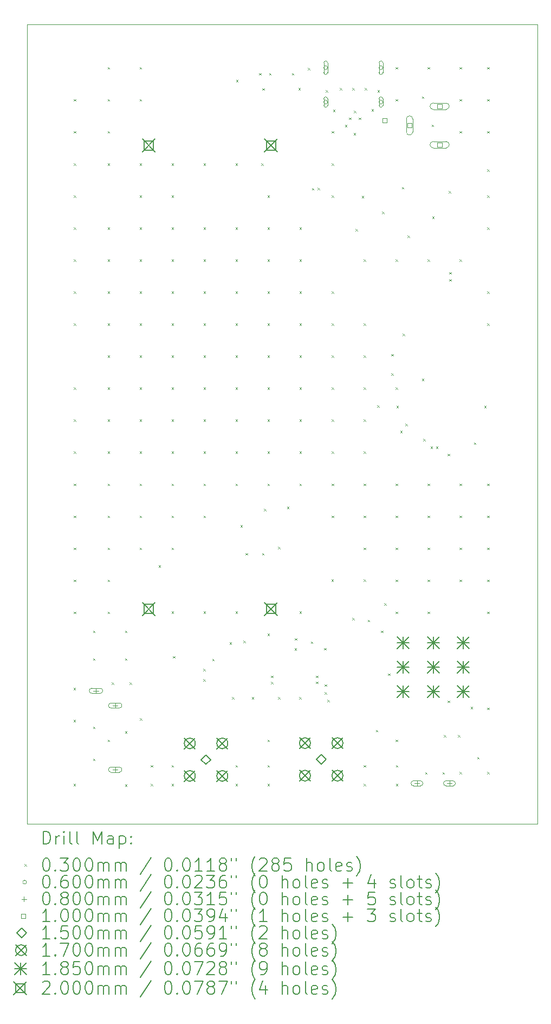
<source format=gbr>
%TF.GenerationSoftware,KiCad,Pcbnew,9.0.2+dfsg-1*%
%TF.CreationDate,2025-07-08T11:28:35+01:00*%
%TF.ProjectId,low-noise-power-probe-panel,6c6f772d-6e6f-4697-9365-2d706f776572,rev?*%
%TF.SameCoordinates,Original*%
%TF.FileFunction,Drillmap*%
%TF.FilePolarity,Positive*%
%FSLAX45Y45*%
G04 Gerber Fmt 4.5, Leading zero omitted, Abs format (unit mm)*
G04 Created by KiCad (PCBNEW 9.0.2+dfsg-1) date 2025-07-08 11:28:35*
%MOMM*%
%LPD*%
G01*
G04 APERTURE LIST*
%ADD10C,0.100000*%
%ADD11C,0.200000*%
%ADD12C,0.150000*%
%ADD13C,0.170000*%
%ADD14C,0.185000*%
G04 APERTURE END LIST*
D10*
X17010000Y-14478775D02*
X17010027Y-14479875D01*
X24990000Y-14478773D02*
X24990000Y-2001227D01*
X24988775Y-14480000D02*
X24989875Y-14479973D01*
X24988773Y-2000000D02*
X17011227Y-2000000D01*
X24989973Y-14479875D02*
X24990000Y-14478775D01*
X17010000Y-2001227D02*
X17010000Y-14478773D01*
X17011227Y-14480000D02*
X24988773Y-14480000D01*
X17011225Y-2000000D02*
X17010125Y-2000027D01*
X24989875Y-2000027D02*
X24988775Y-2000000D01*
X17010125Y-14479973D02*
X17011225Y-14480000D01*
X24990000Y-2001225D02*
X24989973Y-2000124D01*
X17010027Y-2000124D02*
X17010000Y-2001225D01*
D11*
D10*
X17740000Y-12355000D02*
X17770000Y-12385000D01*
X17770000Y-12355000D02*
X17740000Y-12385000D01*
X17740000Y-12855000D02*
X17770000Y-12885000D01*
X17770000Y-12855000D02*
X17740000Y-12885000D01*
X17740000Y-13855000D02*
X17770000Y-13885000D01*
X17770000Y-13855000D02*
X17740000Y-13885000D01*
X17745000Y-3167500D02*
X17775000Y-3197500D01*
X17775000Y-3167500D02*
X17745000Y-3197500D01*
X17745000Y-3667500D02*
X17775000Y-3697500D01*
X17775000Y-3667500D02*
X17745000Y-3697500D01*
X17745000Y-4167500D02*
X17775000Y-4197500D01*
X17775000Y-4167500D02*
X17745000Y-4197500D01*
X17745000Y-4667500D02*
X17775000Y-4697500D01*
X17775000Y-4667500D02*
X17745000Y-4697500D01*
X17745000Y-5167500D02*
X17775000Y-5197500D01*
X17775000Y-5167500D02*
X17745000Y-5197500D01*
X17745000Y-5667500D02*
X17775000Y-5697500D01*
X17775000Y-5667500D02*
X17745000Y-5697500D01*
X17745000Y-6167500D02*
X17775000Y-6197500D01*
X17775000Y-6167500D02*
X17745000Y-6197500D01*
X17745000Y-6667500D02*
X17775000Y-6697500D01*
X17775000Y-6667500D02*
X17745000Y-6697500D01*
X17745000Y-7667500D02*
X17775000Y-7697500D01*
X17775000Y-7667500D02*
X17745000Y-7697500D01*
X17745000Y-8167500D02*
X17775000Y-8197500D01*
X17775000Y-8167500D02*
X17745000Y-8197500D01*
X17745000Y-8667500D02*
X17775000Y-8697500D01*
X17775000Y-8667500D02*
X17745000Y-8697500D01*
X17745000Y-9167500D02*
X17775000Y-9197500D01*
X17775000Y-9167500D02*
X17745000Y-9197500D01*
X17745000Y-9667500D02*
X17775000Y-9697500D01*
X17775000Y-9667500D02*
X17745000Y-9697500D01*
X17745000Y-10167500D02*
X17775000Y-10197500D01*
X17775000Y-10167500D02*
X17745000Y-10197500D01*
X17745000Y-10667500D02*
X17775000Y-10697500D01*
X17775000Y-10667500D02*
X17745000Y-10697500D01*
X17745000Y-11167500D02*
X17775000Y-11197500D01*
X17775000Y-11167500D02*
X17745000Y-11197500D01*
X18045000Y-11462500D02*
X18075000Y-11492500D01*
X18075000Y-11462500D02*
X18045000Y-11492500D01*
X18045000Y-11897500D02*
X18075000Y-11927500D01*
X18075000Y-11897500D02*
X18045000Y-11927500D01*
X18045000Y-12962500D02*
X18075000Y-12992500D01*
X18075000Y-12962500D02*
X18045000Y-12992500D01*
X18045000Y-13462500D02*
X18075000Y-13492500D01*
X18075000Y-13462500D02*
X18045000Y-13492500D01*
X18271548Y-2667500D02*
X18301548Y-2697500D01*
X18301548Y-2667500D02*
X18271548Y-2697500D01*
X18271548Y-3167500D02*
X18301548Y-3197500D01*
X18301548Y-3167500D02*
X18271548Y-3197500D01*
X18271548Y-3667500D02*
X18301548Y-3697500D01*
X18301548Y-3667500D02*
X18271548Y-3697500D01*
X18271548Y-4167500D02*
X18301548Y-4197500D01*
X18301548Y-4167500D02*
X18271548Y-4197500D01*
X18271548Y-5167500D02*
X18301548Y-5197500D01*
X18301548Y-5167500D02*
X18271548Y-5197500D01*
X18271548Y-5667500D02*
X18301548Y-5697500D01*
X18301548Y-5667500D02*
X18271548Y-5697500D01*
X18271548Y-6167500D02*
X18301548Y-6197500D01*
X18301548Y-6167500D02*
X18271548Y-6197500D01*
X18271548Y-6667500D02*
X18301548Y-6697500D01*
X18301548Y-6667500D02*
X18271548Y-6697500D01*
X18271548Y-7167500D02*
X18301548Y-7197500D01*
X18301548Y-7167500D02*
X18271548Y-7197500D01*
X18271548Y-7667500D02*
X18301548Y-7697500D01*
X18301548Y-7667500D02*
X18271548Y-7697500D01*
X18271548Y-8167500D02*
X18301548Y-8197500D01*
X18301548Y-8167500D02*
X18271548Y-8197500D01*
X18271548Y-8667500D02*
X18301548Y-8697500D01*
X18301548Y-8667500D02*
X18271548Y-8697500D01*
X18271548Y-9167500D02*
X18301548Y-9197500D01*
X18301548Y-9167500D02*
X18271548Y-9197500D01*
X18271548Y-9667500D02*
X18301548Y-9697500D01*
X18301548Y-9667500D02*
X18271548Y-9697500D01*
X18271548Y-10167500D02*
X18301548Y-10197500D01*
X18301548Y-10167500D02*
X18271548Y-10197500D01*
X18271548Y-10667500D02*
X18301548Y-10697500D01*
X18301548Y-10667500D02*
X18271548Y-10697500D01*
X18271548Y-11167500D02*
X18301548Y-11197500D01*
X18301548Y-11167500D02*
X18271548Y-11197500D01*
X18271548Y-13167500D02*
X18301548Y-13197500D01*
X18301548Y-13167500D02*
X18271548Y-13197500D01*
X18335000Y-12272500D02*
X18365000Y-12302500D01*
X18365000Y-12272500D02*
X18335000Y-12302500D01*
X18542500Y-13032500D02*
X18572500Y-13062500D01*
X18572500Y-13032500D02*
X18542500Y-13062500D01*
X18545000Y-11462500D02*
X18575000Y-11492500D01*
X18575000Y-11462500D02*
X18545000Y-11492500D01*
X18545000Y-11897500D02*
X18575000Y-11927500D01*
X18575000Y-11897500D02*
X18545000Y-11927500D01*
X18545000Y-13862500D02*
X18575000Y-13892500D01*
X18575000Y-13862500D02*
X18545000Y-13892500D01*
X18615000Y-12272500D02*
X18645000Y-12302500D01*
X18645000Y-12272500D02*
X18615000Y-12302500D01*
X18771548Y-2667500D02*
X18801548Y-2697500D01*
X18801548Y-2667500D02*
X18771548Y-2697500D01*
X18771548Y-3167500D02*
X18801548Y-3197500D01*
X18801548Y-3167500D02*
X18771548Y-3197500D01*
X18771548Y-4167500D02*
X18801548Y-4197500D01*
X18801548Y-4167500D02*
X18771548Y-4197500D01*
X18771548Y-4667500D02*
X18801548Y-4697500D01*
X18801548Y-4667500D02*
X18771548Y-4697500D01*
X18771548Y-5167500D02*
X18801548Y-5197500D01*
X18801548Y-5167500D02*
X18771548Y-5197500D01*
X18771548Y-5667500D02*
X18801548Y-5697500D01*
X18801548Y-5667500D02*
X18771548Y-5697500D01*
X18771548Y-6167500D02*
X18801548Y-6197500D01*
X18801548Y-6167500D02*
X18771548Y-6197500D01*
X18771548Y-6667500D02*
X18801548Y-6697500D01*
X18801548Y-6667500D02*
X18771548Y-6697500D01*
X18771548Y-7167500D02*
X18801548Y-7197500D01*
X18801548Y-7167500D02*
X18771548Y-7197500D01*
X18771548Y-7667500D02*
X18801548Y-7697500D01*
X18801548Y-7667500D02*
X18771548Y-7697500D01*
X18771548Y-8167500D02*
X18801548Y-8197500D01*
X18801548Y-8167500D02*
X18771548Y-8197500D01*
X18771548Y-8667500D02*
X18801548Y-8697500D01*
X18801548Y-8667500D02*
X18771548Y-8697500D01*
X18771548Y-9167500D02*
X18801548Y-9197500D01*
X18801548Y-9167500D02*
X18771548Y-9197500D01*
X18771548Y-9667500D02*
X18801548Y-9697500D01*
X18801548Y-9667500D02*
X18771548Y-9697500D01*
X18771548Y-10167500D02*
X18801548Y-10197500D01*
X18801548Y-10167500D02*
X18771548Y-10197500D01*
X18777700Y-12831506D02*
X18807700Y-12861506D01*
X18807700Y-12831506D02*
X18777700Y-12861506D01*
X18945000Y-13562500D02*
X18975000Y-13592500D01*
X18975000Y-13562500D02*
X18945000Y-13592500D01*
X18945000Y-13855000D02*
X18975000Y-13885000D01*
X18975000Y-13855000D02*
X18945000Y-13885000D01*
X19070000Y-10442500D02*
X19100000Y-10472500D01*
X19100000Y-10442500D02*
X19070000Y-10472500D01*
X19270000Y-11162500D02*
X19300000Y-11192500D01*
X19300000Y-11162500D02*
X19270000Y-11192500D01*
X19270000Y-13562500D02*
X19300000Y-13592500D01*
X19300000Y-13562500D02*
X19270000Y-13592500D01*
X19270000Y-13855000D02*
X19300000Y-13885000D01*
X19300000Y-13855000D02*
X19270000Y-13885000D01*
X19271548Y-4167500D02*
X19301548Y-4197500D01*
X19301548Y-4167500D02*
X19271548Y-4197500D01*
X19271548Y-4667500D02*
X19301548Y-4697500D01*
X19301548Y-4667500D02*
X19271548Y-4697500D01*
X19271548Y-5167500D02*
X19301548Y-5197500D01*
X19301548Y-5167500D02*
X19271548Y-5197500D01*
X19271548Y-5667500D02*
X19301548Y-5697500D01*
X19301548Y-5667500D02*
X19271548Y-5697500D01*
X19271548Y-6167500D02*
X19301548Y-6197500D01*
X19301548Y-6167500D02*
X19271548Y-6197500D01*
X19271548Y-6667500D02*
X19301548Y-6697500D01*
X19301548Y-6667500D02*
X19271548Y-6697500D01*
X19271548Y-7167500D02*
X19301548Y-7197500D01*
X19301548Y-7167500D02*
X19271548Y-7197500D01*
X19271548Y-7667500D02*
X19301548Y-7697500D01*
X19301548Y-7667500D02*
X19271548Y-7697500D01*
X19271548Y-8167500D02*
X19301548Y-8197500D01*
X19301548Y-8167500D02*
X19271548Y-8197500D01*
X19271548Y-8667500D02*
X19301548Y-8697500D01*
X19301548Y-8667500D02*
X19271548Y-8697500D01*
X19271548Y-9167500D02*
X19301548Y-9197500D01*
X19301548Y-9167500D02*
X19271548Y-9197500D01*
X19271548Y-9667500D02*
X19301548Y-9697500D01*
X19301548Y-9667500D02*
X19271548Y-9697500D01*
X19271548Y-10167500D02*
X19301548Y-10197500D01*
X19301548Y-10167500D02*
X19271548Y-10197500D01*
X19295000Y-11860000D02*
X19325000Y-11890000D01*
X19325000Y-11860000D02*
X19295000Y-11890000D01*
X19765000Y-12062500D02*
X19795000Y-12092500D01*
X19795000Y-12062500D02*
X19765000Y-12092500D01*
X19765000Y-12222500D02*
X19795000Y-12252500D01*
X19795000Y-12222500D02*
X19765000Y-12252500D01*
X19770000Y-11162500D02*
X19800000Y-11192500D01*
X19800000Y-11162500D02*
X19770000Y-11192500D01*
X19771548Y-4167500D02*
X19801548Y-4197500D01*
X19801548Y-4167500D02*
X19771548Y-4197500D01*
X19771548Y-5167500D02*
X19801548Y-5197500D01*
X19801548Y-5167500D02*
X19771548Y-5197500D01*
X19771548Y-5667500D02*
X19801548Y-5697500D01*
X19801548Y-5667500D02*
X19771548Y-5697500D01*
X19771548Y-6167500D02*
X19801548Y-6197500D01*
X19801548Y-6167500D02*
X19771548Y-6197500D01*
X19771548Y-6667500D02*
X19801548Y-6697500D01*
X19801548Y-6667500D02*
X19771548Y-6697500D01*
X19771548Y-7167500D02*
X19801548Y-7197500D01*
X19801548Y-7167500D02*
X19771548Y-7197500D01*
X19771548Y-7667500D02*
X19801548Y-7697500D01*
X19801548Y-7667500D02*
X19771548Y-7697500D01*
X19771548Y-8167500D02*
X19801548Y-8197500D01*
X19801548Y-8167500D02*
X19771548Y-8197500D01*
X19771548Y-8667500D02*
X19801548Y-8697500D01*
X19801548Y-8667500D02*
X19771548Y-8697500D01*
X19771548Y-9167500D02*
X19801548Y-9197500D01*
X19801548Y-9167500D02*
X19771548Y-9197500D01*
X19771548Y-9667500D02*
X19801548Y-9697500D01*
X19801548Y-9667500D02*
X19771548Y-9697500D01*
X19905000Y-11902500D02*
X19935000Y-11932500D01*
X19935000Y-11902500D02*
X19905000Y-11932500D01*
X20177000Y-11644163D02*
X20207000Y-11674163D01*
X20207000Y-11644163D02*
X20177000Y-11674163D01*
X20215000Y-12502500D02*
X20245000Y-12532500D01*
X20245000Y-12502500D02*
X20215000Y-12532500D01*
X20270000Y-11162500D02*
X20300000Y-11192500D01*
X20300000Y-11162500D02*
X20270000Y-11192500D01*
X20270000Y-13562500D02*
X20300000Y-13592500D01*
X20300000Y-13562500D02*
X20270000Y-13592500D01*
X20270000Y-13855000D02*
X20300000Y-13885000D01*
X20300000Y-13855000D02*
X20270000Y-13885000D01*
X20271548Y-4167500D02*
X20301548Y-4197500D01*
X20301548Y-4167500D02*
X20271548Y-4197500D01*
X20271548Y-5167500D02*
X20301548Y-5197500D01*
X20301548Y-5167500D02*
X20271548Y-5197500D01*
X20271548Y-5667500D02*
X20301548Y-5697500D01*
X20301548Y-5667500D02*
X20271548Y-5697500D01*
X20271548Y-6167500D02*
X20301548Y-6197500D01*
X20301548Y-6167500D02*
X20271548Y-6197500D01*
X20271548Y-6667500D02*
X20301548Y-6697500D01*
X20301548Y-6667500D02*
X20271548Y-6697500D01*
X20271548Y-7167500D02*
X20301548Y-7197500D01*
X20301548Y-7167500D02*
X20271548Y-7197500D01*
X20271548Y-7667500D02*
X20301548Y-7697500D01*
X20301548Y-7667500D02*
X20271548Y-7697500D01*
X20271548Y-8167500D02*
X20301548Y-8197500D01*
X20301548Y-8167500D02*
X20271548Y-8197500D01*
X20271548Y-8667500D02*
X20301548Y-8697500D01*
X20301548Y-8667500D02*
X20271548Y-8697500D01*
X20271548Y-9167500D02*
X20301548Y-9197500D01*
X20301548Y-9167500D02*
X20271548Y-9197500D01*
X20279500Y-2868000D02*
X20309500Y-2898000D01*
X20309500Y-2868000D02*
X20279500Y-2898000D01*
X20345000Y-9817500D02*
X20375000Y-9847500D01*
X20375000Y-9817500D02*
X20345000Y-9847500D01*
X20395000Y-11622500D02*
X20425000Y-11652500D01*
X20425000Y-11622500D02*
X20395000Y-11652500D01*
X20425000Y-10253500D02*
X20455000Y-10283500D01*
X20455000Y-10253500D02*
X20425000Y-10283500D01*
X20525000Y-12502500D02*
X20555000Y-12532500D01*
X20555000Y-12502500D02*
X20525000Y-12532500D01*
X20640000Y-2759500D02*
X20670000Y-2789500D01*
X20670000Y-2759500D02*
X20640000Y-2789500D01*
X20675000Y-4167500D02*
X20705000Y-4197500D01*
X20705000Y-4167500D02*
X20675000Y-4197500D01*
X20685000Y-10253500D02*
X20715000Y-10283500D01*
X20715000Y-10253500D02*
X20685000Y-10283500D01*
X20690000Y-2997500D02*
X20720000Y-3027500D01*
X20720000Y-2997500D02*
X20690000Y-3027500D01*
X20715000Y-9563500D02*
X20745000Y-9593500D01*
X20745000Y-9563500D02*
X20715000Y-9593500D01*
X20770000Y-11512500D02*
X20800000Y-11542500D01*
X20800000Y-11512500D02*
X20770000Y-11542500D01*
X20770000Y-13562500D02*
X20800000Y-13592500D01*
X20800000Y-13562500D02*
X20770000Y-13592500D01*
X20770000Y-13855000D02*
X20800000Y-13885000D01*
X20800000Y-13855000D02*
X20770000Y-13885000D01*
X20771548Y-4667500D02*
X20801548Y-4697500D01*
X20801548Y-4667500D02*
X20771548Y-4697500D01*
X20771548Y-5167500D02*
X20801548Y-5197500D01*
X20801548Y-5167500D02*
X20771548Y-5197500D01*
X20771548Y-5667500D02*
X20801548Y-5697500D01*
X20801548Y-5667500D02*
X20771548Y-5697500D01*
X20771548Y-6167500D02*
X20801548Y-6197500D01*
X20801548Y-6167500D02*
X20771548Y-6197500D01*
X20771548Y-6667500D02*
X20801548Y-6697500D01*
X20801548Y-6667500D02*
X20771548Y-6697500D01*
X20771548Y-7167500D02*
X20801548Y-7197500D01*
X20801548Y-7167500D02*
X20771548Y-7197500D01*
X20771548Y-7667500D02*
X20801548Y-7697500D01*
X20801548Y-7667500D02*
X20771548Y-7697500D01*
X20771548Y-8167500D02*
X20801548Y-8197500D01*
X20801548Y-8167500D02*
X20771548Y-8197500D01*
X20771548Y-8667500D02*
X20801548Y-8697500D01*
X20801548Y-8667500D02*
X20771548Y-8697500D01*
X20771548Y-9167500D02*
X20801548Y-9197500D01*
X20801548Y-9167500D02*
X20771548Y-9197500D01*
X20771548Y-13167500D02*
X20801548Y-13197500D01*
X20801548Y-13167500D02*
X20771548Y-13197500D01*
X20797000Y-2760500D02*
X20827000Y-2790500D01*
X20827000Y-2760500D02*
X20797000Y-2790500D01*
X20825000Y-12262500D02*
X20855000Y-12292500D01*
X20855000Y-12262500D02*
X20825000Y-12292500D01*
X20825497Y-12167500D02*
X20855497Y-12197500D01*
X20855497Y-12167500D02*
X20825497Y-12197500D01*
X20935000Y-10153500D02*
X20965000Y-10183500D01*
X20965000Y-10153500D02*
X20935000Y-10183500D01*
X20935000Y-12502500D02*
X20965000Y-12532500D01*
X20965000Y-12502500D02*
X20935000Y-12532500D01*
X21074000Y-9527500D02*
X21104000Y-9557500D01*
X21104000Y-9527500D02*
X21074000Y-9557500D01*
X21151000Y-2758500D02*
X21181000Y-2788500D01*
X21181000Y-2758500D02*
X21151000Y-2788500D01*
X21192500Y-11737500D02*
X21222500Y-11767500D01*
X21222500Y-11737500D02*
X21192500Y-11767500D01*
X21200000Y-11582500D02*
X21230000Y-11612500D01*
X21230000Y-11582500D02*
X21200000Y-11612500D01*
X21252500Y-2995000D02*
X21282500Y-3025000D01*
X21282500Y-2995000D02*
X21252500Y-3025000D01*
X21265000Y-12502500D02*
X21295000Y-12532500D01*
X21295000Y-12502500D02*
X21265000Y-12532500D01*
X21270000Y-11162500D02*
X21300000Y-11192500D01*
X21300000Y-11162500D02*
X21270000Y-11192500D01*
X21271548Y-5167500D02*
X21301548Y-5197500D01*
X21301548Y-5167500D02*
X21271548Y-5197500D01*
X21271548Y-5667500D02*
X21301548Y-5697500D01*
X21301548Y-5667500D02*
X21271548Y-5697500D01*
X21271548Y-6167500D02*
X21301548Y-6197500D01*
X21301548Y-6167500D02*
X21271548Y-6197500D01*
X21271548Y-6667500D02*
X21301548Y-6697500D01*
X21301548Y-6667500D02*
X21271548Y-6697500D01*
X21271548Y-7167500D02*
X21301548Y-7197500D01*
X21301548Y-7167500D02*
X21271548Y-7197500D01*
X21271548Y-7667500D02*
X21301548Y-7697500D01*
X21301548Y-7667500D02*
X21271548Y-7697500D01*
X21271548Y-8167500D02*
X21301548Y-8197500D01*
X21301548Y-8167500D02*
X21271548Y-8197500D01*
X21271548Y-8667500D02*
X21301548Y-8697500D01*
X21301548Y-8667500D02*
X21271548Y-8697500D01*
X21271548Y-9167500D02*
X21301548Y-9197500D01*
X21301548Y-9167500D02*
X21271548Y-9197500D01*
X21400000Y-2677500D02*
X21430000Y-2707500D01*
X21430000Y-2677500D02*
X21400000Y-2707500D01*
X21447500Y-11635000D02*
X21477500Y-11665000D01*
X21477500Y-11635000D02*
X21447500Y-11665000D01*
X21465000Y-4555000D02*
X21495000Y-4585000D01*
X21495000Y-4555000D02*
X21465000Y-4585000D01*
X21527500Y-12165000D02*
X21557500Y-12195000D01*
X21557500Y-12165000D02*
X21527500Y-12195000D01*
X21527500Y-12260000D02*
X21557500Y-12290000D01*
X21557500Y-12260000D02*
X21527500Y-12290000D01*
X21555000Y-4552500D02*
X21585000Y-4582500D01*
X21585000Y-4552500D02*
X21555000Y-4582500D01*
X21655000Y-11735000D02*
X21685000Y-11765000D01*
X21685000Y-11735000D02*
X21655000Y-11765000D01*
X21665000Y-12302500D02*
X21695000Y-12332500D01*
X21695000Y-12302500D02*
X21665000Y-12332500D01*
X21665000Y-12422500D02*
X21695000Y-12452500D01*
X21695000Y-12422500D02*
X21665000Y-12452500D01*
X21680000Y-3025000D02*
X21710000Y-3055000D01*
X21710000Y-3025000D02*
X21680000Y-3055000D01*
X21705000Y-12542500D02*
X21735000Y-12572500D01*
X21735000Y-12542500D02*
X21705000Y-12572500D01*
X21770000Y-10662500D02*
X21800000Y-10692500D01*
X21800000Y-10662500D02*
X21770000Y-10692500D01*
X21771548Y-3667500D02*
X21801548Y-3697500D01*
X21801548Y-3667500D02*
X21771548Y-3697500D01*
X21771548Y-4167500D02*
X21801548Y-4197500D01*
X21801548Y-4167500D02*
X21771548Y-4197500D01*
X21771548Y-4667500D02*
X21801548Y-4697500D01*
X21801548Y-4667500D02*
X21771548Y-4697500D01*
X21771548Y-6167500D02*
X21801548Y-6197500D01*
X21801548Y-6167500D02*
X21771548Y-6197500D01*
X21771548Y-6667500D02*
X21801548Y-6697500D01*
X21801548Y-6667500D02*
X21771548Y-6697500D01*
X21771548Y-7167500D02*
X21801548Y-7197500D01*
X21801548Y-7167500D02*
X21771548Y-7197500D01*
X21771548Y-7667500D02*
X21801548Y-7697500D01*
X21801548Y-7667500D02*
X21771548Y-7697500D01*
X21771548Y-8167500D02*
X21801548Y-8197500D01*
X21801548Y-8167500D02*
X21771548Y-8197500D01*
X21771548Y-8667500D02*
X21801548Y-8697500D01*
X21801548Y-8667500D02*
X21771548Y-8697500D01*
X21771548Y-9167500D02*
X21801548Y-9197500D01*
X21801548Y-9167500D02*
X21771548Y-9197500D01*
X21771548Y-9667500D02*
X21801548Y-9697500D01*
X21801548Y-9667500D02*
X21771548Y-9697500D01*
X21795000Y-3330000D02*
X21825000Y-3360000D01*
X21825000Y-3330000D02*
X21795000Y-3360000D01*
X21900000Y-2992500D02*
X21930000Y-3022500D01*
X21930000Y-2992500D02*
X21900000Y-3022500D01*
X21980000Y-3570000D02*
X22010000Y-3600000D01*
X22010000Y-3570000D02*
X21980000Y-3600000D01*
X22045000Y-3452500D02*
X22075000Y-3482500D01*
X22075000Y-3452500D02*
X22045000Y-3482500D01*
X22094999Y-2992500D02*
X22124999Y-3022500D01*
X22124999Y-2992500D02*
X22094999Y-3022500D01*
X22095000Y-11265000D02*
X22125000Y-11295000D01*
X22125000Y-11265000D02*
X22095000Y-11295000D01*
X22115000Y-3695000D02*
X22145000Y-3725000D01*
X22145000Y-3695000D02*
X22115000Y-3725000D01*
X22119604Y-3347104D02*
X22149604Y-3377104D01*
X22149604Y-3347104D02*
X22119604Y-3377104D01*
X22145000Y-5195000D02*
X22175000Y-5225000D01*
X22175000Y-5195000D02*
X22145000Y-5225000D01*
X22195000Y-3452500D02*
X22225000Y-3482500D01*
X22225000Y-3452500D02*
X22195000Y-3482500D01*
X22245000Y-4680000D02*
X22275000Y-4710000D01*
X22275000Y-4680000D02*
X22245000Y-4710000D01*
X22271548Y-5667500D02*
X22301548Y-5697500D01*
X22301548Y-5667500D02*
X22271548Y-5697500D01*
X22271548Y-6667500D02*
X22301548Y-6697500D01*
X22301548Y-6667500D02*
X22271548Y-6697500D01*
X22271548Y-7167500D02*
X22301548Y-7197500D01*
X22301548Y-7167500D02*
X22271548Y-7197500D01*
X22271548Y-7667500D02*
X22301548Y-7697500D01*
X22301548Y-7667500D02*
X22271548Y-7697500D01*
X22271548Y-8167500D02*
X22301548Y-8197500D01*
X22301548Y-8167500D02*
X22271548Y-8197500D01*
X22271548Y-8667500D02*
X22301548Y-8697500D01*
X22301548Y-8667500D02*
X22271548Y-8697500D01*
X22271548Y-9167500D02*
X22301548Y-9197500D01*
X22301548Y-9167500D02*
X22271548Y-9197500D01*
X22271548Y-9667500D02*
X22301548Y-9697500D01*
X22301548Y-9667500D02*
X22271548Y-9697500D01*
X22271548Y-10167500D02*
X22301548Y-10197500D01*
X22301548Y-10167500D02*
X22271548Y-10197500D01*
X22271548Y-10662500D02*
X22301548Y-10692500D01*
X22301548Y-10662500D02*
X22271548Y-10692500D01*
X22275000Y-13562500D02*
X22305000Y-13592500D01*
X22305000Y-13562500D02*
X22275000Y-13592500D01*
X22275000Y-13855000D02*
X22305000Y-13885000D01*
X22305000Y-13855000D02*
X22275000Y-13885000D01*
X22290000Y-2992500D02*
X22320000Y-3022500D01*
X22320000Y-2992500D02*
X22290000Y-3022500D01*
X22335000Y-11295000D02*
X22365000Y-11325000D01*
X22365000Y-11295000D02*
X22335000Y-11325000D01*
X22395000Y-3325000D02*
X22425000Y-3355000D01*
X22425000Y-3325000D02*
X22395000Y-3355000D01*
X22465000Y-13015000D02*
X22495000Y-13045000D01*
X22495000Y-13015000D02*
X22465000Y-13045000D01*
X22485000Y-7945000D02*
X22515000Y-7975000D01*
X22515000Y-7945000D02*
X22485000Y-7975000D01*
X22490000Y-3025000D02*
X22520000Y-3055000D01*
X22520000Y-3025000D02*
X22490000Y-3055000D01*
X22545000Y-11462500D02*
X22575000Y-11492500D01*
X22575000Y-11462500D02*
X22545000Y-11492500D01*
X22560000Y-4922500D02*
X22590000Y-4952500D01*
X22590000Y-4922500D02*
X22560000Y-4952500D01*
X22595000Y-11035000D02*
X22625000Y-11065000D01*
X22625000Y-11035000D02*
X22595000Y-11065000D01*
X22655000Y-12132500D02*
X22685000Y-12162500D01*
X22685000Y-12132500D02*
X22655000Y-12162500D01*
X22705000Y-7145000D02*
X22735000Y-7175000D01*
X22735000Y-7145000D02*
X22705000Y-7175000D01*
X22705000Y-7445000D02*
X22735000Y-7475000D01*
X22735000Y-7445000D02*
X22705000Y-7475000D01*
X22771548Y-2667500D02*
X22801548Y-2697500D01*
X22801548Y-2667500D02*
X22771548Y-2697500D01*
X22771548Y-3167500D02*
X22801548Y-3197500D01*
X22801548Y-3167500D02*
X22771548Y-3197500D01*
X22771548Y-5667500D02*
X22801548Y-5697500D01*
X22801548Y-5667500D02*
X22771548Y-5697500D01*
X22771548Y-7667500D02*
X22801548Y-7697500D01*
X22801548Y-7667500D02*
X22771548Y-7697500D01*
X22771548Y-9167500D02*
X22801548Y-9197500D01*
X22801548Y-9167500D02*
X22771548Y-9197500D01*
X22771548Y-9667500D02*
X22801548Y-9697500D01*
X22801548Y-9667500D02*
X22771548Y-9697500D01*
X22771548Y-10167500D02*
X22801548Y-10197500D01*
X22801548Y-10167500D02*
X22771548Y-10197500D01*
X22771548Y-10667500D02*
X22801548Y-10697500D01*
X22801548Y-10667500D02*
X22771548Y-10697500D01*
X22771548Y-11167500D02*
X22801548Y-11197500D01*
X22801548Y-11167500D02*
X22771548Y-11197500D01*
X22771548Y-13167500D02*
X22801548Y-13197500D01*
X22801548Y-13167500D02*
X22771548Y-13197500D01*
X22775000Y-13562500D02*
X22805000Y-13592500D01*
X22805000Y-13562500D02*
X22775000Y-13592500D01*
X22775000Y-13855000D02*
X22805000Y-13885000D01*
X22805000Y-13855000D02*
X22775000Y-13885000D01*
X22785000Y-7955000D02*
X22815000Y-7985000D01*
X22815000Y-7955000D02*
X22785000Y-7985000D01*
X22845000Y-8342500D02*
X22875000Y-8372500D01*
X22875000Y-8342500D02*
X22845000Y-8372500D01*
X22870000Y-4539500D02*
X22900000Y-4569500D01*
X22900000Y-4539500D02*
X22870000Y-4569500D01*
X22880334Y-6828187D02*
X22910334Y-6858187D01*
X22910334Y-6828187D02*
X22880334Y-6858187D01*
X22925000Y-8235000D02*
X22955000Y-8265000D01*
X22955000Y-8235000D02*
X22925000Y-8265000D01*
X22960000Y-5295000D02*
X22990000Y-5325000D01*
X22990000Y-5295000D02*
X22960000Y-5325000D01*
X23185000Y-3122500D02*
X23215000Y-3152500D01*
X23215000Y-3122500D02*
X23185000Y-3152500D01*
X23185000Y-7532500D02*
X23215000Y-7562500D01*
X23215000Y-7532500D02*
X23185000Y-7562500D01*
X23205000Y-8470000D02*
X23235000Y-8500000D01*
X23235000Y-8470000D02*
X23205000Y-8500000D01*
X23235000Y-13675000D02*
X23265000Y-13705000D01*
X23265000Y-13675000D02*
X23235000Y-13705000D01*
X23271548Y-2667500D02*
X23301548Y-2697500D01*
X23301548Y-2667500D02*
X23271548Y-2697500D01*
X23271548Y-5667500D02*
X23301548Y-5697500D01*
X23301548Y-5667500D02*
X23271548Y-5697500D01*
X23271548Y-9167500D02*
X23301548Y-9197500D01*
X23301548Y-9167500D02*
X23271548Y-9197500D01*
X23271548Y-9667500D02*
X23301548Y-9697500D01*
X23301548Y-9667500D02*
X23271548Y-9697500D01*
X23271548Y-10167500D02*
X23301548Y-10197500D01*
X23301548Y-10167500D02*
X23271548Y-10197500D01*
X23271548Y-10667500D02*
X23301548Y-10697500D01*
X23301548Y-10667500D02*
X23271548Y-10697500D01*
X23271548Y-11167500D02*
X23301548Y-11197500D01*
X23301548Y-11167500D02*
X23271548Y-11197500D01*
X23318000Y-8590000D02*
X23348000Y-8620000D01*
X23348000Y-8590000D02*
X23318000Y-8620000D01*
X23335000Y-3562500D02*
X23365000Y-3592500D01*
X23365000Y-3562500D02*
X23335000Y-3592500D01*
X23345000Y-4997500D02*
X23375000Y-5027500D01*
X23375000Y-4997500D02*
X23345000Y-5027500D01*
X23405000Y-8590000D02*
X23435000Y-8620000D01*
X23435000Y-8590000D02*
X23405000Y-8620000D01*
X23505000Y-13675000D02*
X23535000Y-13705000D01*
X23535000Y-13675000D02*
X23505000Y-13705000D01*
X23525000Y-13095000D02*
X23555000Y-13125000D01*
X23555000Y-13095000D02*
X23525000Y-13125000D01*
X23585000Y-8702500D02*
X23615000Y-8732500D01*
X23615000Y-8702500D02*
X23585000Y-8732500D01*
X23585000Y-12555000D02*
X23615000Y-12585000D01*
X23615000Y-12555000D02*
X23585000Y-12585000D01*
X23600000Y-4602500D02*
X23630000Y-4632500D01*
X23630000Y-4602500D02*
X23600000Y-4632500D01*
X23610000Y-5867500D02*
X23640000Y-5897500D01*
X23640000Y-5867500D02*
X23610000Y-5897500D01*
X23610000Y-5977500D02*
X23640000Y-6007500D01*
X23640000Y-5977500D02*
X23610000Y-6007500D01*
X23745000Y-13095000D02*
X23775000Y-13125000D01*
X23775000Y-13095000D02*
X23745000Y-13125000D01*
X23771548Y-2667500D02*
X23801548Y-2697500D01*
X23801548Y-2667500D02*
X23771548Y-2697500D01*
X23771548Y-3167500D02*
X23801548Y-3197500D01*
X23801548Y-3167500D02*
X23771548Y-3197500D01*
X23771548Y-3667500D02*
X23801548Y-3697500D01*
X23801548Y-3667500D02*
X23771548Y-3697500D01*
X23771548Y-5667500D02*
X23801548Y-5697500D01*
X23801548Y-5667500D02*
X23771548Y-5697500D01*
X23771548Y-9167500D02*
X23801548Y-9197500D01*
X23801548Y-9167500D02*
X23771548Y-9197500D01*
X23771548Y-9667500D02*
X23801548Y-9697500D01*
X23801548Y-9667500D02*
X23771548Y-9697500D01*
X23771548Y-10167500D02*
X23801548Y-10197500D01*
X23801548Y-10167500D02*
X23771548Y-10197500D01*
X23771548Y-10667500D02*
X23801548Y-10697500D01*
X23801548Y-10667500D02*
X23771548Y-10697500D01*
X23771548Y-13667500D02*
X23801548Y-13697500D01*
X23801548Y-13667500D02*
X23771548Y-13697500D01*
X23945000Y-12655000D02*
X23975000Y-12685000D01*
X23975000Y-12655000D02*
X23945000Y-12685000D01*
X23995000Y-8525000D02*
X24025000Y-8555000D01*
X24025000Y-8525000D02*
X23995000Y-8555000D01*
X24045000Y-13435000D02*
X24075000Y-13465000D01*
X24075000Y-13435000D02*
X24045000Y-13465000D01*
X24155000Y-7952500D02*
X24185000Y-7982500D01*
X24185000Y-7952500D02*
X24155000Y-7982500D01*
X24205000Y-2667500D02*
X24235000Y-2697500D01*
X24235000Y-2667500D02*
X24205000Y-2697500D01*
X24205000Y-3167500D02*
X24235000Y-3197500D01*
X24235000Y-3167500D02*
X24205000Y-3197500D01*
X24205000Y-3667500D02*
X24235000Y-3697500D01*
X24235000Y-3667500D02*
X24205000Y-3697500D01*
X24205000Y-4265000D02*
X24235000Y-4295000D01*
X24235000Y-4265000D02*
X24205000Y-4295000D01*
X24205000Y-4667500D02*
X24235000Y-4697500D01*
X24235000Y-4667500D02*
X24205000Y-4697500D01*
X24205000Y-5167500D02*
X24235000Y-5197500D01*
X24235000Y-5167500D02*
X24205000Y-5197500D01*
X24205000Y-6167500D02*
X24235000Y-6197500D01*
X24235000Y-6167500D02*
X24205000Y-6197500D01*
X24205000Y-6667500D02*
X24235000Y-6697500D01*
X24235000Y-6667500D02*
X24205000Y-6697500D01*
X24205000Y-9167500D02*
X24235000Y-9197500D01*
X24235000Y-9167500D02*
X24205000Y-9197500D01*
X24205000Y-9667500D02*
X24235000Y-9697500D01*
X24235000Y-9667500D02*
X24205000Y-9697500D01*
X24205000Y-10167500D02*
X24235000Y-10197500D01*
X24235000Y-10167500D02*
X24205000Y-10197500D01*
X24205000Y-10667500D02*
X24235000Y-10697500D01*
X24235000Y-10667500D02*
X24205000Y-10697500D01*
X24205000Y-11167500D02*
X24235000Y-11197500D01*
X24235000Y-11167500D02*
X24205000Y-11197500D01*
X24205000Y-12667500D02*
X24235000Y-12697500D01*
X24235000Y-12667500D02*
X24205000Y-12697500D01*
X24205000Y-13667500D02*
X24235000Y-13697500D01*
X24235000Y-13667500D02*
X24205000Y-13697500D01*
X21708948Y-2676500D02*
G75*
G02*
X21648948Y-2676500I-30000J0D01*
G01*
X21648948Y-2676500D02*
G75*
G02*
X21708948Y-2676500I30000J0D01*
G01*
X21708948Y-2751500D02*
X21708948Y-2601500D01*
X21648948Y-2601500D02*
G75*
G02*
X21708948Y-2601500I30000J0D01*
G01*
X21648948Y-2601500D02*
X21648948Y-2751500D01*
X21648948Y-2751500D02*
G75*
G03*
X21708948Y-2751500I30000J0D01*
G01*
X21708948Y-3212500D02*
G75*
G02*
X21648948Y-3212500I-30000J0D01*
G01*
X21648948Y-3212500D02*
G75*
G02*
X21708948Y-3212500I30000J0D01*
G01*
X21708948Y-3262500D02*
X21708948Y-3162500D01*
X21648948Y-3162500D02*
G75*
G02*
X21708948Y-3162500I30000J0D01*
G01*
X21648948Y-3162500D02*
X21648948Y-3262500D01*
X21648948Y-3262500D02*
G75*
G03*
X21708948Y-3262500I30000J0D01*
G01*
X22572948Y-2676500D02*
G75*
G02*
X22512948Y-2676500I-30000J0D01*
G01*
X22512948Y-2676500D02*
G75*
G02*
X22572948Y-2676500I30000J0D01*
G01*
X22572948Y-2751500D02*
X22572948Y-2601500D01*
X22512948Y-2601500D02*
G75*
G02*
X22572948Y-2601500I30000J0D01*
G01*
X22512948Y-2601500D02*
X22512948Y-2751500D01*
X22512948Y-2751500D02*
G75*
G03*
X22572948Y-2751500I30000J0D01*
G01*
X22572948Y-3212500D02*
G75*
G02*
X22512948Y-3212500I-30000J0D01*
G01*
X22512948Y-3212500D02*
G75*
G02*
X22572948Y-3212500I30000J0D01*
G01*
X22572948Y-3262500D02*
X22572948Y-3162500D01*
X22512948Y-3162500D02*
G75*
G02*
X22572948Y-3162500I30000J0D01*
G01*
X22512948Y-3162500D02*
X22512948Y-3262500D01*
X22512948Y-3262500D02*
G75*
G03*
X22572948Y-3262500I30000J0D01*
G01*
X18090000Y-12362500D02*
X18090000Y-12442500D01*
X18050000Y-12402500D02*
X18130000Y-12402500D01*
X18025000Y-12442500D02*
X18155000Y-12442500D01*
X18155000Y-12362500D02*
G75*
G02*
X18155000Y-12442500I0J-40000D01*
G01*
X18155000Y-12362500D02*
X18025000Y-12362500D01*
X18025000Y-12362500D02*
G75*
G03*
X18025000Y-12442500I0J-40000D01*
G01*
X18390000Y-12592500D02*
X18390000Y-12672500D01*
X18350000Y-12632500D02*
X18430000Y-12632500D01*
X18325000Y-12672500D02*
X18455000Y-12672500D01*
X18455000Y-12592500D02*
G75*
G02*
X18455000Y-12672500I0J-40000D01*
G01*
X18455000Y-12592500D02*
X18325000Y-12592500D01*
X18325000Y-12592500D02*
G75*
G03*
X18325000Y-12672500I0J-40000D01*
G01*
X18390000Y-13592500D02*
X18390000Y-13672500D01*
X18350000Y-13632500D02*
X18430000Y-13632500D01*
X18325000Y-13672500D02*
X18455000Y-13672500D01*
X18455000Y-13592500D02*
G75*
G02*
X18455000Y-13672500I0J-40000D01*
G01*
X18455000Y-13592500D02*
X18325000Y-13592500D01*
X18325000Y-13592500D02*
G75*
G03*
X18325000Y-13672500I0J-40000D01*
G01*
X23106000Y-13807000D02*
X23106000Y-13887000D01*
X23066000Y-13847000D02*
X23146000Y-13847000D01*
X23053500Y-13887000D02*
X23158500Y-13887000D01*
X23158500Y-13807000D02*
G75*
G02*
X23158500Y-13887000I0J-40000D01*
G01*
X23158500Y-13807000D02*
X23053500Y-13807000D01*
X23053500Y-13807000D02*
G75*
G03*
X23053500Y-13887000I0J-40000D01*
G01*
X23614000Y-13807000D02*
X23614000Y-13887000D01*
X23574000Y-13847000D02*
X23654000Y-13847000D01*
X23561500Y-13887000D02*
X23666500Y-13887000D01*
X23666500Y-13807000D02*
G75*
G02*
X23666500Y-13887000I0J-40000D01*
G01*
X23666500Y-13807000D02*
X23561500Y-13807000D01*
X23561500Y-13807000D02*
G75*
G03*
X23561500Y-13887000I0J-40000D01*
G01*
X22635356Y-3535356D02*
X22635356Y-3464644D01*
X22564644Y-3464644D01*
X22564644Y-3535356D01*
X22635356Y-3535356D01*
X23025356Y-3612856D02*
X23025356Y-3542144D01*
X22954644Y-3542144D01*
X22954644Y-3612856D01*
X23025356Y-3612856D01*
X22940000Y-3477500D02*
X22940000Y-3677500D01*
X23040000Y-3677500D02*
G75*
G02*
X22940000Y-3677500I-50000J0D01*
G01*
X23040000Y-3677500D02*
X23040000Y-3477500D01*
X23040000Y-3477500D02*
G75*
G03*
X22940000Y-3477500I-50000J0D01*
G01*
X23495356Y-3312856D02*
X23495356Y-3242144D01*
X23424644Y-3242144D01*
X23424644Y-3312856D01*
X23495356Y-3312856D01*
X23560000Y-3227500D02*
X23360000Y-3227500D01*
X23360000Y-3327500D02*
G75*
G02*
X23360000Y-3227500I0J50000D01*
G01*
X23360000Y-3327500D02*
X23560000Y-3327500D01*
X23560000Y-3327500D02*
G75*
G03*
X23560000Y-3227500I0J50000D01*
G01*
X23495356Y-3912856D02*
X23495356Y-3842144D01*
X23424644Y-3842144D01*
X23424644Y-3912856D01*
X23495356Y-3912856D01*
X23560000Y-3827500D02*
X23360000Y-3827500D01*
X23360000Y-3927500D02*
G75*
G02*
X23360000Y-3827500I0J50000D01*
G01*
X23360000Y-3927500D02*
X23560000Y-3927500D01*
X23560000Y-3927500D02*
G75*
G03*
X23560000Y-3827500I0J50000D01*
G01*
D12*
X19810000Y-13552500D02*
X19885000Y-13477500D01*
X19810000Y-13402500D01*
X19735000Y-13477500D01*
X19810000Y-13552500D01*
X21610000Y-13548500D02*
X21685000Y-13473500D01*
X21610000Y-13398500D01*
X21535000Y-13473500D01*
X21610000Y-13548500D01*
D13*
X19471000Y-13138500D02*
X19641000Y-13308500D01*
X19641000Y-13138500D02*
X19471000Y-13308500D01*
X19641000Y-13223500D02*
G75*
G02*
X19471000Y-13223500I-85000J0D01*
G01*
X19471000Y-13223500D02*
G75*
G02*
X19641000Y-13223500I85000J0D01*
G01*
X19471000Y-13646500D02*
X19641000Y-13816500D01*
X19641000Y-13646500D02*
X19471000Y-13816500D01*
X19641000Y-13731500D02*
G75*
G02*
X19471000Y-13731500I-85000J0D01*
G01*
X19471000Y-13731500D02*
G75*
G02*
X19641000Y-13731500I85000J0D01*
G01*
X19979000Y-13138500D02*
X20149000Y-13308500D01*
X20149000Y-13138500D02*
X19979000Y-13308500D01*
X20149000Y-13223500D02*
G75*
G02*
X19979000Y-13223500I-85000J0D01*
G01*
X19979000Y-13223500D02*
G75*
G02*
X20149000Y-13223500I85000J0D01*
G01*
X19979000Y-13646500D02*
X20149000Y-13816500D01*
X20149000Y-13646500D02*
X19979000Y-13816500D01*
X20149000Y-13731500D02*
G75*
G02*
X19979000Y-13731500I-85000J0D01*
G01*
X19979000Y-13731500D02*
G75*
G02*
X20149000Y-13731500I85000J0D01*
G01*
X21271000Y-13134500D02*
X21441000Y-13304500D01*
X21441000Y-13134500D02*
X21271000Y-13304500D01*
X21441000Y-13219500D02*
G75*
G02*
X21271000Y-13219500I-85000J0D01*
G01*
X21271000Y-13219500D02*
G75*
G02*
X21441000Y-13219500I85000J0D01*
G01*
X21271000Y-13642500D02*
X21441000Y-13812500D01*
X21441000Y-13642500D02*
X21271000Y-13812500D01*
X21441000Y-13727500D02*
G75*
G02*
X21271000Y-13727500I-85000J0D01*
G01*
X21271000Y-13727500D02*
G75*
G02*
X21441000Y-13727500I85000J0D01*
G01*
X21779000Y-13134500D02*
X21949000Y-13304500D01*
X21949000Y-13134500D02*
X21779000Y-13304500D01*
X21949000Y-13219500D02*
G75*
G02*
X21779000Y-13219500I-85000J0D01*
G01*
X21779000Y-13219500D02*
G75*
G02*
X21949000Y-13219500I85000J0D01*
G01*
X21779000Y-13642500D02*
X21949000Y-13812500D01*
X21949000Y-13642500D02*
X21779000Y-13812500D01*
X21949000Y-13727500D02*
G75*
G02*
X21779000Y-13727500I-85000J0D01*
G01*
X21779000Y-13727500D02*
G75*
G02*
X21949000Y-13727500I85000J0D01*
G01*
D14*
X22797500Y-11557500D02*
X22982500Y-11742500D01*
X22982500Y-11557500D02*
X22797500Y-11742500D01*
X22890000Y-11557500D02*
X22890000Y-11742500D01*
X22797500Y-11650000D02*
X22982500Y-11650000D01*
X22797500Y-11938500D02*
X22982500Y-12123500D01*
X22982500Y-11938500D02*
X22797500Y-12123500D01*
X22890000Y-11938500D02*
X22890000Y-12123500D01*
X22797500Y-12031000D02*
X22982500Y-12031000D01*
X22797500Y-12319500D02*
X22982500Y-12504500D01*
X22982500Y-12319500D02*
X22797500Y-12504500D01*
X22890000Y-12319500D02*
X22890000Y-12504500D01*
X22797500Y-12412000D02*
X22982500Y-12412000D01*
X23267500Y-11557500D02*
X23452500Y-11742500D01*
X23452500Y-11557500D02*
X23267500Y-11742500D01*
X23360000Y-11557500D02*
X23360000Y-11742500D01*
X23267500Y-11650000D02*
X23452500Y-11650000D01*
X23267500Y-11938500D02*
X23452500Y-12123500D01*
X23452500Y-11938500D02*
X23267500Y-12123500D01*
X23360000Y-11938500D02*
X23360000Y-12123500D01*
X23267500Y-12031000D02*
X23452500Y-12031000D01*
X23267500Y-12319500D02*
X23452500Y-12504500D01*
X23452500Y-12319500D02*
X23267500Y-12504500D01*
X23360000Y-12319500D02*
X23360000Y-12504500D01*
X23267500Y-12412000D02*
X23452500Y-12412000D01*
X23737500Y-11557500D02*
X23922500Y-11742500D01*
X23922500Y-11557500D02*
X23737500Y-11742500D01*
X23830000Y-11557500D02*
X23830000Y-11742500D01*
X23737500Y-11650000D02*
X23922500Y-11650000D01*
X23737500Y-11938500D02*
X23922500Y-12123500D01*
X23922500Y-11938500D02*
X23737500Y-12123500D01*
X23830000Y-11938500D02*
X23830000Y-12123500D01*
X23737500Y-12031000D02*
X23922500Y-12031000D01*
X23737500Y-12319500D02*
X23922500Y-12504500D01*
X23922500Y-12319500D02*
X23737500Y-12504500D01*
X23830000Y-12319500D02*
X23830000Y-12504500D01*
X23737500Y-12412000D02*
X23922500Y-12412000D01*
D11*
X18815000Y-3790000D02*
X19015000Y-3990000D01*
X19015000Y-3790000D02*
X18815000Y-3990000D01*
X18985711Y-3960711D02*
X18985711Y-3819289D01*
X18844289Y-3819289D01*
X18844289Y-3960711D01*
X18985711Y-3960711D01*
X18815000Y-11025000D02*
X19015000Y-11225000D01*
X19015000Y-11025000D02*
X18815000Y-11225000D01*
X18985711Y-11195711D02*
X18985711Y-11054289D01*
X18844289Y-11054289D01*
X18844289Y-11195711D01*
X18985711Y-11195711D01*
X20725000Y-3790000D02*
X20925000Y-3990000D01*
X20925000Y-3790000D02*
X20725000Y-3990000D01*
X20895711Y-3960711D02*
X20895711Y-3819289D01*
X20754289Y-3819289D01*
X20754289Y-3960711D01*
X20895711Y-3960711D01*
X20725000Y-11025000D02*
X20925000Y-11225000D01*
X20925000Y-11025000D02*
X20725000Y-11225000D01*
X20895711Y-11195711D02*
X20895711Y-11054289D01*
X20754289Y-11054289D01*
X20754289Y-11195711D01*
X20895711Y-11195711D01*
X17265777Y-14796484D02*
X17265777Y-14596484D01*
X17265777Y-14596484D02*
X17313396Y-14596484D01*
X17313396Y-14596484D02*
X17341967Y-14606008D01*
X17341967Y-14606008D02*
X17361015Y-14625055D01*
X17361015Y-14625055D02*
X17370539Y-14644103D01*
X17370539Y-14644103D02*
X17380063Y-14682198D01*
X17380063Y-14682198D02*
X17380063Y-14710769D01*
X17380063Y-14710769D02*
X17370539Y-14748865D01*
X17370539Y-14748865D02*
X17361015Y-14767912D01*
X17361015Y-14767912D02*
X17341967Y-14786960D01*
X17341967Y-14786960D02*
X17313396Y-14796484D01*
X17313396Y-14796484D02*
X17265777Y-14796484D01*
X17465777Y-14796484D02*
X17465777Y-14663150D01*
X17465777Y-14701246D02*
X17475301Y-14682198D01*
X17475301Y-14682198D02*
X17484824Y-14672674D01*
X17484824Y-14672674D02*
X17503872Y-14663150D01*
X17503872Y-14663150D02*
X17522920Y-14663150D01*
X17589586Y-14796484D02*
X17589586Y-14663150D01*
X17589586Y-14596484D02*
X17580063Y-14606008D01*
X17580063Y-14606008D02*
X17589586Y-14615531D01*
X17589586Y-14615531D02*
X17599110Y-14606008D01*
X17599110Y-14606008D02*
X17589586Y-14596484D01*
X17589586Y-14596484D02*
X17589586Y-14615531D01*
X17713396Y-14796484D02*
X17694348Y-14786960D01*
X17694348Y-14786960D02*
X17684824Y-14767912D01*
X17684824Y-14767912D02*
X17684824Y-14596484D01*
X17818158Y-14796484D02*
X17799110Y-14786960D01*
X17799110Y-14786960D02*
X17789586Y-14767912D01*
X17789586Y-14767912D02*
X17789586Y-14596484D01*
X18046729Y-14796484D02*
X18046729Y-14596484D01*
X18046729Y-14596484D02*
X18113396Y-14739341D01*
X18113396Y-14739341D02*
X18180063Y-14596484D01*
X18180063Y-14596484D02*
X18180063Y-14796484D01*
X18361015Y-14796484D02*
X18361015Y-14691722D01*
X18361015Y-14691722D02*
X18351491Y-14672674D01*
X18351491Y-14672674D02*
X18332444Y-14663150D01*
X18332444Y-14663150D02*
X18294348Y-14663150D01*
X18294348Y-14663150D02*
X18275301Y-14672674D01*
X18361015Y-14786960D02*
X18341967Y-14796484D01*
X18341967Y-14796484D02*
X18294348Y-14796484D01*
X18294348Y-14796484D02*
X18275301Y-14786960D01*
X18275301Y-14786960D02*
X18265777Y-14767912D01*
X18265777Y-14767912D02*
X18265777Y-14748865D01*
X18265777Y-14748865D02*
X18275301Y-14729817D01*
X18275301Y-14729817D02*
X18294348Y-14720293D01*
X18294348Y-14720293D02*
X18341967Y-14720293D01*
X18341967Y-14720293D02*
X18361015Y-14710769D01*
X18456253Y-14663150D02*
X18456253Y-14863150D01*
X18456253Y-14672674D02*
X18475301Y-14663150D01*
X18475301Y-14663150D02*
X18513396Y-14663150D01*
X18513396Y-14663150D02*
X18532444Y-14672674D01*
X18532444Y-14672674D02*
X18541967Y-14682198D01*
X18541967Y-14682198D02*
X18551491Y-14701246D01*
X18551491Y-14701246D02*
X18551491Y-14758388D01*
X18551491Y-14758388D02*
X18541967Y-14777436D01*
X18541967Y-14777436D02*
X18532444Y-14786960D01*
X18532444Y-14786960D02*
X18513396Y-14796484D01*
X18513396Y-14796484D02*
X18475301Y-14796484D01*
X18475301Y-14796484D02*
X18456253Y-14786960D01*
X18637205Y-14777436D02*
X18646729Y-14786960D01*
X18646729Y-14786960D02*
X18637205Y-14796484D01*
X18637205Y-14796484D02*
X18627682Y-14786960D01*
X18627682Y-14786960D02*
X18637205Y-14777436D01*
X18637205Y-14777436D02*
X18637205Y-14796484D01*
X18637205Y-14672674D02*
X18646729Y-14682198D01*
X18646729Y-14682198D02*
X18637205Y-14691722D01*
X18637205Y-14691722D02*
X18627682Y-14682198D01*
X18627682Y-14682198D02*
X18637205Y-14672674D01*
X18637205Y-14672674D02*
X18637205Y-14691722D01*
D10*
X16975000Y-15110000D02*
X17005000Y-15140000D01*
X17005000Y-15110000D02*
X16975000Y-15140000D01*
D11*
X17303872Y-15016484D02*
X17322920Y-15016484D01*
X17322920Y-15016484D02*
X17341967Y-15026008D01*
X17341967Y-15026008D02*
X17351491Y-15035531D01*
X17351491Y-15035531D02*
X17361015Y-15054579D01*
X17361015Y-15054579D02*
X17370539Y-15092674D01*
X17370539Y-15092674D02*
X17370539Y-15140293D01*
X17370539Y-15140293D02*
X17361015Y-15178388D01*
X17361015Y-15178388D02*
X17351491Y-15197436D01*
X17351491Y-15197436D02*
X17341967Y-15206960D01*
X17341967Y-15206960D02*
X17322920Y-15216484D01*
X17322920Y-15216484D02*
X17303872Y-15216484D01*
X17303872Y-15216484D02*
X17284824Y-15206960D01*
X17284824Y-15206960D02*
X17275301Y-15197436D01*
X17275301Y-15197436D02*
X17265777Y-15178388D01*
X17265777Y-15178388D02*
X17256253Y-15140293D01*
X17256253Y-15140293D02*
X17256253Y-15092674D01*
X17256253Y-15092674D02*
X17265777Y-15054579D01*
X17265777Y-15054579D02*
X17275301Y-15035531D01*
X17275301Y-15035531D02*
X17284824Y-15026008D01*
X17284824Y-15026008D02*
X17303872Y-15016484D01*
X17456253Y-15197436D02*
X17465777Y-15206960D01*
X17465777Y-15206960D02*
X17456253Y-15216484D01*
X17456253Y-15216484D02*
X17446729Y-15206960D01*
X17446729Y-15206960D02*
X17456253Y-15197436D01*
X17456253Y-15197436D02*
X17456253Y-15216484D01*
X17532444Y-15016484D02*
X17656253Y-15016484D01*
X17656253Y-15016484D02*
X17589586Y-15092674D01*
X17589586Y-15092674D02*
X17618158Y-15092674D01*
X17618158Y-15092674D02*
X17637205Y-15102198D01*
X17637205Y-15102198D02*
X17646729Y-15111722D01*
X17646729Y-15111722D02*
X17656253Y-15130769D01*
X17656253Y-15130769D02*
X17656253Y-15178388D01*
X17656253Y-15178388D02*
X17646729Y-15197436D01*
X17646729Y-15197436D02*
X17637205Y-15206960D01*
X17637205Y-15206960D02*
X17618158Y-15216484D01*
X17618158Y-15216484D02*
X17561015Y-15216484D01*
X17561015Y-15216484D02*
X17541967Y-15206960D01*
X17541967Y-15206960D02*
X17532444Y-15197436D01*
X17780063Y-15016484D02*
X17799110Y-15016484D01*
X17799110Y-15016484D02*
X17818158Y-15026008D01*
X17818158Y-15026008D02*
X17827682Y-15035531D01*
X17827682Y-15035531D02*
X17837205Y-15054579D01*
X17837205Y-15054579D02*
X17846729Y-15092674D01*
X17846729Y-15092674D02*
X17846729Y-15140293D01*
X17846729Y-15140293D02*
X17837205Y-15178388D01*
X17837205Y-15178388D02*
X17827682Y-15197436D01*
X17827682Y-15197436D02*
X17818158Y-15206960D01*
X17818158Y-15206960D02*
X17799110Y-15216484D01*
X17799110Y-15216484D02*
X17780063Y-15216484D01*
X17780063Y-15216484D02*
X17761015Y-15206960D01*
X17761015Y-15206960D02*
X17751491Y-15197436D01*
X17751491Y-15197436D02*
X17741967Y-15178388D01*
X17741967Y-15178388D02*
X17732444Y-15140293D01*
X17732444Y-15140293D02*
X17732444Y-15092674D01*
X17732444Y-15092674D02*
X17741967Y-15054579D01*
X17741967Y-15054579D02*
X17751491Y-15035531D01*
X17751491Y-15035531D02*
X17761015Y-15026008D01*
X17761015Y-15026008D02*
X17780063Y-15016484D01*
X17970539Y-15016484D02*
X17989586Y-15016484D01*
X17989586Y-15016484D02*
X18008634Y-15026008D01*
X18008634Y-15026008D02*
X18018158Y-15035531D01*
X18018158Y-15035531D02*
X18027682Y-15054579D01*
X18027682Y-15054579D02*
X18037205Y-15092674D01*
X18037205Y-15092674D02*
X18037205Y-15140293D01*
X18037205Y-15140293D02*
X18027682Y-15178388D01*
X18027682Y-15178388D02*
X18018158Y-15197436D01*
X18018158Y-15197436D02*
X18008634Y-15206960D01*
X18008634Y-15206960D02*
X17989586Y-15216484D01*
X17989586Y-15216484D02*
X17970539Y-15216484D01*
X17970539Y-15216484D02*
X17951491Y-15206960D01*
X17951491Y-15206960D02*
X17941967Y-15197436D01*
X17941967Y-15197436D02*
X17932444Y-15178388D01*
X17932444Y-15178388D02*
X17922920Y-15140293D01*
X17922920Y-15140293D02*
X17922920Y-15092674D01*
X17922920Y-15092674D02*
X17932444Y-15054579D01*
X17932444Y-15054579D02*
X17941967Y-15035531D01*
X17941967Y-15035531D02*
X17951491Y-15026008D01*
X17951491Y-15026008D02*
X17970539Y-15016484D01*
X18122920Y-15216484D02*
X18122920Y-15083150D01*
X18122920Y-15102198D02*
X18132444Y-15092674D01*
X18132444Y-15092674D02*
X18151491Y-15083150D01*
X18151491Y-15083150D02*
X18180063Y-15083150D01*
X18180063Y-15083150D02*
X18199110Y-15092674D01*
X18199110Y-15092674D02*
X18208634Y-15111722D01*
X18208634Y-15111722D02*
X18208634Y-15216484D01*
X18208634Y-15111722D02*
X18218158Y-15092674D01*
X18218158Y-15092674D02*
X18237205Y-15083150D01*
X18237205Y-15083150D02*
X18265777Y-15083150D01*
X18265777Y-15083150D02*
X18284825Y-15092674D01*
X18284825Y-15092674D02*
X18294348Y-15111722D01*
X18294348Y-15111722D02*
X18294348Y-15216484D01*
X18389586Y-15216484D02*
X18389586Y-15083150D01*
X18389586Y-15102198D02*
X18399110Y-15092674D01*
X18399110Y-15092674D02*
X18418158Y-15083150D01*
X18418158Y-15083150D02*
X18446729Y-15083150D01*
X18446729Y-15083150D02*
X18465777Y-15092674D01*
X18465777Y-15092674D02*
X18475301Y-15111722D01*
X18475301Y-15111722D02*
X18475301Y-15216484D01*
X18475301Y-15111722D02*
X18484825Y-15092674D01*
X18484825Y-15092674D02*
X18503872Y-15083150D01*
X18503872Y-15083150D02*
X18532444Y-15083150D01*
X18532444Y-15083150D02*
X18551491Y-15092674D01*
X18551491Y-15092674D02*
X18561015Y-15111722D01*
X18561015Y-15111722D02*
X18561015Y-15216484D01*
X18951491Y-15006960D02*
X18780063Y-15264103D01*
X19208634Y-15016484D02*
X19227682Y-15016484D01*
X19227682Y-15016484D02*
X19246729Y-15026008D01*
X19246729Y-15026008D02*
X19256253Y-15035531D01*
X19256253Y-15035531D02*
X19265777Y-15054579D01*
X19265777Y-15054579D02*
X19275301Y-15092674D01*
X19275301Y-15092674D02*
X19275301Y-15140293D01*
X19275301Y-15140293D02*
X19265777Y-15178388D01*
X19265777Y-15178388D02*
X19256253Y-15197436D01*
X19256253Y-15197436D02*
X19246729Y-15206960D01*
X19246729Y-15206960D02*
X19227682Y-15216484D01*
X19227682Y-15216484D02*
X19208634Y-15216484D01*
X19208634Y-15216484D02*
X19189587Y-15206960D01*
X19189587Y-15206960D02*
X19180063Y-15197436D01*
X19180063Y-15197436D02*
X19170539Y-15178388D01*
X19170539Y-15178388D02*
X19161015Y-15140293D01*
X19161015Y-15140293D02*
X19161015Y-15092674D01*
X19161015Y-15092674D02*
X19170539Y-15054579D01*
X19170539Y-15054579D02*
X19180063Y-15035531D01*
X19180063Y-15035531D02*
X19189587Y-15026008D01*
X19189587Y-15026008D02*
X19208634Y-15016484D01*
X19361015Y-15197436D02*
X19370539Y-15206960D01*
X19370539Y-15206960D02*
X19361015Y-15216484D01*
X19361015Y-15216484D02*
X19351491Y-15206960D01*
X19351491Y-15206960D02*
X19361015Y-15197436D01*
X19361015Y-15197436D02*
X19361015Y-15216484D01*
X19494348Y-15016484D02*
X19513396Y-15016484D01*
X19513396Y-15016484D02*
X19532444Y-15026008D01*
X19532444Y-15026008D02*
X19541968Y-15035531D01*
X19541968Y-15035531D02*
X19551491Y-15054579D01*
X19551491Y-15054579D02*
X19561015Y-15092674D01*
X19561015Y-15092674D02*
X19561015Y-15140293D01*
X19561015Y-15140293D02*
X19551491Y-15178388D01*
X19551491Y-15178388D02*
X19541968Y-15197436D01*
X19541968Y-15197436D02*
X19532444Y-15206960D01*
X19532444Y-15206960D02*
X19513396Y-15216484D01*
X19513396Y-15216484D02*
X19494348Y-15216484D01*
X19494348Y-15216484D02*
X19475301Y-15206960D01*
X19475301Y-15206960D02*
X19465777Y-15197436D01*
X19465777Y-15197436D02*
X19456253Y-15178388D01*
X19456253Y-15178388D02*
X19446729Y-15140293D01*
X19446729Y-15140293D02*
X19446729Y-15092674D01*
X19446729Y-15092674D02*
X19456253Y-15054579D01*
X19456253Y-15054579D02*
X19465777Y-15035531D01*
X19465777Y-15035531D02*
X19475301Y-15026008D01*
X19475301Y-15026008D02*
X19494348Y-15016484D01*
X19751491Y-15216484D02*
X19637206Y-15216484D01*
X19694348Y-15216484D02*
X19694348Y-15016484D01*
X19694348Y-15016484D02*
X19675301Y-15045055D01*
X19675301Y-15045055D02*
X19656253Y-15064103D01*
X19656253Y-15064103D02*
X19637206Y-15073627D01*
X19941968Y-15216484D02*
X19827682Y-15216484D01*
X19884825Y-15216484D02*
X19884825Y-15016484D01*
X19884825Y-15016484D02*
X19865777Y-15045055D01*
X19865777Y-15045055D02*
X19846729Y-15064103D01*
X19846729Y-15064103D02*
X19827682Y-15073627D01*
X20056253Y-15102198D02*
X20037206Y-15092674D01*
X20037206Y-15092674D02*
X20027682Y-15083150D01*
X20027682Y-15083150D02*
X20018158Y-15064103D01*
X20018158Y-15064103D02*
X20018158Y-15054579D01*
X20018158Y-15054579D02*
X20027682Y-15035531D01*
X20027682Y-15035531D02*
X20037206Y-15026008D01*
X20037206Y-15026008D02*
X20056253Y-15016484D01*
X20056253Y-15016484D02*
X20094349Y-15016484D01*
X20094349Y-15016484D02*
X20113396Y-15026008D01*
X20113396Y-15026008D02*
X20122920Y-15035531D01*
X20122920Y-15035531D02*
X20132444Y-15054579D01*
X20132444Y-15054579D02*
X20132444Y-15064103D01*
X20132444Y-15064103D02*
X20122920Y-15083150D01*
X20122920Y-15083150D02*
X20113396Y-15092674D01*
X20113396Y-15092674D02*
X20094349Y-15102198D01*
X20094349Y-15102198D02*
X20056253Y-15102198D01*
X20056253Y-15102198D02*
X20037206Y-15111722D01*
X20037206Y-15111722D02*
X20027682Y-15121246D01*
X20027682Y-15121246D02*
X20018158Y-15140293D01*
X20018158Y-15140293D02*
X20018158Y-15178388D01*
X20018158Y-15178388D02*
X20027682Y-15197436D01*
X20027682Y-15197436D02*
X20037206Y-15206960D01*
X20037206Y-15206960D02*
X20056253Y-15216484D01*
X20056253Y-15216484D02*
X20094349Y-15216484D01*
X20094349Y-15216484D02*
X20113396Y-15206960D01*
X20113396Y-15206960D02*
X20122920Y-15197436D01*
X20122920Y-15197436D02*
X20132444Y-15178388D01*
X20132444Y-15178388D02*
X20132444Y-15140293D01*
X20132444Y-15140293D02*
X20122920Y-15121246D01*
X20122920Y-15121246D02*
X20113396Y-15111722D01*
X20113396Y-15111722D02*
X20094349Y-15102198D01*
X20208634Y-15016484D02*
X20208634Y-15054579D01*
X20284825Y-15016484D02*
X20284825Y-15054579D01*
X20580063Y-15292674D02*
X20570539Y-15283150D01*
X20570539Y-15283150D02*
X20551491Y-15254579D01*
X20551491Y-15254579D02*
X20541968Y-15235531D01*
X20541968Y-15235531D02*
X20532444Y-15206960D01*
X20532444Y-15206960D02*
X20522920Y-15159341D01*
X20522920Y-15159341D02*
X20522920Y-15121246D01*
X20522920Y-15121246D02*
X20532444Y-15073627D01*
X20532444Y-15073627D02*
X20541968Y-15045055D01*
X20541968Y-15045055D02*
X20551491Y-15026008D01*
X20551491Y-15026008D02*
X20570539Y-14997436D01*
X20570539Y-14997436D02*
X20580063Y-14987912D01*
X20646730Y-15035531D02*
X20656253Y-15026008D01*
X20656253Y-15026008D02*
X20675301Y-15016484D01*
X20675301Y-15016484D02*
X20722920Y-15016484D01*
X20722920Y-15016484D02*
X20741968Y-15026008D01*
X20741968Y-15026008D02*
X20751491Y-15035531D01*
X20751491Y-15035531D02*
X20761015Y-15054579D01*
X20761015Y-15054579D02*
X20761015Y-15073627D01*
X20761015Y-15073627D02*
X20751491Y-15102198D01*
X20751491Y-15102198D02*
X20637206Y-15216484D01*
X20637206Y-15216484D02*
X20761015Y-15216484D01*
X20875301Y-15102198D02*
X20856253Y-15092674D01*
X20856253Y-15092674D02*
X20846730Y-15083150D01*
X20846730Y-15083150D02*
X20837206Y-15064103D01*
X20837206Y-15064103D02*
X20837206Y-15054579D01*
X20837206Y-15054579D02*
X20846730Y-15035531D01*
X20846730Y-15035531D02*
X20856253Y-15026008D01*
X20856253Y-15026008D02*
X20875301Y-15016484D01*
X20875301Y-15016484D02*
X20913396Y-15016484D01*
X20913396Y-15016484D02*
X20932444Y-15026008D01*
X20932444Y-15026008D02*
X20941968Y-15035531D01*
X20941968Y-15035531D02*
X20951491Y-15054579D01*
X20951491Y-15054579D02*
X20951491Y-15064103D01*
X20951491Y-15064103D02*
X20941968Y-15083150D01*
X20941968Y-15083150D02*
X20932444Y-15092674D01*
X20932444Y-15092674D02*
X20913396Y-15102198D01*
X20913396Y-15102198D02*
X20875301Y-15102198D01*
X20875301Y-15102198D02*
X20856253Y-15111722D01*
X20856253Y-15111722D02*
X20846730Y-15121246D01*
X20846730Y-15121246D02*
X20837206Y-15140293D01*
X20837206Y-15140293D02*
X20837206Y-15178388D01*
X20837206Y-15178388D02*
X20846730Y-15197436D01*
X20846730Y-15197436D02*
X20856253Y-15206960D01*
X20856253Y-15206960D02*
X20875301Y-15216484D01*
X20875301Y-15216484D02*
X20913396Y-15216484D01*
X20913396Y-15216484D02*
X20932444Y-15206960D01*
X20932444Y-15206960D02*
X20941968Y-15197436D01*
X20941968Y-15197436D02*
X20951491Y-15178388D01*
X20951491Y-15178388D02*
X20951491Y-15140293D01*
X20951491Y-15140293D02*
X20941968Y-15121246D01*
X20941968Y-15121246D02*
X20932444Y-15111722D01*
X20932444Y-15111722D02*
X20913396Y-15102198D01*
X21132444Y-15016484D02*
X21037206Y-15016484D01*
X21037206Y-15016484D02*
X21027682Y-15111722D01*
X21027682Y-15111722D02*
X21037206Y-15102198D01*
X21037206Y-15102198D02*
X21056253Y-15092674D01*
X21056253Y-15092674D02*
X21103872Y-15092674D01*
X21103872Y-15092674D02*
X21122920Y-15102198D01*
X21122920Y-15102198D02*
X21132444Y-15111722D01*
X21132444Y-15111722D02*
X21141968Y-15130769D01*
X21141968Y-15130769D02*
X21141968Y-15178388D01*
X21141968Y-15178388D02*
X21132444Y-15197436D01*
X21132444Y-15197436D02*
X21122920Y-15206960D01*
X21122920Y-15206960D02*
X21103872Y-15216484D01*
X21103872Y-15216484D02*
X21056253Y-15216484D01*
X21056253Y-15216484D02*
X21037206Y-15206960D01*
X21037206Y-15206960D02*
X21027682Y-15197436D01*
X21380063Y-15216484D02*
X21380063Y-15016484D01*
X21465777Y-15216484D02*
X21465777Y-15111722D01*
X21465777Y-15111722D02*
X21456253Y-15092674D01*
X21456253Y-15092674D02*
X21437206Y-15083150D01*
X21437206Y-15083150D02*
X21408634Y-15083150D01*
X21408634Y-15083150D02*
X21389587Y-15092674D01*
X21389587Y-15092674D02*
X21380063Y-15102198D01*
X21589587Y-15216484D02*
X21570539Y-15206960D01*
X21570539Y-15206960D02*
X21561015Y-15197436D01*
X21561015Y-15197436D02*
X21551492Y-15178388D01*
X21551492Y-15178388D02*
X21551492Y-15121246D01*
X21551492Y-15121246D02*
X21561015Y-15102198D01*
X21561015Y-15102198D02*
X21570539Y-15092674D01*
X21570539Y-15092674D02*
X21589587Y-15083150D01*
X21589587Y-15083150D02*
X21618158Y-15083150D01*
X21618158Y-15083150D02*
X21637206Y-15092674D01*
X21637206Y-15092674D02*
X21646730Y-15102198D01*
X21646730Y-15102198D02*
X21656253Y-15121246D01*
X21656253Y-15121246D02*
X21656253Y-15178388D01*
X21656253Y-15178388D02*
X21646730Y-15197436D01*
X21646730Y-15197436D02*
X21637206Y-15206960D01*
X21637206Y-15206960D02*
X21618158Y-15216484D01*
X21618158Y-15216484D02*
X21589587Y-15216484D01*
X21770539Y-15216484D02*
X21751492Y-15206960D01*
X21751492Y-15206960D02*
X21741968Y-15187912D01*
X21741968Y-15187912D02*
X21741968Y-15016484D01*
X21922920Y-15206960D02*
X21903873Y-15216484D01*
X21903873Y-15216484D02*
X21865777Y-15216484D01*
X21865777Y-15216484D02*
X21846730Y-15206960D01*
X21846730Y-15206960D02*
X21837206Y-15187912D01*
X21837206Y-15187912D02*
X21837206Y-15111722D01*
X21837206Y-15111722D02*
X21846730Y-15092674D01*
X21846730Y-15092674D02*
X21865777Y-15083150D01*
X21865777Y-15083150D02*
X21903873Y-15083150D01*
X21903873Y-15083150D02*
X21922920Y-15092674D01*
X21922920Y-15092674D02*
X21932444Y-15111722D01*
X21932444Y-15111722D02*
X21932444Y-15130769D01*
X21932444Y-15130769D02*
X21837206Y-15149817D01*
X22008634Y-15206960D02*
X22027682Y-15216484D01*
X22027682Y-15216484D02*
X22065777Y-15216484D01*
X22065777Y-15216484D02*
X22084825Y-15206960D01*
X22084825Y-15206960D02*
X22094349Y-15187912D01*
X22094349Y-15187912D02*
X22094349Y-15178388D01*
X22094349Y-15178388D02*
X22084825Y-15159341D01*
X22084825Y-15159341D02*
X22065777Y-15149817D01*
X22065777Y-15149817D02*
X22037206Y-15149817D01*
X22037206Y-15149817D02*
X22018158Y-15140293D01*
X22018158Y-15140293D02*
X22008634Y-15121246D01*
X22008634Y-15121246D02*
X22008634Y-15111722D01*
X22008634Y-15111722D02*
X22018158Y-15092674D01*
X22018158Y-15092674D02*
X22037206Y-15083150D01*
X22037206Y-15083150D02*
X22065777Y-15083150D01*
X22065777Y-15083150D02*
X22084825Y-15092674D01*
X22161015Y-15292674D02*
X22170539Y-15283150D01*
X22170539Y-15283150D02*
X22189587Y-15254579D01*
X22189587Y-15254579D02*
X22199111Y-15235531D01*
X22199111Y-15235531D02*
X22208634Y-15206960D01*
X22208634Y-15206960D02*
X22218158Y-15159341D01*
X22218158Y-15159341D02*
X22218158Y-15121246D01*
X22218158Y-15121246D02*
X22208634Y-15073627D01*
X22208634Y-15073627D02*
X22199111Y-15045055D01*
X22199111Y-15045055D02*
X22189587Y-15026008D01*
X22189587Y-15026008D02*
X22170539Y-14997436D01*
X22170539Y-14997436D02*
X22161015Y-14987912D01*
D10*
X17005000Y-15389000D02*
G75*
G02*
X16945000Y-15389000I-30000J0D01*
G01*
X16945000Y-15389000D02*
G75*
G02*
X17005000Y-15389000I30000J0D01*
G01*
D11*
X17303872Y-15280484D02*
X17322920Y-15280484D01*
X17322920Y-15280484D02*
X17341967Y-15290008D01*
X17341967Y-15290008D02*
X17351491Y-15299531D01*
X17351491Y-15299531D02*
X17361015Y-15318579D01*
X17361015Y-15318579D02*
X17370539Y-15356674D01*
X17370539Y-15356674D02*
X17370539Y-15404293D01*
X17370539Y-15404293D02*
X17361015Y-15442388D01*
X17361015Y-15442388D02*
X17351491Y-15461436D01*
X17351491Y-15461436D02*
X17341967Y-15470960D01*
X17341967Y-15470960D02*
X17322920Y-15480484D01*
X17322920Y-15480484D02*
X17303872Y-15480484D01*
X17303872Y-15480484D02*
X17284824Y-15470960D01*
X17284824Y-15470960D02*
X17275301Y-15461436D01*
X17275301Y-15461436D02*
X17265777Y-15442388D01*
X17265777Y-15442388D02*
X17256253Y-15404293D01*
X17256253Y-15404293D02*
X17256253Y-15356674D01*
X17256253Y-15356674D02*
X17265777Y-15318579D01*
X17265777Y-15318579D02*
X17275301Y-15299531D01*
X17275301Y-15299531D02*
X17284824Y-15290008D01*
X17284824Y-15290008D02*
X17303872Y-15280484D01*
X17456253Y-15461436D02*
X17465777Y-15470960D01*
X17465777Y-15470960D02*
X17456253Y-15480484D01*
X17456253Y-15480484D02*
X17446729Y-15470960D01*
X17446729Y-15470960D02*
X17456253Y-15461436D01*
X17456253Y-15461436D02*
X17456253Y-15480484D01*
X17637205Y-15280484D02*
X17599110Y-15280484D01*
X17599110Y-15280484D02*
X17580063Y-15290008D01*
X17580063Y-15290008D02*
X17570539Y-15299531D01*
X17570539Y-15299531D02*
X17551491Y-15328103D01*
X17551491Y-15328103D02*
X17541967Y-15366198D01*
X17541967Y-15366198D02*
X17541967Y-15442388D01*
X17541967Y-15442388D02*
X17551491Y-15461436D01*
X17551491Y-15461436D02*
X17561015Y-15470960D01*
X17561015Y-15470960D02*
X17580063Y-15480484D01*
X17580063Y-15480484D02*
X17618158Y-15480484D01*
X17618158Y-15480484D02*
X17637205Y-15470960D01*
X17637205Y-15470960D02*
X17646729Y-15461436D01*
X17646729Y-15461436D02*
X17656253Y-15442388D01*
X17656253Y-15442388D02*
X17656253Y-15394769D01*
X17656253Y-15394769D02*
X17646729Y-15375722D01*
X17646729Y-15375722D02*
X17637205Y-15366198D01*
X17637205Y-15366198D02*
X17618158Y-15356674D01*
X17618158Y-15356674D02*
X17580063Y-15356674D01*
X17580063Y-15356674D02*
X17561015Y-15366198D01*
X17561015Y-15366198D02*
X17551491Y-15375722D01*
X17551491Y-15375722D02*
X17541967Y-15394769D01*
X17780063Y-15280484D02*
X17799110Y-15280484D01*
X17799110Y-15280484D02*
X17818158Y-15290008D01*
X17818158Y-15290008D02*
X17827682Y-15299531D01*
X17827682Y-15299531D02*
X17837205Y-15318579D01*
X17837205Y-15318579D02*
X17846729Y-15356674D01*
X17846729Y-15356674D02*
X17846729Y-15404293D01*
X17846729Y-15404293D02*
X17837205Y-15442388D01*
X17837205Y-15442388D02*
X17827682Y-15461436D01*
X17827682Y-15461436D02*
X17818158Y-15470960D01*
X17818158Y-15470960D02*
X17799110Y-15480484D01*
X17799110Y-15480484D02*
X17780063Y-15480484D01*
X17780063Y-15480484D02*
X17761015Y-15470960D01*
X17761015Y-15470960D02*
X17751491Y-15461436D01*
X17751491Y-15461436D02*
X17741967Y-15442388D01*
X17741967Y-15442388D02*
X17732444Y-15404293D01*
X17732444Y-15404293D02*
X17732444Y-15356674D01*
X17732444Y-15356674D02*
X17741967Y-15318579D01*
X17741967Y-15318579D02*
X17751491Y-15299531D01*
X17751491Y-15299531D02*
X17761015Y-15290008D01*
X17761015Y-15290008D02*
X17780063Y-15280484D01*
X17970539Y-15280484D02*
X17989586Y-15280484D01*
X17989586Y-15280484D02*
X18008634Y-15290008D01*
X18008634Y-15290008D02*
X18018158Y-15299531D01*
X18018158Y-15299531D02*
X18027682Y-15318579D01*
X18027682Y-15318579D02*
X18037205Y-15356674D01*
X18037205Y-15356674D02*
X18037205Y-15404293D01*
X18037205Y-15404293D02*
X18027682Y-15442388D01*
X18027682Y-15442388D02*
X18018158Y-15461436D01*
X18018158Y-15461436D02*
X18008634Y-15470960D01*
X18008634Y-15470960D02*
X17989586Y-15480484D01*
X17989586Y-15480484D02*
X17970539Y-15480484D01*
X17970539Y-15480484D02*
X17951491Y-15470960D01*
X17951491Y-15470960D02*
X17941967Y-15461436D01*
X17941967Y-15461436D02*
X17932444Y-15442388D01*
X17932444Y-15442388D02*
X17922920Y-15404293D01*
X17922920Y-15404293D02*
X17922920Y-15356674D01*
X17922920Y-15356674D02*
X17932444Y-15318579D01*
X17932444Y-15318579D02*
X17941967Y-15299531D01*
X17941967Y-15299531D02*
X17951491Y-15290008D01*
X17951491Y-15290008D02*
X17970539Y-15280484D01*
X18122920Y-15480484D02*
X18122920Y-15347150D01*
X18122920Y-15366198D02*
X18132444Y-15356674D01*
X18132444Y-15356674D02*
X18151491Y-15347150D01*
X18151491Y-15347150D02*
X18180063Y-15347150D01*
X18180063Y-15347150D02*
X18199110Y-15356674D01*
X18199110Y-15356674D02*
X18208634Y-15375722D01*
X18208634Y-15375722D02*
X18208634Y-15480484D01*
X18208634Y-15375722D02*
X18218158Y-15356674D01*
X18218158Y-15356674D02*
X18237205Y-15347150D01*
X18237205Y-15347150D02*
X18265777Y-15347150D01*
X18265777Y-15347150D02*
X18284825Y-15356674D01*
X18284825Y-15356674D02*
X18294348Y-15375722D01*
X18294348Y-15375722D02*
X18294348Y-15480484D01*
X18389586Y-15480484D02*
X18389586Y-15347150D01*
X18389586Y-15366198D02*
X18399110Y-15356674D01*
X18399110Y-15356674D02*
X18418158Y-15347150D01*
X18418158Y-15347150D02*
X18446729Y-15347150D01*
X18446729Y-15347150D02*
X18465777Y-15356674D01*
X18465777Y-15356674D02*
X18475301Y-15375722D01*
X18475301Y-15375722D02*
X18475301Y-15480484D01*
X18475301Y-15375722D02*
X18484825Y-15356674D01*
X18484825Y-15356674D02*
X18503872Y-15347150D01*
X18503872Y-15347150D02*
X18532444Y-15347150D01*
X18532444Y-15347150D02*
X18551491Y-15356674D01*
X18551491Y-15356674D02*
X18561015Y-15375722D01*
X18561015Y-15375722D02*
X18561015Y-15480484D01*
X18951491Y-15270960D02*
X18780063Y-15528103D01*
X19208634Y-15280484D02*
X19227682Y-15280484D01*
X19227682Y-15280484D02*
X19246729Y-15290008D01*
X19246729Y-15290008D02*
X19256253Y-15299531D01*
X19256253Y-15299531D02*
X19265777Y-15318579D01*
X19265777Y-15318579D02*
X19275301Y-15356674D01*
X19275301Y-15356674D02*
X19275301Y-15404293D01*
X19275301Y-15404293D02*
X19265777Y-15442388D01*
X19265777Y-15442388D02*
X19256253Y-15461436D01*
X19256253Y-15461436D02*
X19246729Y-15470960D01*
X19246729Y-15470960D02*
X19227682Y-15480484D01*
X19227682Y-15480484D02*
X19208634Y-15480484D01*
X19208634Y-15480484D02*
X19189587Y-15470960D01*
X19189587Y-15470960D02*
X19180063Y-15461436D01*
X19180063Y-15461436D02*
X19170539Y-15442388D01*
X19170539Y-15442388D02*
X19161015Y-15404293D01*
X19161015Y-15404293D02*
X19161015Y-15356674D01*
X19161015Y-15356674D02*
X19170539Y-15318579D01*
X19170539Y-15318579D02*
X19180063Y-15299531D01*
X19180063Y-15299531D02*
X19189587Y-15290008D01*
X19189587Y-15290008D02*
X19208634Y-15280484D01*
X19361015Y-15461436D02*
X19370539Y-15470960D01*
X19370539Y-15470960D02*
X19361015Y-15480484D01*
X19361015Y-15480484D02*
X19351491Y-15470960D01*
X19351491Y-15470960D02*
X19361015Y-15461436D01*
X19361015Y-15461436D02*
X19361015Y-15480484D01*
X19494348Y-15280484D02*
X19513396Y-15280484D01*
X19513396Y-15280484D02*
X19532444Y-15290008D01*
X19532444Y-15290008D02*
X19541968Y-15299531D01*
X19541968Y-15299531D02*
X19551491Y-15318579D01*
X19551491Y-15318579D02*
X19561015Y-15356674D01*
X19561015Y-15356674D02*
X19561015Y-15404293D01*
X19561015Y-15404293D02*
X19551491Y-15442388D01*
X19551491Y-15442388D02*
X19541968Y-15461436D01*
X19541968Y-15461436D02*
X19532444Y-15470960D01*
X19532444Y-15470960D02*
X19513396Y-15480484D01*
X19513396Y-15480484D02*
X19494348Y-15480484D01*
X19494348Y-15480484D02*
X19475301Y-15470960D01*
X19475301Y-15470960D02*
X19465777Y-15461436D01*
X19465777Y-15461436D02*
X19456253Y-15442388D01*
X19456253Y-15442388D02*
X19446729Y-15404293D01*
X19446729Y-15404293D02*
X19446729Y-15356674D01*
X19446729Y-15356674D02*
X19456253Y-15318579D01*
X19456253Y-15318579D02*
X19465777Y-15299531D01*
X19465777Y-15299531D02*
X19475301Y-15290008D01*
X19475301Y-15290008D02*
X19494348Y-15280484D01*
X19637206Y-15299531D02*
X19646729Y-15290008D01*
X19646729Y-15290008D02*
X19665777Y-15280484D01*
X19665777Y-15280484D02*
X19713396Y-15280484D01*
X19713396Y-15280484D02*
X19732444Y-15290008D01*
X19732444Y-15290008D02*
X19741968Y-15299531D01*
X19741968Y-15299531D02*
X19751491Y-15318579D01*
X19751491Y-15318579D02*
X19751491Y-15337627D01*
X19751491Y-15337627D02*
X19741968Y-15366198D01*
X19741968Y-15366198D02*
X19627682Y-15480484D01*
X19627682Y-15480484D02*
X19751491Y-15480484D01*
X19818158Y-15280484D02*
X19941968Y-15280484D01*
X19941968Y-15280484D02*
X19875301Y-15356674D01*
X19875301Y-15356674D02*
X19903872Y-15356674D01*
X19903872Y-15356674D02*
X19922920Y-15366198D01*
X19922920Y-15366198D02*
X19932444Y-15375722D01*
X19932444Y-15375722D02*
X19941968Y-15394769D01*
X19941968Y-15394769D02*
X19941968Y-15442388D01*
X19941968Y-15442388D02*
X19932444Y-15461436D01*
X19932444Y-15461436D02*
X19922920Y-15470960D01*
X19922920Y-15470960D02*
X19903872Y-15480484D01*
X19903872Y-15480484D02*
X19846729Y-15480484D01*
X19846729Y-15480484D02*
X19827682Y-15470960D01*
X19827682Y-15470960D02*
X19818158Y-15461436D01*
X20113396Y-15280484D02*
X20075301Y-15280484D01*
X20075301Y-15280484D02*
X20056253Y-15290008D01*
X20056253Y-15290008D02*
X20046729Y-15299531D01*
X20046729Y-15299531D02*
X20027682Y-15328103D01*
X20027682Y-15328103D02*
X20018158Y-15366198D01*
X20018158Y-15366198D02*
X20018158Y-15442388D01*
X20018158Y-15442388D02*
X20027682Y-15461436D01*
X20027682Y-15461436D02*
X20037206Y-15470960D01*
X20037206Y-15470960D02*
X20056253Y-15480484D01*
X20056253Y-15480484D02*
X20094349Y-15480484D01*
X20094349Y-15480484D02*
X20113396Y-15470960D01*
X20113396Y-15470960D02*
X20122920Y-15461436D01*
X20122920Y-15461436D02*
X20132444Y-15442388D01*
X20132444Y-15442388D02*
X20132444Y-15394769D01*
X20132444Y-15394769D02*
X20122920Y-15375722D01*
X20122920Y-15375722D02*
X20113396Y-15366198D01*
X20113396Y-15366198D02*
X20094349Y-15356674D01*
X20094349Y-15356674D02*
X20056253Y-15356674D01*
X20056253Y-15356674D02*
X20037206Y-15366198D01*
X20037206Y-15366198D02*
X20027682Y-15375722D01*
X20027682Y-15375722D02*
X20018158Y-15394769D01*
X20208634Y-15280484D02*
X20208634Y-15318579D01*
X20284825Y-15280484D02*
X20284825Y-15318579D01*
X20580063Y-15556674D02*
X20570539Y-15547150D01*
X20570539Y-15547150D02*
X20551491Y-15518579D01*
X20551491Y-15518579D02*
X20541968Y-15499531D01*
X20541968Y-15499531D02*
X20532444Y-15470960D01*
X20532444Y-15470960D02*
X20522920Y-15423341D01*
X20522920Y-15423341D02*
X20522920Y-15385246D01*
X20522920Y-15385246D02*
X20532444Y-15337627D01*
X20532444Y-15337627D02*
X20541968Y-15309055D01*
X20541968Y-15309055D02*
X20551491Y-15290008D01*
X20551491Y-15290008D02*
X20570539Y-15261436D01*
X20570539Y-15261436D02*
X20580063Y-15251912D01*
X20694349Y-15280484D02*
X20713396Y-15280484D01*
X20713396Y-15280484D02*
X20732444Y-15290008D01*
X20732444Y-15290008D02*
X20741968Y-15299531D01*
X20741968Y-15299531D02*
X20751491Y-15318579D01*
X20751491Y-15318579D02*
X20761015Y-15356674D01*
X20761015Y-15356674D02*
X20761015Y-15404293D01*
X20761015Y-15404293D02*
X20751491Y-15442388D01*
X20751491Y-15442388D02*
X20741968Y-15461436D01*
X20741968Y-15461436D02*
X20732444Y-15470960D01*
X20732444Y-15470960D02*
X20713396Y-15480484D01*
X20713396Y-15480484D02*
X20694349Y-15480484D01*
X20694349Y-15480484D02*
X20675301Y-15470960D01*
X20675301Y-15470960D02*
X20665777Y-15461436D01*
X20665777Y-15461436D02*
X20656253Y-15442388D01*
X20656253Y-15442388D02*
X20646730Y-15404293D01*
X20646730Y-15404293D02*
X20646730Y-15356674D01*
X20646730Y-15356674D02*
X20656253Y-15318579D01*
X20656253Y-15318579D02*
X20665777Y-15299531D01*
X20665777Y-15299531D02*
X20675301Y-15290008D01*
X20675301Y-15290008D02*
X20694349Y-15280484D01*
X20999111Y-15480484D02*
X20999111Y-15280484D01*
X21084825Y-15480484D02*
X21084825Y-15375722D01*
X21084825Y-15375722D02*
X21075301Y-15356674D01*
X21075301Y-15356674D02*
X21056253Y-15347150D01*
X21056253Y-15347150D02*
X21027682Y-15347150D01*
X21027682Y-15347150D02*
X21008634Y-15356674D01*
X21008634Y-15356674D02*
X20999111Y-15366198D01*
X21208634Y-15480484D02*
X21189587Y-15470960D01*
X21189587Y-15470960D02*
X21180063Y-15461436D01*
X21180063Y-15461436D02*
X21170539Y-15442388D01*
X21170539Y-15442388D02*
X21170539Y-15385246D01*
X21170539Y-15385246D02*
X21180063Y-15366198D01*
X21180063Y-15366198D02*
X21189587Y-15356674D01*
X21189587Y-15356674D02*
X21208634Y-15347150D01*
X21208634Y-15347150D02*
X21237206Y-15347150D01*
X21237206Y-15347150D02*
X21256253Y-15356674D01*
X21256253Y-15356674D02*
X21265777Y-15366198D01*
X21265777Y-15366198D02*
X21275301Y-15385246D01*
X21275301Y-15385246D02*
X21275301Y-15442388D01*
X21275301Y-15442388D02*
X21265777Y-15461436D01*
X21265777Y-15461436D02*
X21256253Y-15470960D01*
X21256253Y-15470960D02*
X21237206Y-15480484D01*
X21237206Y-15480484D02*
X21208634Y-15480484D01*
X21389587Y-15480484D02*
X21370539Y-15470960D01*
X21370539Y-15470960D02*
X21361015Y-15451912D01*
X21361015Y-15451912D02*
X21361015Y-15280484D01*
X21541968Y-15470960D02*
X21522920Y-15480484D01*
X21522920Y-15480484D02*
X21484825Y-15480484D01*
X21484825Y-15480484D02*
X21465777Y-15470960D01*
X21465777Y-15470960D02*
X21456253Y-15451912D01*
X21456253Y-15451912D02*
X21456253Y-15375722D01*
X21456253Y-15375722D02*
X21465777Y-15356674D01*
X21465777Y-15356674D02*
X21484825Y-15347150D01*
X21484825Y-15347150D02*
X21522920Y-15347150D01*
X21522920Y-15347150D02*
X21541968Y-15356674D01*
X21541968Y-15356674D02*
X21551492Y-15375722D01*
X21551492Y-15375722D02*
X21551492Y-15394769D01*
X21551492Y-15394769D02*
X21456253Y-15413817D01*
X21627682Y-15470960D02*
X21646730Y-15480484D01*
X21646730Y-15480484D02*
X21684825Y-15480484D01*
X21684825Y-15480484D02*
X21703873Y-15470960D01*
X21703873Y-15470960D02*
X21713396Y-15451912D01*
X21713396Y-15451912D02*
X21713396Y-15442388D01*
X21713396Y-15442388D02*
X21703873Y-15423341D01*
X21703873Y-15423341D02*
X21684825Y-15413817D01*
X21684825Y-15413817D02*
X21656253Y-15413817D01*
X21656253Y-15413817D02*
X21637206Y-15404293D01*
X21637206Y-15404293D02*
X21627682Y-15385246D01*
X21627682Y-15385246D02*
X21627682Y-15375722D01*
X21627682Y-15375722D02*
X21637206Y-15356674D01*
X21637206Y-15356674D02*
X21656253Y-15347150D01*
X21656253Y-15347150D02*
X21684825Y-15347150D01*
X21684825Y-15347150D02*
X21703873Y-15356674D01*
X21951492Y-15404293D02*
X22103873Y-15404293D01*
X22027682Y-15480484D02*
X22027682Y-15328103D01*
X22437206Y-15347150D02*
X22437206Y-15480484D01*
X22389587Y-15270960D02*
X22341968Y-15413817D01*
X22341968Y-15413817D02*
X22465777Y-15413817D01*
X22684825Y-15470960D02*
X22703873Y-15480484D01*
X22703873Y-15480484D02*
X22741968Y-15480484D01*
X22741968Y-15480484D02*
X22761015Y-15470960D01*
X22761015Y-15470960D02*
X22770539Y-15451912D01*
X22770539Y-15451912D02*
X22770539Y-15442388D01*
X22770539Y-15442388D02*
X22761015Y-15423341D01*
X22761015Y-15423341D02*
X22741968Y-15413817D01*
X22741968Y-15413817D02*
X22713396Y-15413817D01*
X22713396Y-15413817D02*
X22694349Y-15404293D01*
X22694349Y-15404293D02*
X22684825Y-15385246D01*
X22684825Y-15385246D02*
X22684825Y-15375722D01*
X22684825Y-15375722D02*
X22694349Y-15356674D01*
X22694349Y-15356674D02*
X22713396Y-15347150D01*
X22713396Y-15347150D02*
X22741968Y-15347150D01*
X22741968Y-15347150D02*
X22761015Y-15356674D01*
X22884825Y-15480484D02*
X22865777Y-15470960D01*
X22865777Y-15470960D02*
X22856254Y-15451912D01*
X22856254Y-15451912D02*
X22856254Y-15280484D01*
X22989587Y-15480484D02*
X22970539Y-15470960D01*
X22970539Y-15470960D02*
X22961015Y-15461436D01*
X22961015Y-15461436D02*
X22951492Y-15442388D01*
X22951492Y-15442388D02*
X22951492Y-15385246D01*
X22951492Y-15385246D02*
X22961015Y-15366198D01*
X22961015Y-15366198D02*
X22970539Y-15356674D01*
X22970539Y-15356674D02*
X22989587Y-15347150D01*
X22989587Y-15347150D02*
X23018158Y-15347150D01*
X23018158Y-15347150D02*
X23037206Y-15356674D01*
X23037206Y-15356674D02*
X23046730Y-15366198D01*
X23046730Y-15366198D02*
X23056254Y-15385246D01*
X23056254Y-15385246D02*
X23056254Y-15442388D01*
X23056254Y-15442388D02*
X23046730Y-15461436D01*
X23046730Y-15461436D02*
X23037206Y-15470960D01*
X23037206Y-15470960D02*
X23018158Y-15480484D01*
X23018158Y-15480484D02*
X22989587Y-15480484D01*
X23113396Y-15347150D02*
X23189587Y-15347150D01*
X23141968Y-15280484D02*
X23141968Y-15451912D01*
X23141968Y-15451912D02*
X23151492Y-15470960D01*
X23151492Y-15470960D02*
X23170539Y-15480484D01*
X23170539Y-15480484D02*
X23189587Y-15480484D01*
X23246730Y-15470960D02*
X23265777Y-15480484D01*
X23265777Y-15480484D02*
X23303873Y-15480484D01*
X23303873Y-15480484D02*
X23322920Y-15470960D01*
X23322920Y-15470960D02*
X23332444Y-15451912D01*
X23332444Y-15451912D02*
X23332444Y-15442388D01*
X23332444Y-15442388D02*
X23322920Y-15423341D01*
X23322920Y-15423341D02*
X23303873Y-15413817D01*
X23303873Y-15413817D02*
X23275301Y-15413817D01*
X23275301Y-15413817D02*
X23256254Y-15404293D01*
X23256254Y-15404293D02*
X23246730Y-15385246D01*
X23246730Y-15385246D02*
X23246730Y-15375722D01*
X23246730Y-15375722D02*
X23256254Y-15356674D01*
X23256254Y-15356674D02*
X23275301Y-15347150D01*
X23275301Y-15347150D02*
X23303873Y-15347150D01*
X23303873Y-15347150D02*
X23322920Y-15356674D01*
X23399111Y-15556674D02*
X23408635Y-15547150D01*
X23408635Y-15547150D02*
X23427682Y-15518579D01*
X23427682Y-15518579D02*
X23437206Y-15499531D01*
X23437206Y-15499531D02*
X23446730Y-15470960D01*
X23446730Y-15470960D02*
X23456254Y-15423341D01*
X23456254Y-15423341D02*
X23456254Y-15385246D01*
X23456254Y-15385246D02*
X23446730Y-15337627D01*
X23446730Y-15337627D02*
X23437206Y-15309055D01*
X23437206Y-15309055D02*
X23427682Y-15290008D01*
X23427682Y-15290008D02*
X23408635Y-15261436D01*
X23408635Y-15261436D02*
X23399111Y-15251912D01*
D10*
X16965000Y-15613000D02*
X16965000Y-15693000D01*
X16925000Y-15653000D02*
X17005000Y-15653000D01*
D11*
X17303872Y-15544484D02*
X17322920Y-15544484D01*
X17322920Y-15544484D02*
X17341967Y-15554008D01*
X17341967Y-15554008D02*
X17351491Y-15563531D01*
X17351491Y-15563531D02*
X17361015Y-15582579D01*
X17361015Y-15582579D02*
X17370539Y-15620674D01*
X17370539Y-15620674D02*
X17370539Y-15668293D01*
X17370539Y-15668293D02*
X17361015Y-15706388D01*
X17361015Y-15706388D02*
X17351491Y-15725436D01*
X17351491Y-15725436D02*
X17341967Y-15734960D01*
X17341967Y-15734960D02*
X17322920Y-15744484D01*
X17322920Y-15744484D02*
X17303872Y-15744484D01*
X17303872Y-15744484D02*
X17284824Y-15734960D01*
X17284824Y-15734960D02*
X17275301Y-15725436D01*
X17275301Y-15725436D02*
X17265777Y-15706388D01*
X17265777Y-15706388D02*
X17256253Y-15668293D01*
X17256253Y-15668293D02*
X17256253Y-15620674D01*
X17256253Y-15620674D02*
X17265777Y-15582579D01*
X17265777Y-15582579D02*
X17275301Y-15563531D01*
X17275301Y-15563531D02*
X17284824Y-15554008D01*
X17284824Y-15554008D02*
X17303872Y-15544484D01*
X17456253Y-15725436D02*
X17465777Y-15734960D01*
X17465777Y-15734960D02*
X17456253Y-15744484D01*
X17456253Y-15744484D02*
X17446729Y-15734960D01*
X17446729Y-15734960D02*
X17456253Y-15725436D01*
X17456253Y-15725436D02*
X17456253Y-15744484D01*
X17580063Y-15630198D02*
X17561015Y-15620674D01*
X17561015Y-15620674D02*
X17551491Y-15611150D01*
X17551491Y-15611150D02*
X17541967Y-15592103D01*
X17541967Y-15592103D02*
X17541967Y-15582579D01*
X17541967Y-15582579D02*
X17551491Y-15563531D01*
X17551491Y-15563531D02*
X17561015Y-15554008D01*
X17561015Y-15554008D02*
X17580063Y-15544484D01*
X17580063Y-15544484D02*
X17618158Y-15544484D01*
X17618158Y-15544484D02*
X17637205Y-15554008D01*
X17637205Y-15554008D02*
X17646729Y-15563531D01*
X17646729Y-15563531D02*
X17656253Y-15582579D01*
X17656253Y-15582579D02*
X17656253Y-15592103D01*
X17656253Y-15592103D02*
X17646729Y-15611150D01*
X17646729Y-15611150D02*
X17637205Y-15620674D01*
X17637205Y-15620674D02*
X17618158Y-15630198D01*
X17618158Y-15630198D02*
X17580063Y-15630198D01*
X17580063Y-15630198D02*
X17561015Y-15639722D01*
X17561015Y-15639722D02*
X17551491Y-15649246D01*
X17551491Y-15649246D02*
X17541967Y-15668293D01*
X17541967Y-15668293D02*
X17541967Y-15706388D01*
X17541967Y-15706388D02*
X17551491Y-15725436D01*
X17551491Y-15725436D02*
X17561015Y-15734960D01*
X17561015Y-15734960D02*
X17580063Y-15744484D01*
X17580063Y-15744484D02*
X17618158Y-15744484D01*
X17618158Y-15744484D02*
X17637205Y-15734960D01*
X17637205Y-15734960D02*
X17646729Y-15725436D01*
X17646729Y-15725436D02*
X17656253Y-15706388D01*
X17656253Y-15706388D02*
X17656253Y-15668293D01*
X17656253Y-15668293D02*
X17646729Y-15649246D01*
X17646729Y-15649246D02*
X17637205Y-15639722D01*
X17637205Y-15639722D02*
X17618158Y-15630198D01*
X17780063Y-15544484D02*
X17799110Y-15544484D01*
X17799110Y-15544484D02*
X17818158Y-15554008D01*
X17818158Y-15554008D02*
X17827682Y-15563531D01*
X17827682Y-15563531D02*
X17837205Y-15582579D01*
X17837205Y-15582579D02*
X17846729Y-15620674D01*
X17846729Y-15620674D02*
X17846729Y-15668293D01*
X17846729Y-15668293D02*
X17837205Y-15706388D01*
X17837205Y-15706388D02*
X17827682Y-15725436D01*
X17827682Y-15725436D02*
X17818158Y-15734960D01*
X17818158Y-15734960D02*
X17799110Y-15744484D01*
X17799110Y-15744484D02*
X17780063Y-15744484D01*
X17780063Y-15744484D02*
X17761015Y-15734960D01*
X17761015Y-15734960D02*
X17751491Y-15725436D01*
X17751491Y-15725436D02*
X17741967Y-15706388D01*
X17741967Y-15706388D02*
X17732444Y-15668293D01*
X17732444Y-15668293D02*
X17732444Y-15620674D01*
X17732444Y-15620674D02*
X17741967Y-15582579D01*
X17741967Y-15582579D02*
X17751491Y-15563531D01*
X17751491Y-15563531D02*
X17761015Y-15554008D01*
X17761015Y-15554008D02*
X17780063Y-15544484D01*
X17970539Y-15544484D02*
X17989586Y-15544484D01*
X17989586Y-15544484D02*
X18008634Y-15554008D01*
X18008634Y-15554008D02*
X18018158Y-15563531D01*
X18018158Y-15563531D02*
X18027682Y-15582579D01*
X18027682Y-15582579D02*
X18037205Y-15620674D01*
X18037205Y-15620674D02*
X18037205Y-15668293D01*
X18037205Y-15668293D02*
X18027682Y-15706388D01*
X18027682Y-15706388D02*
X18018158Y-15725436D01*
X18018158Y-15725436D02*
X18008634Y-15734960D01*
X18008634Y-15734960D02*
X17989586Y-15744484D01*
X17989586Y-15744484D02*
X17970539Y-15744484D01*
X17970539Y-15744484D02*
X17951491Y-15734960D01*
X17951491Y-15734960D02*
X17941967Y-15725436D01*
X17941967Y-15725436D02*
X17932444Y-15706388D01*
X17932444Y-15706388D02*
X17922920Y-15668293D01*
X17922920Y-15668293D02*
X17922920Y-15620674D01*
X17922920Y-15620674D02*
X17932444Y-15582579D01*
X17932444Y-15582579D02*
X17941967Y-15563531D01*
X17941967Y-15563531D02*
X17951491Y-15554008D01*
X17951491Y-15554008D02*
X17970539Y-15544484D01*
X18122920Y-15744484D02*
X18122920Y-15611150D01*
X18122920Y-15630198D02*
X18132444Y-15620674D01*
X18132444Y-15620674D02*
X18151491Y-15611150D01*
X18151491Y-15611150D02*
X18180063Y-15611150D01*
X18180063Y-15611150D02*
X18199110Y-15620674D01*
X18199110Y-15620674D02*
X18208634Y-15639722D01*
X18208634Y-15639722D02*
X18208634Y-15744484D01*
X18208634Y-15639722D02*
X18218158Y-15620674D01*
X18218158Y-15620674D02*
X18237205Y-15611150D01*
X18237205Y-15611150D02*
X18265777Y-15611150D01*
X18265777Y-15611150D02*
X18284825Y-15620674D01*
X18284825Y-15620674D02*
X18294348Y-15639722D01*
X18294348Y-15639722D02*
X18294348Y-15744484D01*
X18389586Y-15744484D02*
X18389586Y-15611150D01*
X18389586Y-15630198D02*
X18399110Y-15620674D01*
X18399110Y-15620674D02*
X18418158Y-15611150D01*
X18418158Y-15611150D02*
X18446729Y-15611150D01*
X18446729Y-15611150D02*
X18465777Y-15620674D01*
X18465777Y-15620674D02*
X18475301Y-15639722D01*
X18475301Y-15639722D02*
X18475301Y-15744484D01*
X18475301Y-15639722D02*
X18484825Y-15620674D01*
X18484825Y-15620674D02*
X18503872Y-15611150D01*
X18503872Y-15611150D02*
X18532444Y-15611150D01*
X18532444Y-15611150D02*
X18551491Y-15620674D01*
X18551491Y-15620674D02*
X18561015Y-15639722D01*
X18561015Y-15639722D02*
X18561015Y-15744484D01*
X18951491Y-15534960D02*
X18780063Y-15792103D01*
X19208634Y-15544484D02*
X19227682Y-15544484D01*
X19227682Y-15544484D02*
X19246729Y-15554008D01*
X19246729Y-15554008D02*
X19256253Y-15563531D01*
X19256253Y-15563531D02*
X19265777Y-15582579D01*
X19265777Y-15582579D02*
X19275301Y-15620674D01*
X19275301Y-15620674D02*
X19275301Y-15668293D01*
X19275301Y-15668293D02*
X19265777Y-15706388D01*
X19265777Y-15706388D02*
X19256253Y-15725436D01*
X19256253Y-15725436D02*
X19246729Y-15734960D01*
X19246729Y-15734960D02*
X19227682Y-15744484D01*
X19227682Y-15744484D02*
X19208634Y-15744484D01*
X19208634Y-15744484D02*
X19189587Y-15734960D01*
X19189587Y-15734960D02*
X19180063Y-15725436D01*
X19180063Y-15725436D02*
X19170539Y-15706388D01*
X19170539Y-15706388D02*
X19161015Y-15668293D01*
X19161015Y-15668293D02*
X19161015Y-15620674D01*
X19161015Y-15620674D02*
X19170539Y-15582579D01*
X19170539Y-15582579D02*
X19180063Y-15563531D01*
X19180063Y-15563531D02*
X19189587Y-15554008D01*
X19189587Y-15554008D02*
X19208634Y-15544484D01*
X19361015Y-15725436D02*
X19370539Y-15734960D01*
X19370539Y-15734960D02*
X19361015Y-15744484D01*
X19361015Y-15744484D02*
X19351491Y-15734960D01*
X19351491Y-15734960D02*
X19361015Y-15725436D01*
X19361015Y-15725436D02*
X19361015Y-15744484D01*
X19494348Y-15544484D02*
X19513396Y-15544484D01*
X19513396Y-15544484D02*
X19532444Y-15554008D01*
X19532444Y-15554008D02*
X19541968Y-15563531D01*
X19541968Y-15563531D02*
X19551491Y-15582579D01*
X19551491Y-15582579D02*
X19561015Y-15620674D01*
X19561015Y-15620674D02*
X19561015Y-15668293D01*
X19561015Y-15668293D02*
X19551491Y-15706388D01*
X19551491Y-15706388D02*
X19541968Y-15725436D01*
X19541968Y-15725436D02*
X19532444Y-15734960D01*
X19532444Y-15734960D02*
X19513396Y-15744484D01*
X19513396Y-15744484D02*
X19494348Y-15744484D01*
X19494348Y-15744484D02*
X19475301Y-15734960D01*
X19475301Y-15734960D02*
X19465777Y-15725436D01*
X19465777Y-15725436D02*
X19456253Y-15706388D01*
X19456253Y-15706388D02*
X19446729Y-15668293D01*
X19446729Y-15668293D02*
X19446729Y-15620674D01*
X19446729Y-15620674D02*
X19456253Y-15582579D01*
X19456253Y-15582579D02*
X19465777Y-15563531D01*
X19465777Y-15563531D02*
X19475301Y-15554008D01*
X19475301Y-15554008D02*
X19494348Y-15544484D01*
X19627682Y-15544484D02*
X19751491Y-15544484D01*
X19751491Y-15544484D02*
X19684825Y-15620674D01*
X19684825Y-15620674D02*
X19713396Y-15620674D01*
X19713396Y-15620674D02*
X19732444Y-15630198D01*
X19732444Y-15630198D02*
X19741968Y-15639722D01*
X19741968Y-15639722D02*
X19751491Y-15658769D01*
X19751491Y-15658769D02*
X19751491Y-15706388D01*
X19751491Y-15706388D02*
X19741968Y-15725436D01*
X19741968Y-15725436D02*
X19732444Y-15734960D01*
X19732444Y-15734960D02*
X19713396Y-15744484D01*
X19713396Y-15744484D02*
X19656253Y-15744484D01*
X19656253Y-15744484D02*
X19637206Y-15734960D01*
X19637206Y-15734960D02*
X19627682Y-15725436D01*
X19941968Y-15744484D02*
X19827682Y-15744484D01*
X19884825Y-15744484D02*
X19884825Y-15544484D01*
X19884825Y-15544484D02*
X19865777Y-15573055D01*
X19865777Y-15573055D02*
X19846729Y-15592103D01*
X19846729Y-15592103D02*
X19827682Y-15601627D01*
X20122920Y-15544484D02*
X20027682Y-15544484D01*
X20027682Y-15544484D02*
X20018158Y-15639722D01*
X20018158Y-15639722D02*
X20027682Y-15630198D01*
X20027682Y-15630198D02*
X20046729Y-15620674D01*
X20046729Y-15620674D02*
X20094349Y-15620674D01*
X20094349Y-15620674D02*
X20113396Y-15630198D01*
X20113396Y-15630198D02*
X20122920Y-15639722D01*
X20122920Y-15639722D02*
X20132444Y-15658769D01*
X20132444Y-15658769D02*
X20132444Y-15706388D01*
X20132444Y-15706388D02*
X20122920Y-15725436D01*
X20122920Y-15725436D02*
X20113396Y-15734960D01*
X20113396Y-15734960D02*
X20094349Y-15744484D01*
X20094349Y-15744484D02*
X20046729Y-15744484D01*
X20046729Y-15744484D02*
X20027682Y-15734960D01*
X20027682Y-15734960D02*
X20018158Y-15725436D01*
X20208634Y-15544484D02*
X20208634Y-15582579D01*
X20284825Y-15544484D02*
X20284825Y-15582579D01*
X20580063Y-15820674D02*
X20570539Y-15811150D01*
X20570539Y-15811150D02*
X20551491Y-15782579D01*
X20551491Y-15782579D02*
X20541968Y-15763531D01*
X20541968Y-15763531D02*
X20532444Y-15734960D01*
X20532444Y-15734960D02*
X20522920Y-15687341D01*
X20522920Y-15687341D02*
X20522920Y-15649246D01*
X20522920Y-15649246D02*
X20532444Y-15601627D01*
X20532444Y-15601627D02*
X20541968Y-15573055D01*
X20541968Y-15573055D02*
X20551491Y-15554008D01*
X20551491Y-15554008D02*
X20570539Y-15525436D01*
X20570539Y-15525436D02*
X20580063Y-15515912D01*
X20694349Y-15544484D02*
X20713396Y-15544484D01*
X20713396Y-15544484D02*
X20732444Y-15554008D01*
X20732444Y-15554008D02*
X20741968Y-15563531D01*
X20741968Y-15563531D02*
X20751491Y-15582579D01*
X20751491Y-15582579D02*
X20761015Y-15620674D01*
X20761015Y-15620674D02*
X20761015Y-15668293D01*
X20761015Y-15668293D02*
X20751491Y-15706388D01*
X20751491Y-15706388D02*
X20741968Y-15725436D01*
X20741968Y-15725436D02*
X20732444Y-15734960D01*
X20732444Y-15734960D02*
X20713396Y-15744484D01*
X20713396Y-15744484D02*
X20694349Y-15744484D01*
X20694349Y-15744484D02*
X20675301Y-15734960D01*
X20675301Y-15734960D02*
X20665777Y-15725436D01*
X20665777Y-15725436D02*
X20656253Y-15706388D01*
X20656253Y-15706388D02*
X20646730Y-15668293D01*
X20646730Y-15668293D02*
X20646730Y-15620674D01*
X20646730Y-15620674D02*
X20656253Y-15582579D01*
X20656253Y-15582579D02*
X20665777Y-15563531D01*
X20665777Y-15563531D02*
X20675301Y-15554008D01*
X20675301Y-15554008D02*
X20694349Y-15544484D01*
X20999111Y-15744484D02*
X20999111Y-15544484D01*
X21084825Y-15744484D02*
X21084825Y-15639722D01*
X21084825Y-15639722D02*
X21075301Y-15620674D01*
X21075301Y-15620674D02*
X21056253Y-15611150D01*
X21056253Y-15611150D02*
X21027682Y-15611150D01*
X21027682Y-15611150D02*
X21008634Y-15620674D01*
X21008634Y-15620674D02*
X20999111Y-15630198D01*
X21208634Y-15744484D02*
X21189587Y-15734960D01*
X21189587Y-15734960D02*
X21180063Y-15725436D01*
X21180063Y-15725436D02*
X21170539Y-15706388D01*
X21170539Y-15706388D02*
X21170539Y-15649246D01*
X21170539Y-15649246D02*
X21180063Y-15630198D01*
X21180063Y-15630198D02*
X21189587Y-15620674D01*
X21189587Y-15620674D02*
X21208634Y-15611150D01*
X21208634Y-15611150D02*
X21237206Y-15611150D01*
X21237206Y-15611150D02*
X21256253Y-15620674D01*
X21256253Y-15620674D02*
X21265777Y-15630198D01*
X21265777Y-15630198D02*
X21275301Y-15649246D01*
X21275301Y-15649246D02*
X21275301Y-15706388D01*
X21275301Y-15706388D02*
X21265777Y-15725436D01*
X21265777Y-15725436D02*
X21256253Y-15734960D01*
X21256253Y-15734960D02*
X21237206Y-15744484D01*
X21237206Y-15744484D02*
X21208634Y-15744484D01*
X21389587Y-15744484D02*
X21370539Y-15734960D01*
X21370539Y-15734960D02*
X21361015Y-15715912D01*
X21361015Y-15715912D02*
X21361015Y-15544484D01*
X21541968Y-15734960D02*
X21522920Y-15744484D01*
X21522920Y-15744484D02*
X21484825Y-15744484D01*
X21484825Y-15744484D02*
X21465777Y-15734960D01*
X21465777Y-15734960D02*
X21456253Y-15715912D01*
X21456253Y-15715912D02*
X21456253Y-15639722D01*
X21456253Y-15639722D02*
X21465777Y-15620674D01*
X21465777Y-15620674D02*
X21484825Y-15611150D01*
X21484825Y-15611150D02*
X21522920Y-15611150D01*
X21522920Y-15611150D02*
X21541968Y-15620674D01*
X21541968Y-15620674D02*
X21551492Y-15639722D01*
X21551492Y-15639722D02*
X21551492Y-15658769D01*
X21551492Y-15658769D02*
X21456253Y-15677817D01*
X21627682Y-15734960D02*
X21646730Y-15744484D01*
X21646730Y-15744484D02*
X21684825Y-15744484D01*
X21684825Y-15744484D02*
X21703873Y-15734960D01*
X21703873Y-15734960D02*
X21713396Y-15715912D01*
X21713396Y-15715912D02*
X21713396Y-15706388D01*
X21713396Y-15706388D02*
X21703873Y-15687341D01*
X21703873Y-15687341D02*
X21684825Y-15677817D01*
X21684825Y-15677817D02*
X21656253Y-15677817D01*
X21656253Y-15677817D02*
X21637206Y-15668293D01*
X21637206Y-15668293D02*
X21627682Y-15649246D01*
X21627682Y-15649246D02*
X21627682Y-15639722D01*
X21627682Y-15639722D02*
X21637206Y-15620674D01*
X21637206Y-15620674D02*
X21656253Y-15611150D01*
X21656253Y-15611150D02*
X21684825Y-15611150D01*
X21684825Y-15611150D02*
X21703873Y-15620674D01*
X21951492Y-15668293D02*
X22103873Y-15668293D01*
X22027682Y-15744484D02*
X22027682Y-15592103D01*
X22446730Y-15544484D02*
X22351492Y-15544484D01*
X22351492Y-15544484D02*
X22341968Y-15639722D01*
X22341968Y-15639722D02*
X22351492Y-15630198D01*
X22351492Y-15630198D02*
X22370539Y-15620674D01*
X22370539Y-15620674D02*
X22418158Y-15620674D01*
X22418158Y-15620674D02*
X22437206Y-15630198D01*
X22437206Y-15630198D02*
X22446730Y-15639722D01*
X22446730Y-15639722D02*
X22456253Y-15658769D01*
X22456253Y-15658769D02*
X22456253Y-15706388D01*
X22456253Y-15706388D02*
X22446730Y-15725436D01*
X22446730Y-15725436D02*
X22437206Y-15734960D01*
X22437206Y-15734960D02*
X22418158Y-15744484D01*
X22418158Y-15744484D02*
X22370539Y-15744484D01*
X22370539Y-15744484D02*
X22351492Y-15734960D01*
X22351492Y-15734960D02*
X22341968Y-15725436D01*
X22684825Y-15734960D02*
X22703873Y-15744484D01*
X22703873Y-15744484D02*
X22741968Y-15744484D01*
X22741968Y-15744484D02*
X22761015Y-15734960D01*
X22761015Y-15734960D02*
X22770539Y-15715912D01*
X22770539Y-15715912D02*
X22770539Y-15706388D01*
X22770539Y-15706388D02*
X22761015Y-15687341D01*
X22761015Y-15687341D02*
X22741968Y-15677817D01*
X22741968Y-15677817D02*
X22713396Y-15677817D01*
X22713396Y-15677817D02*
X22694349Y-15668293D01*
X22694349Y-15668293D02*
X22684825Y-15649246D01*
X22684825Y-15649246D02*
X22684825Y-15639722D01*
X22684825Y-15639722D02*
X22694349Y-15620674D01*
X22694349Y-15620674D02*
X22713396Y-15611150D01*
X22713396Y-15611150D02*
X22741968Y-15611150D01*
X22741968Y-15611150D02*
X22761015Y-15620674D01*
X22884825Y-15744484D02*
X22865777Y-15734960D01*
X22865777Y-15734960D02*
X22856254Y-15715912D01*
X22856254Y-15715912D02*
X22856254Y-15544484D01*
X22989587Y-15744484D02*
X22970539Y-15734960D01*
X22970539Y-15734960D02*
X22961015Y-15725436D01*
X22961015Y-15725436D02*
X22951492Y-15706388D01*
X22951492Y-15706388D02*
X22951492Y-15649246D01*
X22951492Y-15649246D02*
X22961015Y-15630198D01*
X22961015Y-15630198D02*
X22970539Y-15620674D01*
X22970539Y-15620674D02*
X22989587Y-15611150D01*
X22989587Y-15611150D02*
X23018158Y-15611150D01*
X23018158Y-15611150D02*
X23037206Y-15620674D01*
X23037206Y-15620674D02*
X23046730Y-15630198D01*
X23046730Y-15630198D02*
X23056254Y-15649246D01*
X23056254Y-15649246D02*
X23056254Y-15706388D01*
X23056254Y-15706388D02*
X23046730Y-15725436D01*
X23046730Y-15725436D02*
X23037206Y-15734960D01*
X23037206Y-15734960D02*
X23018158Y-15744484D01*
X23018158Y-15744484D02*
X22989587Y-15744484D01*
X23113396Y-15611150D02*
X23189587Y-15611150D01*
X23141968Y-15544484D02*
X23141968Y-15715912D01*
X23141968Y-15715912D02*
X23151492Y-15734960D01*
X23151492Y-15734960D02*
X23170539Y-15744484D01*
X23170539Y-15744484D02*
X23189587Y-15744484D01*
X23246730Y-15734960D02*
X23265777Y-15744484D01*
X23265777Y-15744484D02*
X23303873Y-15744484D01*
X23303873Y-15744484D02*
X23322920Y-15734960D01*
X23322920Y-15734960D02*
X23332444Y-15715912D01*
X23332444Y-15715912D02*
X23332444Y-15706388D01*
X23332444Y-15706388D02*
X23322920Y-15687341D01*
X23322920Y-15687341D02*
X23303873Y-15677817D01*
X23303873Y-15677817D02*
X23275301Y-15677817D01*
X23275301Y-15677817D02*
X23256254Y-15668293D01*
X23256254Y-15668293D02*
X23246730Y-15649246D01*
X23246730Y-15649246D02*
X23246730Y-15639722D01*
X23246730Y-15639722D02*
X23256254Y-15620674D01*
X23256254Y-15620674D02*
X23275301Y-15611150D01*
X23275301Y-15611150D02*
X23303873Y-15611150D01*
X23303873Y-15611150D02*
X23322920Y-15620674D01*
X23399111Y-15820674D02*
X23408635Y-15811150D01*
X23408635Y-15811150D02*
X23427682Y-15782579D01*
X23427682Y-15782579D02*
X23437206Y-15763531D01*
X23437206Y-15763531D02*
X23446730Y-15734960D01*
X23446730Y-15734960D02*
X23456254Y-15687341D01*
X23456254Y-15687341D02*
X23456254Y-15649246D01*
X23456254Y-15649246D02*
X23446730Y-15601627D01*
X23446730Y-15601627D02*
X23437206Y-15573055D01*
X23437206Y-15573055D02*
X23427682Y-15554008D01*
X23427682Y-15554008D02*
X23408635Y-15525436D01*
X23408635Y-15525436D02*
X23399111Y-15515912D01*
D10*
X16990356Y-15952356D02*
X16990356Y-15881644D01*
X16919644Y-15881644D01*
X16919644Y-15952356D01*
X16990356Y-15952356D01*
D11*
X17370539Y-16008484D02*
X17256253Y-16008484D01*
X17313396Y-16008484D02*
X17313396Y-15808484D01*
X17313396Y-15808484D02*
X17294348Y-15837055D01*
X17294348Y-15837055D02*
X17275301Y-15856103D01*
X17275301Y-15856103D02*
X17256253Y-15865627D01*
X17456253Y-15989436D02*
X17465777Y-15998960D01*
X17465777Y-15998960D02*
X17456253Y-16008484D01*
X17456253Y-16008484D02*
X17446729Y-15998960D01*
X17446729Y-15998960D02*
X17456253Y-15989436D01*
X17456253Y-15989436D02*
X17456253Y-16008484D01*
X17589586Y-15808484D02*
X17608634Y-15808484D01*
X17608634Y-15808484D02*
X17627682Y-15818008D01*
X17627682Y-15818008D02*
X17637205Y-15827531D01*
X17637205Y-15827531D02*
X17646729Y-15846579D01*
X17646729Y-15846579D02*
X17656253Y-15884674D01*
X17656253Y-15884674D02*
X17656253Y-15932293D01*
X17656253Y-15932293D02*
X17646729Y-15970388D01*
X17646729Y-15970388D02*
X17637205Y-15989436D01*
X17637205Y-15989436D02*
X17627682Y-15998960D01*
X17627682Y-15998960D02*
X17608634Y-16008484D01*
X17608634Y-16008484D02*
X17589586Y-16008484D01*
X17589586Y-16008484D02*
X17570539Y-15998960D01*
X17570539Y-15998960D02*
X17561015Y-15989436D01*
X17561015Y-15989436D02*
X17551491Y-15970388D01*
X17551491Y-15970388D02*
X17541967Y-15932293D01*
X17541967Y-15932293D02*
X17541967Y-15884674D01*
X17541967Y-15884674D02*
X17551491Y-15846579D01*
X17551491Y-15846579D02*
X17561015Y-15827531D01*
X17561015Y-15827531D02*
X17570539Y-15818008D01*
X17570539Y-15818008D02*
X17589586Y-15808484D01*
X17780063Y-15808484D02*
X17799110Y-15808484D01*
X17799110Y-15808484D02*
X17818158Y-15818008D01*
X17818158Y-15818008D02*
X17827682Y-15827531D01*
X17827682Y-15827531D02*
X17837205Y-15846579D01*
X17837205Y-15846579D02*
X17846729Y-15884674D01*
X17846729Y-15884674D02*
X17846729Y-15932293D01*
X17846729Y-15932293D02*
X17837205Y-15970388D01*
X17837205Y-15970388D02*
X17827682Y-15989436D01*
X17827682Y-15989436D02*
X17818158Y-15998960D01*
X17818158Y-15998960D02*
X17799110Y-16008484D01*
X17799110Y-16008484D02*
X17780063Y-16008484D01*
X17780063Y-16008484D02*
X17761015Y-15998960D01*
X17761015Y-15998960D02*
X17751491Y-15989436D01*
X17751491Y-15989436D02*
X17741967Y-15970388D01*
X17741967Y-15970388D02*
X17732444Y-15932293D01*
X17732444Y-15932293D02*
X17732444Y-15884674D01*
X17732444Y-15884674D02*
X17741967Y-15846579D01*
X17741967Y-15846579D02*
X17751491Y-15827531D01*
X17751491Y-15827531D02*
X17761015Y-15818008D01*
X17761015Y-15818008D02*
X17780063Y-15808484D01*
X17970539Y-15808484D02*
X17989586Y-15808484D01*
X17989586Y-15808484D02*
X18008634Y-15818008D01*
X18008634Y-15818008D02*
X18018158Y-15827531D01*
X18018158Y-15827531D02*
X18027682Y-15846579D01*
X18027682Y-15846579D02*
X18037205Y-15884674D01*
X18037205Y-15884674D02*
X18037205Y-15932293D01*
X18037205Y-15932293D02*
X18027682Y-15970388D01*
X18027682Y-15970388D02*
X18018158Y-15989436D01*
X18018158Y-15989436D02*
X18008634Y-15998960D01*
X18008634Y-15998960D02*
X17989586Y-16008484D01*
X17989586Y-16008484D02*
X17970539Y-16008484D01*
X17970539Y-16008484D02*
X17951491Y-15998960D01*
X17951491Y-15998960D02*
X17941967Y-15989436D01*
X17941967Y-15989436D02*
X17932444Y-15970388D01*
X17932444Y-15970388D02*
X17922920Y-15932293D01*
X17922920Y-15932293D02*
X17922920Y-15884674D01*
X17922920Y-15884674D02*
X17932444Y-15846579D01*
X17932444Y-15846579D02*
X17941967Y-15827531D01*
X17941967Y-15827531D02*
X17951491Y-15818008D01*
X17951491Y-15818008D02*
X17970539Y-15808484D01*
X18122920Y-16008484D02*
X18122920Y-15875150D01*
X18122920Y-15894198D02*
X18132444Y-15884674D01*
X18132444Y-15884674D02*
X18151491Y-15875150D01*
X18151491Y-15875150D02*
X18180063Y-15875150D01*
X18180063Y-15875150D02*
X18199110Y-15884674D01*
X18199110Y-15884674D02*
X18208634Y-15903722D01*
X18208634Y-15903722D02*
X18208634Y-16008484D01*
X18208634Y-15903722D02*
X18218158Y-15884674D01*
X18218158Y-15884674D02*
X18237205Y-15875150D01*
X18237205Y-15875150D02*
X18265777Y-15875150D01*
X18265777Y-15875150D02*
X18284825Y-15884674D01*
X18284825Y-15884674D02*
X18294348Y-15903722D01*
X18294348Y-15903722D02*
X18294348Y-16008484D01*
X18389586Y-16008484D02*
X18389586Y-15875150D01*
X18389586Y-15894198D02*
X18399110Y-15884674D01*
X18399110Y-15884674D02*
X18418158Y-15875150D01*
X18418158Y-15875150D02*
X18446729Y-15875150D01*
X18446729Y-15875150D02*
X18465777Y-15884674D01*
X18465777Y-15884674D02*
X18475301Y-15903722D01*
X18475301Y-15903722D02*
X18475301Y-16008484D01*
X18475301Y-15903722D02*
X18484825Y-15884674D01*
X18484825Y-15884674D02*
X18503872Y-15875150D01*
X18503872Y-15875150D02*
X18532444Y-15875150D01*
X18532444Y-15875150D02*
X18551491Y-15884674D01*
X18551491Y-15884674D02*
X18561015Y-15903722D01*
X18561015Y-15903722D02*
X18561015Y-16008484D01*
X18951491Y-15798960D02*
X18780063Y-16056103D01*
X19208634Y-15808484D02*
X19227682Y-15808484D01*
X19227682Y-15808484D02*
X19246729Y-15818008D01*
X19246729Y-15818008D02*
X19256253Y-15827531D01*
X19256253Y-15827531D02*
X19265777Y-15846579D01*
X19265777Y-15846579D02*
X19275301Y-15884674D01*
X19275301Y-15884674D02*
X19275301Y-15932293D01*
X19275301Y-15932293D02*
X19265777Y-15970388D01*
X19265777Y-15970388D02*
X19256253Y-15989436D01*
X19256253Y-15989436D02*
X19246729Y-15998960D01*
X19246729Y-15998960D02*
X19227682Y-16008484D01*
X19227682Y-16008484D02*
X19208634Y-16008484D01*
X19208634Y-16008484D02*
X19189587Y-15998960D01*
X19189587Y-15998960D02*
X19180063Y-15989436D01*
X19180063Y-15989436D02*
X19170539Y-15970388D01*
X19170539Y-15970388D02*
X19161015Y-15932293D01*
X19161015Y-15932293D02*
X19161015Y-15884674D01*
X19161015Y-15884674D02*
X19170539Y-15846579D01*
X19170539Y-15846579D02*
X19180063Y-15827531D01*
X19180063Y-15827531D02*
X19189587Y-15818008D01*
X19189587Y-15818008D02*
X19208634Y-15808484D01*
X19361015Y-15989436D02*
X19370539Y-15998960D01*
X19370539Y-15998960D02*
X19361015Y-16008484D01*
X19361015Y-16008484D02*
X19351491Y-15998960D01*
X19351491Y-15998960D02*
X19361015Y-15989436D01*
X19361015Y-15989436D02*
X19361015Y-16008484D01*
X19494348Y-15808484D02*
X19513396Y-15808484D01*
X19513396Y-15808484D02*
X19532444Y-15818008D01*
X19532444Y-15818008D02*
X19541968Y-15827531D01*
X19541968Y-15827531D02*
X19551491Y-15846579D01*
X19551491Y-15846579D02*
X19561015Y-15884674D01*
X19561015Y-15884674D02*
X19561015Y-15932293D01*
X19561015Y-15932293D02*
X19551491Y-15970388D01*
X19551491Y-15970388D02*
X19541968Y-15989436D01*
X19541968Y-15989436D02*
X19532444Y-15998960D01*
X19532444Y-15998960D02*
X19513396Y-16008484D01*
X19513396Y-16008484D02*
X19494348Y-16008484D01*
X19494348Y-16008484D02*
X19475301Y-15998960D01*
X19475301Y-15998960D02*
X19465777Y-15989436D01*
X19465777Y-15989436D02*
X19456253Y-15970388D01*
X19456253Y-15970388D02*
X19446729Y-15932293D01*
X19446729Y-15932293D02*
X19446729Y-15884674D01*
X19446729Y-15884674D02*
X19456253Y-15846579D01*
X19456253Y-15846579D02*
X19465777Y-15827531D01*
X19465777Y-15827531D02*
X19475301Y-15818008D01*
X19475301Y-15818008D02*
X19494348Y-15808484D01*
X19627682Y-15808484D02*
X19751491Y-15808484D01*
X19751491Y-15808484D02*
X19684825Y-15884674D01*
X19684825Y-15884674D02*
X19713396Y-15884674D01*
X19713396Y-15884674D02*
X19732444Y-15894198D01*
X19732444Y-15894198D02*
X19741968Y-15903722D01*
X19741968Y-15903722D02*
X19751491Y-15922769D01*
X19751491Y-15922769D02*
X19751491Y-15970388D01*
X19751491Y-15970388D02*
X19741968Y-15989436D01*
X19741968Y-15989436D02*
X19732444Y-15998960D01*
X19732444Y-15998960D02*
X19713396Y-16008484D01*
X19713396Y-16008484D02*
X19656253Y-16008484D01*
X19656253Y-16008484D02*
X19637206Y-15998960D01*
X19637206Y-15998960D02*
X19627682Y-15989436D01*
X19846729Y-16008484D02*
X19884825Y-16008484D01*
X19884825Y-16008484D02*
X19903872Y-15998960D01*
X19903872Y-15998960D02*
X19913396Y-15989436D01*
X19913396Y-15989436D02*
X19932444Y-15960865D01*
X19932444Y-15960865D02*
X19941968Y-15922769D01*
X19941968Y-15922769D02*
X19941968Y-15846579D01*
X19941968Y-15846579D02*
X19932444Y-15827531D01*
X19932444Y-15827531D02*
X19922920Y-15818008D01*
X19922920Y-15818008D02*
X19903872Y-15808484D01*
X19903872Y-15808484D02*
X19865777Y-15808484D01*
X19865777Y-15808484D02*
X19846729Y-15818008D01*
X19846729Y-15818008D02*
X19837206Y-15827531D01*
X19837206Y-15827531D02*
X19827682Y-15846579D01*
X19827682Y-15846579D02*
X19827682Y-15894198D01*
X19827682Y-15894198D02*
X19837206Y-15913246D01*
X19837206Y-15913246D02*
X19846729Y-15922769D01*
X19846729Y-15922769D02*
X19865777Y-15932293D01*
X19865777Y-15932293D02*
X19903872Y-15932293D01*
X19903872Y-15932293D02*
X19922920Y-15922769D01*
X19922920Y-15922769D02*
X19932444Y-15913246D01*
X19932444Y-15913246D02*
X19941968Y-15894198D01*
X20113396Y-15875150D02*
X20113396Y-16008484D01*
X20065777Y-15798960D02*
X20018158Y-15941817D01*
X20018158Y-15941817D02*
X20141968Y-15941817D01*
X20208634Y-15808484D02*
X20208634Y-15846579D01*
X20284825Y-15808484D02*
X20284825Y-15846579D01*
X20580063Y-16084674D02*
X20570539Y-16075150D01*
X20570539Y-16075150D02*
X20551491Y-16046579D01*
X20551491Y-16046579D02*
X20541968Y-16027531D01*
X20541968Y-16027531D02*
X20532444Y-15998960D01*
X20532444Y-15998960D02*
X20522920Y-15951341D01*
X20522920Y-15951341D02*
X20522920Y-15913246D01*
X20522920Y-15913246D02*
X20532444Y-15865627D01*
X20532444Y-15865627D02*
X20541968Y-15837055D01*
X20541968Y-15837055D02*
X20551491Y-15818008D01*
X20551491Y-15818008D02*
X20570539Y-15789436D01*
X20570539Y-15789436D02*
X20580063Y-15779912D01*
X20761015Y-16008484D02*
X20646730Y-16008484D01*
X20703872Y-16008484D02*
X20703872Y-15808484D01*
X20703872Y-15808484D02*
X20684825Y-15837055D01*
X20684825Y-15837055D02*
X20665777Y-15856103D01*
X20665777Y-15856103D02*
X20646730Y-15865627D01*
X20999111Y-16008484D02*
X20999111Y-15808484D01*
X21084825Y-16008484D02*
X21084825Y-15903722D01*
X21084825Y-15903722D02*
X21075301Y-15884674D01*
X21075301Y-15884674D02*
X21056253Y-15875150D01*
X21056253Y-15875150D02*
X21027682Y-15875150D01*
X21027682Y-15875150D02*
X21008634Y-15884674D01*
X21008634Y-15884674D02*
X20999111Y-15894198D01*
X21208634Y-16008484D02*
X21189587Y-15998960D01*
X21189587Y-15998960D02*
X21180063Y-15989436D01*
X21180063Y-15989436D02*
X21170539Y-15970388D01*
X21170539Y-15970388D02*
X21170539Y-15913246D01*
X21170539Y-15913246D02*
X21180063Y-15894198D01*
X21180063Y-15894198D02*
X21189587Y-15884674D01*
X21189587Y-15884674D02*
X21208634Y-15875150D01*
X21208634Y-15875150D02*
X21237206Y-15875150D01*
X21237206Y-15875150D02*
X21256253Y-15884674D01*
X21256253Y-15884674D02*
X21265777Y-15894198D01*
X21265777Y-15894198D02*
X21275301Y-15913246D01*
X21275301Y-15913246D02*
X21275301Y-15970388D01*
X21275301Y-15970388D02*
X21265777Y-15989436D01*
X21265777Y-15989436D02*
X21256253Y-15998960D01*
X21256253Y-15998960D02*
X21237206Y-16008484D01*
X21237206Y-16008484D02*
X21208634Y-16008484D01*
X21389587Y-16008484D02*
X21370539Y-15998960D01*
X21370539Y-15998960D02*
X21361015Y-15979912D01*
X21361015Y-15979912D02*
X21361015Y-15808484D01*
X21541968Y-15998960D02*
X21522920Y-16008484D01*
X21522920Y-16008484D02*
X21484825Y-16008484D01*
X21484825Y-16008484D02*
X21465777Y-15998960D01*
X21465777Y-15998960D02*
X21456253Y-15979912D01*
X21456253Y-15979912D02*
X21456253Y-15903722D01*
X21456253Y-15903722D02*
X21465777Y-15884674D01*
X21465777Y-15884674D02*
X21484825Y-15875150D01*
X21484825Y-15875150D02*
X21522920Y-15875150D01*
X21522920Y-15875150D02*
X21541968Y-15884674D01*
X21541968Y-15884674D02*
X21551492Y-15903722D01*
X21551492Y-15903722D02*
X21551492Y-15922769D01*
X21551492Y-15922769D02*
X21456253Y-15941817D01*
X21627682Y-15998960D02*
X21646730Y-16008484D01*
X21646730Y-16008484D02*
X21684825Y-16008484D01*
X21684825Y-16008484D02*
X21703873Y-15998960D01*
X21703873Y-15998960D02*
X21713396Y-15979912D01*
X21713396Y-15979912D02*
X21713396Y-15970388D01*
X21713396Y-15970388D02*
X21703873Y-15951341D01*
X21703873Y-15951341D02*
X21684825Y-15941817D01*
X21684825Y-15941817D02*
X21656253Y-15941817D01*
X21656253Y-15941817D02*
X21637206Y-15932293D01*
X21637206Y-15932293D02*
X21627682Y-15913246D01*
X21627682Y-15913246D02*
X21627682Y-15903722D01*
X21627682Y-15903722D02*
X21637206Y-15884674D01*
X21637206Y-15884674D02*
X21656253Y-15875150D01*
X21656253Y-15875150D02*
X21684825Y-15875150D01*
X21684825Y-15875150D02*
X21703873Y-15884674D01*
X21951492Y-15932293D02*
X22103873Y-15932293D01*
X22027682Y-16008484D02*
X22027682Y-15856103D01*
X22332444Y-15808484D02*
X22456253Y-15808484D01*
X22456253Y-15808484D02*
X22389587Y-15884674D01*
X22389587Y-15884674D02*
X22418158Y-15884674D01*
X22418158Y-15884674D02*
X22437206Y-15894198D01*
X22437206Y-15894198D02*
X22446730Y-15903722D01*
X22446730Y-15903722D02*
X22456253Y-15922769D01*
X22456253Y-15922769D02*
X22456253Y-15970388D01*
X22456253Y-15970388D02*
X22446730Y-15989436D01*
X22446730Y-15989436D02*
X22437206Y-15998960D01*
X22437206Y-15998960D02*
X22418158Y-16008484D01*
X22418158Y-16008484D02*
X22361015Y-16008484D01*
X22361015Y-16008484D02*
X22341968Y-15998960D01*
X22341968Y-15998960D02*
X22332444Y-15989436D01*
X22684825Y-15998960D02*
X22703873Y-16008484D01*
X22703873Y-16008484D02*
X22741968Y-16008484D01*
X22741968Y-16008484D02*
X22761015Y-15998960D01*
X22761015Y-15998960D02*
X22770539Y-15979912D01*
X22770539Y-15979912D02*
X22770539Y-15970388D01*
X22770539Y-15970388D02*
X22761015Y-15951341D01*
X22761015Y-15951341D02*
X22741968Y-15941817D01*
X22741968Y-15941817D02*
X22713396Y-15941817D01*
X22713396Y-15941817D02*
X22694349Y-15932293D01*
X22694349Y-15932293D02*
X22684825Y-15913246D01*
X22684825Y-15913246D02*
X22684825Y-15903722D01*
X22684825Y-15903722D02*
X22694349Y-15884674D01*
X22694349Y-15884674D02*
X22713396Y-15875150D01*
X22713396Y-15875150D02*
X22741968Y-15875150D01*
X22741968Y-15875150D02*
X22761015Y-15884674D01*
X22884825Y-16008484D02*
X22865777Y-15998960D01*
X22865777Y-15998960D02*
X22856254Y-15979912D01*
X22856254Y-15979912D02*
X22856254Y-15808484D01*
X22989587Y-16008484D02*
X22970539Y-15998960D01*
X22970539Y-15998960D02*
X22961015Y-15989436D01*
X22961015Y-15989436D02*
X22951492Y-15970388D01*
X22951492Y-15970388D02*
X22951492Y-15913246D01*
X22951492Y-15913246D02*
X22961015Y-15894198D01*
X22961015Y-15894198D02*
X22970539Y-15884674D01*
X22970539Y-15884674D02*
X22989587Y-15875150D01*
X22989587Y-15875150D02*
X23018158Y-15875150D01*
X23018158Y-15875150D02*
X23037206Y-15884674D01*
X23037206Y-15884674D02*
X23046730Y-15894198D01*
X23046730Y-15894198D02*
X23056254Y-15913246D01*
X23056254Y-15913246D02*
X23056254Y-15970388D01*
X23056254Y-15970388D02*
X23046730Y-15989436D01*
X23046730Y-15989436D02*
X23037206Y-15998960D01*
X23037206Y-15998960D02*
X23018158Y-16008484D01*
X23018158Y-16008484D02*
X22989587Y-16008484D01*
X23113396Y-15875150D02*
X23189587Y-15875150D01*
X23141968Y-15808484D02*
X23141968Y-15979912D01*
X23141968Y-15979912D02*
X23151492Y-15998960D01*
X23151492Y-15998960D02*
X23170539Y-16008484D01*
X23170539Y-16008484D02*
X23189587Y-16008484D01*
X23246730Y-15998960D02*
X23265777Y-16008484D01*
X23265777Y-16008484D02*
X23303873Y-16008484D01*
X23303873Y-16008484D02*
X23322920Y-15998960D01*
X23322920Y-15998960D02*
X23332444Y-15979912D01*
X23332444Y-15979912D02*
X23332444Y-15970388D01*
X23332444Y-15970388D02*
X23322920Y-15951341D01*
X23322920Y-15951341D02*
X23303873Y-15941817D01*
X23303873Y-15941817D02*
X23275301Y-15941817D01*
X23275301Y-15941817D02*
X23256254Y-15932293D01*
X23256254Y-15932293D02*
X23246730Y-15913246D01*
X23246730Y-15913246D02*
X23246730Y-15903722D01*
X23246730Y-15903722D02*
X23256254Y-15884674D01*
X23256254Y-15884674D02*
X23275301Y-15875150D01*
X23275301Y-15875150D02*
X23303873Y-15875150D01*
X23303873Y-15875150D02*
X23322920Y-15884674D01*
X23399111Y-16084674D02*
X23408635Y-16075150D01*
X23408635Y-16075150D02*
X23427682Y-16046579D01*
X23427682Y-16046579D02*
X23437206Y-16027531D01*
X23437206Y-16027531D02*
X23446730Y-15998960D01*
X23446730Y-15998960D02*
X23456254Y-15951341D01*
X23456254Y-15951341D02*
X23456254Y-15913246D01*
X23456254Y-15913246D02*
X23446730Y-15865627D01*
X23446730Y-15865627D02*
X23437206Y-15837055D01*
X23437206Y-15837055D02*
X23427682Y-15818008D01*
X23427682Y-15818008D02*
X23408635Y-15789436D01*
X23408635Y-15789436D02*
X23399111Y-15779912D01*
D12*
X16930000Y-16256000D02*
X17005000Y-16181000D01*
X16930000Y-16106000D01*
X16855000Y-16181000D01*
X16930000Y-16256000D01*
D11*
X17370539Y-16272484D02*
X17256253Y-16272484D01*
X17313396Y-16272484D02*
X17313396Y-16072484D01*
X17313396Y-16072484D02*
X17294348Y-16101055D01*
X17294348Y-16101055D02*
X17275301Y-16120103D01*
X17275301Y-16120103D02*
X17256253Y-16129627D01*
X17456253Y-16253436D02*
X17465777Y-16262960D01*
X17465777Y-16262960D02*
X17456253Y-16272484D01*
X17456253Y-16272484D02*
X17446729Y-16262960D01*
X17446729Y-16262960D02*
X17456253Y-16253436D01*
X17456253Y-16253436D02*
X17456253Y-16272484D01*
X17646729Y-16072484D02*
X17551491Y-16072484D01*
X17551491Y-16072484D02*
X17541967Y-16167722D01*
X17541967Y-16167722D02*
X17551491Y-16158198D01*
X17551491Y-16158198D02*
X17570539Y-16148674D01*
X17570539Y-16148674D02*
X17618158Y-16148674D01*
X17618158Y-16148674D02*
X17637205Y-16158198D01*
X17637205Y-16158198D02*
X17646729Y-16167722D01*
X17646729Y-16167722D02*
X17656253Y-16186769D01*
X17656253Y-16186769D02*
X17656253Y-16234388D01*
X17656253Y-16234388D02*
X17646729Y-16253436D01*
X17646729Y-16253436D02*
X17637205Y-16262960D01*
X17637205Y-16262960D02*
X17618158Y-16272484D01*
X17618158Y-16272484D02*
X17570539Y-16272484D01*
X17570539Y-16272484D02*
X17551491Y-16262960D01*
X17551491Y-16262960D02*
X17541967Y-16253436D01*
X17780063Y-16072484D02*
X17799110Y-16072484D01*
X17799110Y-16072484D02*
X17818158Y-16082008D01*
X17818158Y-16082008D02*
X17827682Y-16091531D01*
X17827682Y-16091531D02*
X17837205Y-16110579D01*
X17837205Y-16110579D02*
X17846729Y-16148674D01*
X17846729Y-16148674D02*
X17846729Y-16196293D01*
X17846729Y-16196293D02*
X17837205Y-16234388D01*
X17837205Y-16234388D02*
X17827682Y-16253436D01*
X17827682Y-16253436D02*
X17818158Y-16262960D01*
X17818158Y-16262960D02*
X17799110Y-16272484D01*
X17799110Y-16272484D02*
X17780063Y-16272484D01*
X17780063Y-16272484D02*
X17761015Y-16262960D01*
X17761015Y-16262960D02*
X17751491Y-16253436D01*
X17751491Y-16253436D02*
X17741967Y-16234388D01*
X17741967Y-16234388D02*
X17732444Y-16196293D01*
X17732444Y-16196293D02*
X17732444Y-16148674D01*
X17732444Y-16148674D02*
X17741967Y-16110579D01*
X17741967Y-16110579D02*
X17751491Y-16091531D01*
X17751491Y-16091531D02*
X17761015Y-16082008D01*
X17761015Y-16082008D02*
X17780063Y-16072484D01*
X17970539Y-16072484D02*
X17989586Y-16072484D01*
X17989586Y-16072484D02*
X18008634Y-16082008D01*
X18008634Y-16082008D02*
X18018158Y-16091531D01*
X18018158Y-16091531D02*
X18027682Y-16110579D01*
X18027682Y-16110579D02*
X18037205Y-16148674D01*
X18037205Y-16148674D02*
X18037205Y-16196293D01*
X18037205Y-16196293D02*
X18027682Y-16234388D01*
X18027682Y-16234388D02*
X18018158Y-16253436D01*
X18018158Y-16253436D02*
X18008634Y-16262960D01*
X18008634Y-16262960D02*
X17989586Y-16272484D01*
X17989586Y-16272484D02*
X17970539Y-16272484D01*
X17970539Y-16272484D02*
X17951491Y-16262960D01*
X17951491Y-16262960D02*
X17941967Y-16253436D01*
X17941967Y-16253436D02*
X17932444Y-16234388D01*
X17932444Y-16234388D02*
X17922920Y-16196293D01*
X17922920Y-16196293D02*
X17922920Y-16148674D01*
X17922920Y-16148674D02*
X17932444Y-16110579D01*
X17932444Y-16110579D02*
X17941967Y-16091531D01*
X17941967Y-16091531D02*
X17951491Y-16082008D01*
X17951491Y-16082008D02*
X17970539Y-16072484D01*
X18122920Y-16272484D02*
X18122920Y-16139150D01*
X18122920Y-16158198D02*
X18132444Y-16148674D01*
X18132444Y-16148674D02*
X18151491Y-16139150D01*
X18151491Y-16139150D02*
X18180063Y-16139150D01*
X18180063Y-16139150D02*
X18199110Y-16148674D01*
X18199110Y-16148674D02*
X18208634Y-16167722D01*
X18208634Y-16167722D02*
X18208634Y-16272484D01*
X18208634Y-16167722D02*
X18218158Y-16148674D01*
X18218158Y-16148674D02*
X18237205Y-16139150D01*
X18237205Y-16139150D02*
X18265777Y-16139150D01*
X18265777Y-16139150D02*
X18284825Y-16148674D01*
X18284825Y-16148674D02*
X18294348Y-16167722D01*
X18294348Y-16167722D02*
X18294348Y-16272484D01*
X18389586Y-16272484D02*
X18389586Y-16139150D01*
X18389586Y-16158198D02*
X18399110Y-16148674D01*
X18399110Y-16148674D02*
X18418158Y-16139150D01*
X18418158Y-16139150D02*
X18446729Y-16139150D01*
X18446729Y-16139150D02*
X18465777Y-16148674D01*
X18465777Y-16148674D02*
X18475301Y-16167722D01*
X18475301Y-16167722D02*
X18475301Y-16272484D01*
X18475301Y-16167722D02*
X18484825Y-16148674D01*
X18484825Y-16148674D02*
X18503872Y-16139150D01*
X18503872Y-16139150D02*
X18532444Y-16139150D01*
X18532444Y-16139150D02*
X18551491Y-16148674D01*
X18551491Y-16148674D02*
X18561015Y-16167722D01*
X18561015Y-16167722D02*
X18561015Y-16272484D01*
X18951491Y-16062960D02*
X18780063Y-16320103D01*
X19208634Y-16072484D02*
X19227682Y-16072484D01*
X19227682Y-16072484D02*
X19246729Y-16082008D01*
X19246729Y-16082008D02*
X19256253Y-16091531D01*
X19256253Y-16091531D02*
X19265777Y-16110579D01*
X19265777Y-16110579D02*
X19275301Y-16148674D01*
X19275301Y-16148674D02*
X19275301Y-16196293D01*
X19275301Y-16196293D02*
X19265777Y-16234388D01*
X19265777Y-16234388D02*
X19256253Y-16253436D01*
X19256253Y-16253436D02*
X19246729Y-16262960D01*
X19246729Y-16262960D02*
X19227682Y-16272484D01*
X19227682Y-16272484D02*
X19208634Y-16272484D01*
X19208634Y-16272484D02*
X19189587Y-16262960D01*
X19189587Y-16262960D02*
X19180063Y-16253436D01*
X19180063Y-16253436D02*
X19170539Y-16234388D01*
X19170539Y-16234388D02*
X19161015Y-16196293D01*
X19161015Y-16196293D02*
X19161015Y-16148674D01*
X19161015Y-16148674D02*
X19170539Y-16110579D01*
X19170539Y-16110579D02*
X19180063Y-16091531D01*
X19180063Y-16091531D02*
X19189587Y-16082008D01*
X19189587Y-16082008D02*
X19208634Y-16072484D01*
X19361015Y-16253436D02*
X19370539Y-16262960D01*
X19370539Y-16262960D02*
X19361015Y-16272484D01*
X19361015Y-16272484D02*
X19351491Y-16262960D01*
X19351491Y-16262960D02*
X19361015Y-16253436D01*
X19361015Y-16253436D02*
X19361015Y-16272484D01*
X19494348Y-16072484D02*
X19513396Y-16072484D01*
X19513396Y-16072484D02*
X19532444Y-16082008D01*
X19532444Y-16082008D02*
X19541968Y-16091531D01*
X19541968Y-16091531D02*
X19551491Y-16110579D01*
X19551491Y-16110579D02*
X19561015Y-16148674D01*
X19561015Y-16148674D02*
X19561015Y-16196293D01*
X19561015Y-16196293D02*
X19551491Y-16234388D01*
X19551491Y-16234388D02*
X19541968Y-16253436D01*
X19541968Y-16253436D02*
X19532444Y-16262960D01*
X19532444Y-16262960D02*
X19513396Y-16272484D01*
X19513396Y-16272484D02*
X19494348Y-16272484D01*
X19494348Y-16272484D02*
X19475301Y-16262960D01*
X19475301Y-16262960D02*
X19465777Y-16253436D01*
X19465777Y-16253436D02*
X19456253Y-16234388D01*
X19456253Y-16234388D02*
X19446729Y-16196293D01*
X19446729Y-16196293D02*
X19446729Y-16148674D01*
X19446729Y-16148674D02*
X19456253Y-16110579D01*
X19456253Y-16110579D02*
X19465777Y-16091531D01*
X19465777Y-16091531D02*
X19475301Y-16082008D01*
X19475301Y-16082008D02*
X19494348Y-16072484D01*
X19741968Y-16072484D02*
X19646729Y-16072484D01*
X19646729Y-16072484D02*
X19637206Y-16167722D01*
X19637206Y-16167722D02*
X19646729Y-16158198D01*
X19646729Y-16158198D02*
X19665777Y-16148674D01*
X19665777Y-16148674D02*
X19713396Y-16148674D01*
X19713396Y-16148674D02*
X19732444Y-16158198D01*
X19732444Y-16158198D02*
X19741968Y-16167722D01*
X19741968Y-16167722D02*
X19751491Y-16186769D01*
X19751491Y-16186769D02*
X19751491Y-16234388D01*
X19751491Y-16234388D02*
X19741968Y-16253436D01*
X19741968Y-16253436D02*
X19732444Y-16262960D01*
X19732444Y-16262960D02*
X19713396Y-16272484D01*
X19713396Y-16272484D02*
X19665777Y-16272484D01*
X19665777Y-16272484D02*
X19646729Y-16262960D01*
X19646729Y-16262960D02*
X19637206Y-16253436D01*
X19846729Y-16272484D02*
X19884825Y-16272484D01*
X19884825Y-16272484D02*
X19903872Y-16262960D01*
X19903872Y-16262960D02*
X19913396Y-16253436D01*
X19913396Y-16253436D02*
X19932444Y-16224865D01*
X19932444Y-16224865D02*
X19941968Y-16186769D01*
X19941968Y-16186769D02*
X19941968Y-16110579D01*
X19941968Y-16110579D02*
X19932444Y-16091531D01*
X19932444Y-16091531D02*
X19922920Y-16082008D01*
X19922920Y-16082008D02*
X19903872Y-16072484D01*
X19903872Y-16072484D02*
X19865777Y-16072484D01*
X19865777Y-16072484D02*
X19846729Y-16082008D01*
X19846729Y-16082008D02*
X19837206Y-16091531D01*
X19837206Y-16091531D02*
X19827682Y-16110579D01*
X19827682Y-16110579D02*
X19827682Y-16158198D01*
X19827682Y-16158198D02*
X19837206Y-16177246D01*
X19837206Y-16177246D02*
X19846729Y-16186769D01*
X19846729Y-16186769D02*
X19865777Y-16196293D01*
X19865777Y-16196293D02*
X19903872Y-16196293D01*
X19903872Y-16196293D02*
X19922920Y-16186769D01*
X19922920Y-16186769D02*
X19932444Y-16177246D01*
X19932444Y-16177246D02*
X19941968Y-16158198D01*
X20132444Y-16272484D02*
X20018158Y-16272484D01*
X20075301Y-16272484D02*
X20075301Y-16072484D01*
X20075301Y-16072484D02*
X20056253Y-16101055D01*
X20056253Y-16101055D02*
X20037206Y-16120103D01*
X20037206Y-16120103D02*
X20018158Y-16129627D01*
X20208634Y-16072484D02*
X20208634Y-16110579D01*
X20284825Y-16072484D02*
X20284825Y-16110579D01*
X20580063Y-16348674D02*
X20570539Y-16339150D01*
X20570539Y-16339150D02*
X20551491Y-16310579D01*
X20551491Y-16310579D02*
X20541968Y-16291531D01*
X20541968Y-16291531D02*
X20532444Y-16262960D01*
X20532444Y-16262960D02*
X20522920Y-16215341D01*
X20522920Y-16215341D02*
X20522920Y-16177246D01*
X20522920Y-16177246D02*
X20532444Y-16129627D01*
X20532444Y-16129627D02*
X20541968Y-16101055D01*
X20541968Y-16101055D02*
X20551491Y-16082008D01*
X20551491Y-16082008D02*
X20570539Y-16053436D01*
X20570539Y-16053436D02*
X20580063Y-16043912D01*
X20646730Y-16091531D02*
X20656253Y-16082008D01*
X20656253Y-16082008D02*
X20675301Y-16072484D01*
X20675301Y-16072484D02*
X20722920Y-16072484D01*
X20722920Y-16072484D02*
X20741968Y-16082008D01*
X20741968Y-16082008D02*
X20751491Y-16091531D01*
X20751491Y-16091531D02*
X20761015Y-16110579D01*
X20761015Y-16110579D02*
X20761015Y-16129627D01*
X20761015Y-16129627D02*
X20751491Y-16158198D01*
X20751491Y-16158198D02*
X20637206Y-16272484D01*
X20637206Y-16272484D02*
X20761015Y-16272484D01*
X20999111Y-16272484D02*
X20999111Y-16072484D01*
X21084825Y-16272484D02*
X21084825Y-16167722D01*
X21084825Y-16167722D02*
X21075301Y-16148674D01*
X21075301Y-16148674D02*
X21056253Y-16139150D01*
X21056253Y-16139150D02*
X21027682Y-16139150D01*
X21027682Y-16139150D02*
X21008634Y-16148674D01*
X21008634Y-16148674D02*
X20999111Y-16158198D01*
X21208634Y-16272484D02*
X21189587Y-16262960D01*
X21189587Y-16262960D02*
X21180063Y-16253436D01*
X21180063Y-16253436D02*
X21170539Y-16234388D01*
X21170539Y-16234388D02*
X21170539Y-16177246D01*
X21170539Y-16177246D02*
X21180063Y-16158198D01*
X21180063Y-16158198D02*
X21189587Y-16148674D01*
X21189587Y-16148674D02*
X21208634Y-16139150D01*
X21208634Y-16139150D02*
X21237206Y-16139150D01*
X21237206Y-16139150D02*
X21256253Y-16148674D01*
X21256253Y-16148674D02*
X21265777Y-16158198D01*
X21265777Y-16158198D02*
X21275301Y-16177246D01*
X21275301Y-16177246D02*
X21275301Y-16234388D01*
X21275301Y-16234388D02*
X21265777Y-16253436D01*
X21265777Y-16253436D02*
X21256253Y-16262960D01*
X21256253Y-16262960D02*
X21237206Y-16272484D01*
X21237206Y-16272484D02*
X21208634Y-16272484D01*
X21389587Y-16272484D02*
X21370539Y-16262960D01*
X21370539Y-16262960D02*
X21361015Y-16243912D01*
X21361015Y-16243912D02*
X21361015Y-16072484D01*
X21541968Y-16262960D02*
X21522920Y-16272484D01*
X21522920Y-16272484D02*
X21484825Y-16272484D01*
X21484825Y-16272484D02*
X21465777Y-16262960D01*
X21465777Y-16262960D02*
X21456253Y-16243912D01*
X21456253Y-16243912D02*
X21456253Y-16167722D01*
X21456253Y-16167722D02*
X21465777Y-16148674D01*
X21465777Y-16148674D02*
X21484825Y-16139150D01*
X21484825Y-16139150D02*
X21522920Y-16139150D01*
X21522920Y-16139150D02*
X21541968Y-16148674D01*
X21541968Y-16148674D02*
X21551492Y-16167722D01*
X21551492Y-16167722D02*
X21551492Y-16186769D01*
X21551492Y-16186769D02*
X21456253Y-16205817D01*
X21627682Y-16262960D02*
X21646730Y-16272484D01*
X21646730Y-16272484D02*
X21684825Y-16272484D01*
X21684825Y-16272484D02*
X21703873Y-16262960D01*
X21703873Y-16262960D02*
X21713396Y-16243912D01*
X21713396Y-16243912D02*
X21713396Y-16234388D01*
X21713396Y-16234388D02*
X21703873Y-16215341D01*
X21703873Y-16215341D02*
X21684825Y-16205817D01*
X21684825Y-16205817D02*
X21656253Y-16205817D01*
X21656253Y-16205817D02*
X21637206Y-16196293D01*
X21637206Y-16196293D02*
X21627682Y-16177246D01*
X21627682Y-16177246D02*
X21627682Y-16167722D01*
X21627682Y-16167722D02*
X21637206Y-16148674D01*
X21637206Y-16148674D02*
X21656253Y-16139150D01*
X21656253Y-16139150D02*
X21684825Y-16139150D01*
X21684825Y-16139150D02*
X21703873Y-16148674D01*
X21780063Y-16348674D02*
X21789587Y-16339150D01*
X21789587Y-16339150D02*
X21808634Y-16310579D01*
X21808634Y-16310579D02*
X21818158Y-16291531D01*
X21818158Y-16291531D02*
X21827682Y-16262960D01*
X21827682Y-16262960D02*
X21837206Y-16215341D01*
X21837206Y-16215341D02*
X21837206Y-16177246D01*
X21837206Y-16177246D02*
X21827682Y-16129627D01*
X21827682Y-16129627D02*
X21818158Y-16101055D01*
X21818158Y-16101055D02*
X21808634Y-16082008D01*
X21808634Y-16082008D02*
X21789587Y-16053436D01*
X21789587Y-16053436D02*
X21780063Y-16043912D01*
D13*
X16835000Y-16366000D02*
X17005000Y-16536000D01*
X17005000Y-16366000D02*
X16835000Y-16536000D01*
X17005000Y-16451000D02*
G75*
G02*
X16835000Y-16451000I-85000J0D01*
G01*
X16835000Y-16451000D02*
G75*
G02*
X17005000Y-16451000I85000J0D01*
G01*
D11*
X17370539Y-16542484D02*
X17256253Y-16542484D01*
X17313396Y-16542484D02*
X17313396Y-16342484D01*
X17313396Y-16342484D02*
X17294348Y-16371055D01*
X17294348Y-16371055D02*
X17275301Y-16390103D01*
X17275301Y-16390103D02*
X17256253Y-16399627D01*
X17456253Y-16523436D02*
X17465777Y-16532960D01*
X17465777Y-16532960D02*
X17456253Y-16542484D01*
X17456253Y-16542484D02*
X17446729Y-16532960D01*
X17446729Y-16532960D02*
X17456253Y-16523436D01*
X17456253Y-16523436D02*
X17456253Y-16542484D01*
X17532444Y-16342484D02*
X17665777Y-16342484D01*
X17665777Y-16342484D02*
X17580063Y-16542484D01*
X17780063Y-16342484D02*
X17799110Y-16342484D01*
X17799110Y-16342484D02*
X17818158Y-16352008D01*
X17818158Y-16352008D02*
X17827682Y-16361531D01*
X17827682Y-16361531D02*
X17837205Y-16380579D01*
X17837205Y-16380579D02*
X17846729Y-16418674D01*
X17846729Y-16418674D02*
X17846729Y-16466293D01*
X17846729Y-16466293D02*
X17837205Y-16504388D01*
X17837205Y-16504388D02*
X17827682Y-16523436D01*
X17827682Y-16523436D02*
X17818158Y-16532960D01*
X17818158Y-16532960D02*
X17799110Y-16542484D01*
X17799110Y-16542484D02*
X17780063Y-16542484D01*
X17780063Y-16542484D02*
X17761015Y-16532960D01*
X17761015Y-16532960D02*
X17751491Y-16523436D01*
X17751491Y-16523436D02*
X17741967Y-16504388D01*
X17741967Y-16504388D02*
X17732444Y-16466293D01*
X17732444Y-16466293D02*
X17732444Y-16418674D01*
X17732444Y-16418674D02*
X17741967Y-16380579D01*
X17741967Y-16380579D02*
X17751491Y-16361531D01*
X17751491Y-16361531D02*
X17761015Y-16352008D01*
X17761015Y-16352008D02*
X17780063Y-16342484D01*
X17970539Y-16342484D02*
X17989586Y-16342484D01*
X17989586Y-16342484D02*
X18008634Y-16352008D01*
X18008634Y-16352008D02*
X18018158Y-16361531D01*
X18018158Y-16361531D02*
X18027682Y-16380579D01*
X18027682Y-16380579D02*
X18037205Y-16418674D01*
X18037205Y-16418674D02*
X18037205Y-16466293D01*
X18037205Y-16466293D02*
X18027682Y-16504388D01*
X18027682Y-16504388D02*
X18018158Y-16523436D01*
X18018158Y-16523436D02*
X18008634Y-16532960D01*
X18008634Y-16532960D02*
X17989586Y-16542484D01*
X17989586Y-16542484D02*
X17970539Y-16542484D01*
X17970539Y-16542484D02*
X17951491Y-16532960D01*
X17951491Y-16532960D02*
X17941967Y-16523436D01*
X17941967Y-16523436D02*
X17932444Y-16504388D01*
X17932444Y-16504388D02*
X17922920Y-16466293D01*
X17922920Y-16466293D02*
X17922920Y-16418674D01*
X17922920Y-16418674D02*
X17932444Y-16380579D01*
X17932444Y-16380579D02*
X17941967Y-16361531D01*
X17941967Y-16361531D02*
X17951491Y-16352008D01*
X17951491Y-16352008D02*
X17970539Y-16342484D01*
X18122920Y-16542484D02*
X18122920Y-16409150D01*
X18122920Y-16428198D02*
X18132444Y-16418674D01*
X18132444Y-16418674D02*
X18151491Y-16409150D01*
X18151491Y-16409150D02*
X18180063Y-16409150D01*
X18180063Y-16409150D02*
X18199110Y-16418674D01*
X18199110Y-16418674D02*
X18208634Y-16437722D01*
X18208634Y-16437722D02*
X18208634Y-16542484D01*
X18208634Y-16437722D02*
X18218158Y-16418674D01*
X18218158Y-16418674D02*
X18237205Y-16409150D01*
X18237205Y-16409150D02*
X18265777Y-16409150D01*
X18265777Y-16409150D02*
X18284825Y-16418674D01*
X18284825Y-16418674D02*
X18294348Y-16437722D01*
X18294348Y-16437722D02*
X18294348Y-16542484D01*
X18389586Y-16542484D02*
X18389586Y-16409150D01*
X18389586Y-16428198D02*
X18399110Y-16418674D01*
X18399110Y-16418674D02*
X18418158Y-16409150D01*
X18418158Y-16409150D02*
X18446729Y-16409150D01*
X18446729Y-16409150D02*
X18465777Y-16418674D01*
X18465777Y-16418674D02*
X18475301Y-16437722D01*
X18475301Y-16437722D02*
X18475301Y-16542484D01*
X18475301Y-16437722D02*
X18484825Y-16418674D01*
X18484825Y-16418674D02*
X18503872Y-16409150D01*
X18503872Y-16409150D02*
X18532444Y-16409150D01*
X18532444Y-16409150D02*
X18551491Y-16418674D01*
X18551491Y-16418674D02*
X18561015Y-16437722D01*
X18561015Y-16437722D02*
X18561015Y-16542484D01*
X18951491Y-16332960D02*
X18780063Y-16590103D01*
X19208634Y-16342484D02*
X19227682Y-16342484D01*
X19227682Y-16342484D02*
X19246729Y-16352008D01*
X19246729Y-16352008D02*
X19256253Y-16361531D01*
X19256253Y-16361531D02*
X19265777Y-16380579D01*
X19265777Y-16380579D02*
X19275301Y-16418674D01*
X19275301Y-16418674D02*
X19275301Y-16466293D01*
X19275301Y-16466293D02*
X19265777Y-16504388D01*
X19265777Y-16504388D02*
X19256253Y-16523436D01*
X19256253Y-16523436D02*
X19246729Y-16532960D01*
X19246729Y-16532960D02*
X19227682Y-16542484D01*
X19227682Y-16542484D02*
X19208634Y-16542484D01*
X19208634Y-16542484D02*
X19189587Y-16532960D01*
X19189587Y-16532960D02*
X19180063Y-16523436D01*
X19180063Y-16523436D02*
X19170539Y-16504388D01*
X19170539Y-16504388D02*
X19161015Y-16466293D01*
X19161015Y-16466293D02*
X19161015Y-16418674D01*
X19161015Y-16418674D02*
X19170539Y-16380579D01*
X19170539Y-16380579D02*
X19180063Y-16361531D01*
X19180063Y-16361531D02*
X19189587Y-16352008D01*
X19189587Y-16352008D02*
X19208634Y-16342484D01*
X19361015Y-16523436D02*
X19370539Y-16532960D01*
X19370539Y-16532960D02*
X19361015Y-16542484D01*
X19361015Y-16542484D02*
X19351491Y-16532960D01*
X19351491Y-16532960D02*
X19361015Y-16523436D01*
X19361015Y-16523436D02*
X19361015Y-16542484D01*
X19494348Y-16342484D02*
X19513396Y-16342484D01*
X19513396Y-16342484D02*
X19532444Y-16352008D01*
X19532444Y-16352008D02*
X19541968Y-16361531D01*
X19541968Y-16361531D02*
X19551491Y-16380579D01*
X19551491Y-16380579D02*
X19561015Y-16418674D01*
X19561015Y-16418674D02*
X19561015Y-16466293D01*
X19561015Y-16466293D02*
X19551491Y-16504388D01*
X19551491Y-16504388D02*
X19541968Y-16523436D01*
X19541968Y-16523436D02*
X19532444Y-16532960D01*
X19532444Y-16532960D02*
X19513396Y-16542484D01*
X19513396Y-16542484D02*
X19494348Y-16542484D01*
X19494348Y-16542484D02*
X19475301Y-16532960D01*
X19475301Y-16532960D02*
X19465777Y-16523436D01*
X19465777Y-16523436D02*
X19456253Y-16504388D01*
X19456253Y-16504388D02*
X19446729Y-16466293D01*
X19446729Y-16466293D02*
X19446729Y-16418674D01*
X19446729Y-16418674D02*
X19456253Y-16380579D01*
X19456253Y-16380579D02*
X19465777Y-16361531D01*
X19465777Y-16361531D02*
X19475301Y-16352008D01*
X19475301Y-16352008D02*
X19494348Y-16342484D01*
X19732444Y-16342484D02*
X19694348Y-16342484D01*
X19694348Y-16342484D02*
X19675301Y-16352008D01*
X19675301Y-16352008D02*
X19665777Y-16361531D01*
X19665777Y-16361531D02*
X19646729Y-16390103D01*
X19646729Y-16390103D02*
X19637206Y-16428198D01*
X19637206Y-16428198D02*
X19637206Y-16504388D01*
X19637206Y-16504388D02*
X19646729Y-16523436D01*
X19646729Y-16523436D02*
X19656253Y-16532960D01*
X19656253Y-16532960D02*
X19675301Y-16542484D01*
X19675301Y-16542484D02*
X19713396Y-16542484D01*
X19713396Y-16542484D02*
X19732444Y-16532960D01*
X19732444Y-16532960D02*
X19741968Y-16523436D01*
X19741968Y-16523436D02*
X19751491Y-16504388D01*
X19751491Y-16504388D02*
X19751491Y-16456769D01*
X19751491Y-16456769D02*
X19741968Y-16437722D01*
X19741968Y-16437722D02*
X19732444Y-16428198D01*
X19732444Y-16428198D02*
X19713396Y-16418674D01*
X19713396Y-16418674D02*
X19675301Y-16418674D01*
X19675301Y-16418674D02*
X19656253Y-16428198D01*
X19656253Y-16428198D02*
X19646729Y-16437722D01*
X19646729Y-16437722D02*
X19637206Y-16456769D01*
X19922920Y-16342484D02*
X19884825Y-16342484D01*
X19884825Y-16342484D02*
X19865777Y-16352008D01*
X19865777Y-16352008D02*
X19856253Y-16361531D01*
X19856253Y-16361531D02*
X19837206Y-16390103D01*
X19837206Y-16390103D02*
X19827682Y-16428198D01*
X19827682Y-16428198D02*
X19827682Y-16504388D01*
X19827682Y-16504388D02*
X19837206Y-16523436D01*
X19837206Y-16523436D02*
X19846729Y-16532960D01*
X19846729Y-16532960D02*
X19865777Y-16542484D01*
X19865777Y-16542484D02*
X19903872Y-16542484D01*
X19903872Y-16542484D02*
X19922920Y-16532960D01*
X19922920Y-16532960D02*
X19932444Y-16523436D01*
X19932444Y-16523436D02*
X19941968Y-16504388D01*
X19941968Y-16504388D02*
X19941968Y-16456769D01*
X19941968Y-16456769D02*
X19932444Y-16437722D01*
X19932444Y-16437722D02*
X19922920Y-16428198D01*
X19922920Y-16428198D02*
X19903872Y-16418674D01*
X19903872Y-16418674D02*
X19865777Y-16418674D01*
X19865777Y-16418674D02*
X19846729Y-16428198D01*
X19846729Y-16428198D02*
X19837206Y-16437722D01*
X19837206Y-16437722D02*
X19827682Y-16456769D01*
X20037206Y-16542484D02*
X20075301Y-16542484D01*
X20075301Y-16542484D02*
X20094349Y-16532960D01*
X20094349Y-16532960D02*
X20103872Y-16523436D01*
X20103872Y-16523436D02*
X20122920Y-16494865D01*
X20122920Y-16494865D02*
X20132444Y-16456769D01*
X20132444Y-16456769D02*
X20132444Y-16380579D01*
X20132444Y-16380579D02*
X20122920Y-16361531D01*
X20122920Y-16361531D02*
X20113396Y-16352008D01*
X20113396Y-16352008D02*
X20094349Y-16342484D01*
X20094349Y-16342484D02*
X20056253Y-16342484D01*
X20056253Y-16342484D02*
X20037206Y-16352008D01*
X20037206Y-16352008D02*
X20027682Y-16361531D01*
X20027682Y-16361531D02*
X20018158Y-16380579D01*
X20018158Y-16380579D02*
X20018158Y-16428198D01*
X20018158Y-16428198D02*
X20027682Y-16447246D01*
X20027682Y-16447246D02*
X20037206Y-16456769D01*
X20037206Y-16456769D02*
X20056253Y-16466293D01*
X20056253Y-16466293D02*
X20094349Y-16466293D01*
X20094349Y-16466293D02*
X20113396Y-16456769D01*
X20113396Y-16456769D02*
X20122920Y-16447246D01*
X20122920Y-16447246D02*
X20132444Y-16428198D01*
X20208634Y-16342484D02*
X20208634Y-16380579D01*
X20284825Y-16342484D02*
X20284825Y-16380579D01*
X20580063Y-16618674D02*
X20570539Y-16609150D01*
X20570539Y-16609150D02*
X20551491Y-16580579D01*
X20551491Y-16580579D02*
X20541968Y-16561531D01*
X20541968Y-16561531D02*
X20532444Y-16532960D01*
X20532444Y-16532960D02*
X20522920Y-16485341D01*
X20522920Y-16485341D02*
X20522920Y-16447246D01*
X20522920Y-16447246D02*
X20532444Y-16399627D01*
X20532444Y-16399627D02*
X20541968Y-16371055D01*
X20541968Y-16371055D02*
X20551491Y-16352008D01*
X20551491Y-16352008D02*
X20570539Y-16323436D01*
X20570539Y-16323436D02*
X20580063Y-16313912D01*
X20684825Y-16428198D02*
X20665777Y-16418674D01*
X20665777Y-16418674D02*
X20656253Y-16409150D01*
X20656253Y-16409150D02*
X20646730Y-16390103D01*
X20646730Y-16390103D02*
X20646730Y-16380579D01*
X20646730Y-16380579D02*
X20656253Y-16361531D01*
X20656253Y-16361531D02*
X20665777Y-16352008D01*
X20665777Y-16352008D02*
X20684825Y-16342484D01*
X20684825Y-16342484D02*
X20722920Y-16342484D01*
X20722920Y-16342484D02*
X20741968Y-16352008D01*
X20741968Y-16352008D02*
X20751491Y-16361531D01*
X20751491Y-16361531D02*
X20761015Y-16380579D01*
X20761015Y-16380579D02*
X20761015Y-16390103D01*
X20761015Y-16390103D02*
X20751491Y-16409150D01*
X20751491Y-16409150D02*
X20741968Y-16418674D01*
X20741968Y-16418674D02*
X20722920Y-16428198D01*
X20722920Y-16428198D02*
X20684825Y-16428198D01*
X20684825Y-16428198D02*
X20665777Y-16437722D01*
X20665777Y-16437722D02*
X20656253Y-16447246D01*
X20656253Y-16447246D02*
X20646730Y-16466293D01*
X20646730Y-16466293D02*
X20646730Y-16504388D01*
X20646730Y-16504388D02*
X20656253Y-16523436D01*
X20656253Y-16523436D02*
X20665777Y-16532960D01*
X20665777Y-16532960D02*
X20684825Y-16542484D01*
X20684825Y-16542484D02*
X20722920Y-16542484D01*
X20722920Y-16542484D02*
X20741968Y-16532960D01*
X20741968Y-16532960D02*
X20751491Y-16523436D01*
X20751491Y-16523436D02*
X20761015Y-16504388D01*
X20761015Y-16504388D02*
X20761015Y-16466293D01*
X20761015Y-16466293D02*
X20751491Y-16447246D01*
X20751491Y-16447246D02*
X20741968Y-16437722D01*
X20741968Y-16437722D02*
X20722920Y-16428198D01*
X20999111Y-16542484D02*
X20999111Y-16342484D01*
X21084825Y-16542484D02*
X21084825Y-16437722D01*
X21084825Y-16437722D02*
X21075301Y-16418674D01*
X21075301Y-16418674D02*
X21056253Y-16409150D01*
X21056253Y-16409150D02*
X21027682Y-16409150D01*
X21027682Y-16409150D02*
X21008634Y-16418674D01*
X21008634Y-16418674D02*
X20999111Y-16428198D01*
X21208634Y-16542484D02*
X21189587Y-16532960D01*
X21189587Y-16532960D02*
X21180063Y-16523436D01*
X21180063Y-16523436D02*
X21170539Y-16504388D01*
X21170539Y-16504388D02*
X21170539Y-16447246D01*
X21170539Y-16447246D02*
X21180063Y-16428198D01*
X21180063Y-16428198D02*
X21189587Y-16418674D01*
X21189587Y-16418674D02*
X21208634Y-16409150D01*
X21208634Y-16409150D02*
X21237206Y-16409150D01*
X21237206Y-16409150D02*
X21256253Y-16418674D01*
X21256253Y-16418674D02*
X21265777Y-16428198D01*
X21265777Y-16428198D02*
X21275301Y-16447246D01*
X21275301Y-16447246D02*
X21275301Y-16504388D01*
X21275301Y-16504388D02*
X21265777Y-16523436D01*
X21265777Y-16523436D02*
X21256253Y-16532960D01*
X21256253Y-16532960D02*
X21237206Y-16542484D01*
X21237206Y-16542484D02*
X21208634Y-16542484D01*
X21389587Y-16542484D02*
X21370539Y-16532960D01*
X21370539Y-16532960D02*
X21361015Y-16513912D01*
X21361015Y-16513912D02*
X21361015Y-16342484D01*
X21541968Y-16532960D02*
X21522920Y-16542484D01*
X21522920Y-16542484D02*
X21484825Y-16542484D01*
X21484825Y-16542484D02*
X21465777Y-16532960D01*
X21465777Y-16532960D02*
X21456253Y-16513912D01*
X21456253Y-16513912D02*
X21456253Y-16437722D01*
X21456253Y-16437722D02*
X21465777Y-16418674D01*
X21465777Y-16418674D02*
X21484825Y-16409150D01*
X21484825Y-16409150D02*
X21522920Y-16409150D01*
X21522920Y-16409150D02*
X21541968Y-16418674D01*
X21541968Y-16418674D02*
X21551492Y-16437722D01*
X21551492Y-16437722D02*
X21551492Y-16456769D01*
X21551492Y-16456769D02*
X21456253Y-16475817D01*
X21627682Y-16532960D02*
X21646730Y-16542484D01*
X21646730Y-16542484D02*
X21684825Y-16542484D01*
X21684825Y-16542484D02*
X21703873Y-16532960D01*
X21703873Y-16532960D02*
X21713396Y-16513912D01*
X21713396Y-16513912D02*
X21713396Y-16504388D01*
X21713396Y-16504388D02*
X21703873Y-16485341D01*
X21703873Y-16485341D02*
X21684825Y-16475817D01*
X21684825Y-16475817D02*
X21656253Y-16475817D01*
X21656253Y-16475817D02*
X21637206Y-16466293D01*
X21637206Y-16466293D02*
X21627682Y-16447246D01*
X21627682Y-16447246D02*
X21627682Y-16437722D01*
X21627682Y-16437722D02*
X21637206Y-16418674D01*
X21637206Y-16418674D02*
X21656253Y-16409150D01*
X21656253Y-16409150D02*
X21684825Y-16409150D01*
X21684825Y-16409150D02*
X21703873Y-16418674D01*
X21780063Y-16618674D02*
X21789587Y-16609150D01*
X21789587Y-16609150D02*
X21808634Y-16580579D01*
X21808634Y-16580579D02*
X21818158Y-16561531D01*
X21818158Y-16561531D02*
X21827682Y-16532960D01*
X21827682Y-16532960D02*
X21837206Y-16485341D01*
X21837206Y-16485341D02*
X21837206Y-16447246D01*
X21837206Y-16447246D02*
X21827682Y-16399627D01*
X21827682Y-16399627D02*
X21818158Y-16371055D01*
X21818158Y-16371055D02*
X21808634Y-16352008D01*
X21808634Y-16352008D02*
X21789587Y-16323436D01*
X21789587Y-16323436D02*
X21780063Y-16313912D01*
D14*
X16820000Y-16648500D02*
X17005000Y-16833500D01*
X17005000Y-16648500D02*
X16820000Y-16833500D01*
X16912500Y-16648500D02*
X16912500Y-16833500D01*
X16820000Y-16741000D02*
X17005000Y-16741000D01*
D11*
X17370539Y-16832484D02*
X17256253Y-16832484D01*
X17313396Y-16832484D02*
X17313396Y-16632484D01*
X17313396Y-16632484D02*
X17294348Y-16661055D01*
X17294348Y-16661055D02*
X17275301Y-16680103D01*
X17275301Y-16680103D02*
X17256253Y-16689627D01*
X17456253Y-16813436D02*
X17465777Y-16822960D01*
X17465777Y-16822960D02*
X17456253Y-16832484D01*
X17456253Y-16832484D02*
X17446729Y-16822960D01*
X17446729Y-16822960D02*
X17456253Y-16813436D01*
X17456253Y-16813436D02*
X17456253Y-16832484D01*
X17580063Y-16718198D02*
X17561015Y-16708674D01*
X17561015Y-16708674D02*
X17551491Y-16699150D01*
X17551491Y-16699150D02*
X17541967Y-16680103D01*
X17541967Y-16680103D02*
X17541967Y-16670579D01*
X17541967Y-16670579D02*
X17551491Y-16651531D01*
X17551491Y-16651531D02*
X17561015Y-16642008D01*
X17561015Y-16642008D02*
X17580063Y-16632484D01*
X17580063Y-16632484D02*
X17618158Y-16632484D01*
X17618158Y-16632484D02*
X17637205Y-16642008D01*
X17637205Y-16642008D02*
X17646729Y-16651531D01*
X17646729Y-16651531D02*
X17656253Y-16670579D01*
X17656253Y-16670579D02*
X17656253Y-16680103D01*
X17656253Y-16680103D02*
X17646729Y-16699150D01*
X17646729Y-16699150D02*
X17637205Y-16708674D01*
X17637205Y-16708674D02*
X17618158Y-16718198D01*
X17618158Y-16718198D02*
X17580063Y-16718198D01*
X17580063Y-16718198D02*
X17561015Y-16727722D01*
X17561015Y-16727722D02*
X17551491Y-16737246D01*
X17551491Y-16737246D02*
X17541967Y-16756293D01*
X17541967Y-16756293D02*
X17541967Y-16794389D01*
X17541967Y-16794389D02*
X17551491Y-16813436D01*
X17551491Y-16813436D02*
X17561015Y-16822960D01*
X17561015Y-16822960D02*
X17580063Y-16832484D01*
X17580063Y-16832484D02*
X17618158Y-16832484D01*
X17618158Y-16832484D02*
X17637205Y-16822960D01*
X17637205Y-16822960D02*
X17646729Y-16813436D01*
X17646729Y-16813436D02*
X17656253Y-16794389D01*
X17656253Y-16794389D02*
X17656253Y-16756293D01*
X17656253Y-16756293D02*
X17646729Y-16737246D01*
X17646729Y-16737246D02*
X17637205Y-16727722D01*
X17637205Y-16727722D02*
X17618158Y-16718198D01*
X17837205Y-16632484D02*
X17741967Y-16632484D01*
X17741967Y-16632484D02*
X17732444Y-16727722D01*
X17732444Y-16727722D02*
X17741967Y-16718198D01*
X17741967Y-16718198D02*
X17761015Y-16708674D01*
X17761015Y-16708674D02*
X17808634Y-16708674D01*
X17808634Y-16708674D02*
X17827682Y-16718198D01*
X17827682Y-16718198D02*
X17837205Y-16727722D01*
X17837205Y-16727722D02*
X17846729Y-16746769D01*
X17846729Y-16746769D02*
X17846729Y-16794389D01*
X17846729Y-16794389D02*
X17837205Y-16813436D01*
X17837205Y-16813436D02*
X17827682Y-16822960D01*
X17827682Y-16822960D02*
X17808634Y-16832484D01*
X17808634Y-16832484D02*
X17761015Y-16832484D01*
X17761015Y-16832484D02*
X17741967Y-16822960D01*
X17741967Y-16822960D02*
X17732444Y-16813436D01*
X17970539Y-16632484D02*
X17989586Y-16632484D01*
X17989586Y-16632484D02*
X18008634Y-16642008D01*
X18008634Y-16642008D02*
X18018158Y-16651531D01*
X18018158Y-16651531D02*
X18027682Y-16670579D01*
X18027682Y-16670579D02*
X18037205Y-16708674D01*
X18037205Y-16708674D02*
X18037205Y-16756293D01*
X18037205Y-16756293D02*
X18027682Y-16794389D01*
X18027682Y-16794389D02*
X18018158Y-16813436D01*
X18018158Y-16813436D02*
X18008634Y-16822960D01*
X18008634Y-16822960D02*
X17989586Y-16832484D01*
X17989586Y-16832484D02*
X17970539Y-16832484D01*
X17970539Y-16832484D02*
X17951491Y-16822960D01*
X17951491Y-16822960D02*
X17941967Y-16813436D01*
X17941967Y-16813436D02*
X17932444Y-16794389D01*
X17932444Y-16794389D02*
X17922920Y-16756293D01*
X17922920Y-16756293D02*
X17922920Y-16708674D01*
X17922920Y-16708674D02*
X17932444Y-16670579D01*
X17932444Y-16670579D02*
X17941967Y-16651531D01*
X17941967Y-16651531D02*
X17951491Y-16642008D01*
X17951491Y-16642008D02*
X17970539Y-16632484D01*
X18122920Y-16832484D02*
X18122920Y-16699150D01*
X18122920Y-16718198D02*
X18132444Y-16708674D01*
X18132444Y-16708674D02*
X18151491Y-16699150D01*
X18151491Y-16699150D02*
X18180063Y-16699150D01*
X18180063Y-16699150D02*
X18199110Y-16708674D01*
X18199110Y-16708674D02*
X18208634Y-16727722D01*
X18208634Y-16727722D02*
X18208634Y-16832484D01*
X18208634Y-16727722D02*
X18218158Y-16708674D01*
X18218158Y-16708674D02*
X18237205Y-16699150D01*
X18237205Y-16699150D02*
X18265777Y-16699150D01*
X18265777Y-16699150D02*
X18284825Y-16708674D01*
X18284825Y-16708674D02*
X18294348Y-16727722D01*
X18294348Y-16727722D02*
X18294348Y-16832484D01*
X18389586Y-16832484D02*
X18389586Y-16699150D01*
X18389586Y-16718198D02*
X18399110Y-16708674D01*
X18399110Y-16708674D02*
X18418158Y-16699150D01*
X18418158Y-16699150D02*
X18446729Y-16699150D01*
X18446729Y-16699150D02*
X18465777Y-16708674D01*
X18465777Y-16708674D02*
X18475301Y-16727722D01*
X18475301Y-16727722D02*
X18475301Y-16832484D01*
X18475301Y-16727722D02*
X18484825Y-16708674D01*
X18484825Y-16708674D02*
X18503872Y-16699150D01*
X18503872Y-16699150D02*
X18532444Y-16699150D01*
X18532444Y-16699150D02*
X18551491Y-16708674D01*
X18551491Y-16708674D02*
X18561015Y-16727722D01*
X18561015Y-16727722D02*
X18561015Y-16832484D01*
X18951491Y-16622960D02*
X18780063Y-16880103D01*
X19208634Y-16632484D02*
X19227682Y-16632484D01*
X19227682Y-16632484D02*
X19246729Y-16642008D01*
X19246729Y-16642008D02*
X19256253Y-16651531D01*
X19256253Y-16651531D02*
X19265777Y-16670579D01*
X19265777Y-16670579D02*
X19275301Y-16708674D01*
X19275301Y-16708674D02*
X19275301Y-16756293D01*
X19275301Y-16756293D02*
X19265777Y-16794389D01*
X19265777Y-16794389D02*
X19256253Y-16813436D01*
X19256253Y-16813436D02*
X19246729Y-16822960D01*
X19246729Y-16822960D02*
X19227682Y-16832484D01*
X19227682Y-16832484D02*
X19208634Y-16832484D01*
X19208634Y-16832484D02*
X19189587Y-16822960D01*
X19189587Y-16822960D02*
X19180063Y-16813436D01*
X19180063Y-16813436D02*
X19170539Y-16794389D01*
X19170539Y-16794389D02*
X19161015Y-16756293D01*
X19161015Y-16756293D02*
X19161015Y-16708674D01*
X19161015Y-16708674D02*
X19170539Y-16670579D01*
X19170539Y-16670579D02*
X19180063Y-16651531D01*
X19180063Y-16651531D02*
X19189587Y-16642008D01*
X19189587Y-16642008D02*
X19208634Y-16632484D01*
X19361015Y-16813436D02*
X19370539Y-16822960D01*
X19370539Y-16822960D02*
X19361015Y-16832484D01*
X19361015Y-16832484D02*
X19351491Y-16822960D01*
X19351491Y-16822960D02*
X19361015Y-16813436D01*
X19361015Y-16813436D02*
X19361015Y-16832484D01*
X19494348Y-16632484D02*
X19513396Y-16632484D01*
X19513396Y-16632484D02*
X19532444Y-16642008D01*
X19532444Y-16642008D02*
X19541968Y-16651531D01*
X19541968Y-16651531D02*
X19551491Y-16670579D01*
X19551491Y-16670579D02*
X19561015Y-16708674D01*
X19561015Y-16708674D02*
X19561015Y-16756293D01*
X19561015Y-16756293D02*
X19551491Y-16794389D01*
X19551491Y-16794389D02*
X19541968Y-16813436D01*
X19541968Y-16813436D02*
X19532444Y-16822960D01*
X19532444Y-16822960D02*
X19513396Y-16832484D01*
X19513396Y-16832484D02*
X19494348Y-16832484D01*
X19494348Y-16832484D02*
X19475301Y-16822960D01*
X19475301Y-16822960D02*
X19465777Y-16813436D01*
X19465777Y-16813436D02*
X19456253Y-16794389D01*
X19456253Y-16794389D02*
X19446729Y-16756293D01*
X19446729Y-16756293D02*
X19446729Y-16708674D01*
X19446729Y-16708674D02*
X19456253Y-16670579D01*
X19456253Y-16670579D02*
X19465777Y-16651531D01*
X19465777Y-16651531D02*
X19475301Y-16642008D01*
X19475301Y-16642008D02*
X19494348Y-16632484D01*
X19627682Y-16632484D02*
X19761015Y-16632484D01*
X19761015Y-16632484D02*
X19675301Y-16832484D01*
X19827682Y-16651531D02*
X19837206Y-16642008D01*
X19837206Y-16642008D02*
X19856253Y-16632484D01*
X19856253Y-16632484D02*
X19903872Y-16632484D01*
X19903872Y-16632484D02*
X19922920Y-16642008D01*
X19922920Y-16642008D02*
X19932444Y-16651531D01*
X19932444Y-16651531D02*
X19941968Y-16670579D01*
X19941968Y-16670579D02*
X19941968Y-16689627D01*
X19941968Y-16689627D02*
X19932444Y-16718198D01*
X19932444Y-16718198D02*
X19818158Y-16832484D01*
X19818158Y-16832484D02*
X19941968Y-16832484D01*
X20056253Y-16718198D02*
X20037206Y-16708674D01*
X20037206Y-16708674D02*
X20027682Y-16699150D01*
X20027682Y-16699150D02*
X20018158Y-16680103D01*
X20018158Y-16680103D02*
X20018158Y-16670579D01*
X20018158Y-16670579D02*
X20027682Y-16651531D01*
X20027682Y-16651531D02*
X20037206Y-16642008D01*
X20037206Y-16642008D02*
X20056253Y-16632484D01*
X20056253Y-16632484D02*
X20094349Y-16632484D01*
X20094349Y-16632484D02*
X20113396Y-16642008D01*
X20113396Y-16642008D02*
X20122920Y-16651531D01*
X20122920Y-16651531D02*
X20132444Y-16670579D01*
X20132444Y-16670579D02*
X20132444Y-16680103D01*
X20132444Y-16680103D02*
X20122920Y-16699150D01*
X20122920Y-16699150D02*
X20113396Y-16708674D01*
X20113396Y-16708674D02*
X20094349Y-16718198D01*
X20094349Y-16718198D02*
X20056253Y-16718198D01*
X20056253Y-16718198D02*
X20037206Y-16727722D01*
X20037206Y-16727722D02*
X20027682Y-16737246D01*
X20027682Y-16737246D02*
X20018158Y-16756293D01*
X20018158Y-16756293D02*
X20018158Y-16794389D01*
X20018158Y-16794389D02*
X20027682Y-16813436D01*
X20027682Y-16813436D02*
X20037206Y-16822960D01*
X20037206Y-16822960D02*
X20056253Y-16832484D01*
X20056253Y-16832484D02*
X20094349Y-16832484D01*
X20094349Y-16832484D02*
X20113396Y-16822960D01*
X20113396Y-16822960D02*
X20122920Y-16813436D01*
X20122920Y-16813436D02*
X20132444Y-16794389D01*
X20132444Y-16794389D02*
X20132444Y-16756293D01*
X20132444Y-16756293D02*
X20122920Y-16737246D01*
X20122920Y-16737246D02*
X20113396Y-16727722D01*
X20113396Y-16727722D02*
X20094349Y-16718198D01*
X20208634Y-16632484D02*
X20208634Y-16670579D01*
X20284825Y-16632484D02*
X20284825Y-16670579D01*
X20580063Y-16908674D02*
X20570539Y-16899150D01*
X20570539Y-16899150D02*
X20551491Y-16870579D01*
X20551491Y-16870579D02*
X20541968Y-16851531D01*
X20541968Y-16851531D02*
X20532444Y-16822960D01*
X20532444Y-16822960D02*
X20522920Y-16775341D01*
X20522920Y-16775341D02*
X20522920Y-16737246D01*
X20522920Y-16737246D02*
X20532444Y-16689627D01*
X20532444Y-16689627D02*
X20541968Y-16661055D01*
X20541968Y-16661055D02*
X20551491Y-16642008D01*
X20551491Y-16642008D02*
X20570539Y-16613436D01*
X20570539Y-16613436D02*
X20580063Y-16603912D01*
X20665777Y-16832484D02*
X20703872Y-16832484D01*
X20703872Y-16832484D02*
X20722920Y-16822960D01*
X20722920Y-16822960D02*
X20732444Y-16813436D01*
X20732444Y-16813436D02*
X20751491Y-16784865D01*
X20751491Y-16784865D02*
X20761015Y-16746769D01*
X20761015Y-16746769D02*
X20761015Y-16670579D01*
X20761015Y-16670579D02*
X20751491Y-16651531D01*
X20751491Y-16651531D02*
X20741968Y-16642008D01*
X20741968Y-16642008D02*
X20722920Y-16632484D01*
X20722920Y-16632484D02*
X20684825Y-16632484D01*
X20684825Y-16632484D02*
X20665777Y-16642008D01*
X20665777Y-16642008D02*
X20656253Y-16651531D01*
X20656253Y-16651531D02*
X20646730Y-16670579D01*
X20646730Y-16670579D02*
X20646730Y-16718198D01*
X20646730Y-16718198D02*
X20656253Y-16737246D01*
X20656253Y-16737246D02*
X20665777Y-16746769D01*
X20665777Y-16746769D02*
X20684825Y-16756293D01*
X20684825Y-16756293D02*
X20722920Y-16756293D01*
X20722920Y-16756293D02*
X20741968Y-16746769D01*
X20741968Y-16746769D02*
X20751491Y-16737246D01*
X20751491Y-16737246D02*
X20761015Y-16718198D01*
X20999111Y-16832484D02*
X20999111Y-16632484D01*
X21084825Y-16832484D02*
X21084825Y-16727722D01*
X21084825Y-16727722D02*
X21075301Y-16708674D01*
X21075301Y-16708674D02*
X21056253Y-16699150D01*
X21056253Y-16699150D02*
X21027682Y-16699150D01*
X21027682Y-16699150D02*
X21008634Y-16708674D01*
X21008634Y-16708674D02*
X20999111Y-16718198D01*
X21208634Y-16832484D02*
X21189587Y-16822960D01*
X21189587Y-16822960D02*
X21180063Y-16813436D01*
X21180063Y-16813436D02*
X21170539Y-16794389D01*
X21170539Y-16794389D02*
X21170539Y-16737246D01*
X21170539Y-16737246D02*
X21180063Y-16718198D01*
X21180063Y-16718198D02*
X21189587Y-16708674D01*
X21189587Y-16708674D02*
X21208634Y-16699150D01*
X21208634Y-16699150D02*
X21237206Y-16699150D01*
X21237206Y-16699150D02*
X21256253Y-16708674D01*
X21256253Y-16708674D02*
X21265777Y-16718198D01*
X21265777Y-16718198D02*
X21275301Y-16737246D01*
X21275301Y-16737246D02*
X21275301Y-16794389D01*
X21275301Y-16794389D02*
X21265777Y-16813436D01*
X21265777Y-16813436D02*
X21256253Y-16822960D01*
X21256253Y-16822960D02*
X21237206Y-16832484D01*
X21237206Y-16832484D02*
X21208634Y-16832484D01*
X21389587Y-16832484D02*
X21370539Y-16822960D01*
X21370539Y-16822960D02*
X21361015Y-16803912D01*
X21361015Y-16803912D02*
X21361015Y-16632484D01*
X21541968Y-16822960D02*
X21522920Y-16832484D01*
X21522920Y-16832484D02*
X21484825Y-16832484D01*
X21484825Y-16832484D02*
X21465777Y-16822960D01*
X21465777Y-16822960D02*
X21456253Y-16803912D01*
X21456253Y-16803912D02*
X21456253Y-16727722D01*
X21456253Y-16727722D02*
X21465777Y-16708674D01*
X21465777Y-16708674D02*
X21484825Y-16699150D01*
X21484825Y-16699150D02*
X21522920Y-16699150D01*
X21522920Y-16699150D02*
X21541968Y-16708674D01*
X21541968Y-16708674D02*
X21551492Y-16727722D01*
X21551492Y-16727722D02*
X21551492Y-16746769D01*
X21551492Y-16746769D02*
X21456253Y-16765817D01*
X21627682Y-16822960D02*
X21646730Y-16832484D01*
X21646730Y-16832484D02*
X21684825Y-16832484D01*
X21684825Y-16832484D02*
X21703873Y-16822960D01*
X21703873Y-16822960D02*
X21713396Y-16803912D01*
X21713396Y-16803912D02*
X21713396Y-16794389D01*
X21713396Y-16794389D02*
X21703873Y-16775341D01*
X21703873Y-16775341D02*
X21684825Y-16765817D01*
X21684825Y-16765817D02*
X21656253Y-16765817D01*
X21656253Y-16765817D02*
X21637206Y-16756293D01*
X21637206Y-16756293D02*
X21627682Y-16737246D01*
X21627682Y-16737246D02*
X21627682Y-16727722D01*
X21627682Y-16727722D02*
X21637206Y-16708674D01*
X21637206Y-16708674D02*
X21656253Y-16699150D01*
X21656253Y-16699150D02*
X21684825Y-16699150D01*
X21684825Y-16699150D02*
X21703873Y-16708674D01*
X21780063Y-16908674D02*
X21789587Y-16899150D01*
X21789587Y-16899150D02*
X21808634Y-16870579D01*
X21808634Y-16870579D02*
X21818158Y-16851531D01*
X21818158Y-16851531D02*
X21827682Y-16822960D01*
X21827682Y-16822960D02*
X21837206Y-16775341D01*
X21837206Y-16775341D02*
X21837206Y-16737246D01*
X21837206Y-16737246D02*
X21827682Y-16689627D01*
X21827682Y-16689627D02*
X21818158Y-16661055D01*
X21818158Y-16661055D02*
X21808634Y-16642008D01*
X21808634Y-16642008D02*
X21789587Y-16613436D01*
X21789587Y-16613436D02*
X21780063Y-16603912D01*
X16805000Y-16946000D02*
X17005000Y-17146000D01*
X17005000Y-16946000D02*
X16805000Y-17146000D01*
X16975711Y-17116711D02*
X16975711Y-16975289D01*
X16834289Y-16975289D01*
X16834289Y-17116711D01*
X16975711Y-17116711D01*
X17256253Y-16956531D02*
X17265777Y-16947008D01*
X17265777Y-16947008D02*
X17284824Y-16937484D01*
X17284824Y-16937484D02*
X17332444Y-16937484D01*
X17332444Y-16937484D02*
X17351491Y-16947008D01*
X17351491Y-16947008D02*
X17361015Y-16956531D01*
X17361015Y-16956531D02*
X17370539Y-16975579D01*
X17370539Y-16975579D02*
X17370539Y-16994627D01*
X17370539Y-16994627D02*
X17361015Y-17023198D01*
X17361015Y-17023198D02*
X17246729Y-17137484D01*
X17246729Y-17137484D02*
X17370539Y-17137484D01*
X17456253Y-17118436D02*
X17465777Y-17127960D01*
X17465777Y-17127960D02*
X17456253Y-17137484D01*
X17456253Y-17137484D02*
X17446729Y-17127960D01*
X17446729Y-17127960D02*
X17456253Y-17118436D01*
X17456253Y-17118436D02*
X17456253Y-17137484D01*
X17589586Y-16937484D02*
X17608634Y-16937484D01*
X17608634Y-16937484D02*
X17627682Y-16947008D01*
X17627682Y-16947008D02*
X17637205Y-16956531D01*
X17637205Y-16956531D02*
X17646729Y-16975579D01*
X17646729Y-16975579D02*
X17656253Y-17013674D01*
X17656253Y-17013674D02*
X17656253Y-17061293D01*
X17656253Y-17061293D02*
X17646729Y-17099389D01*
X17646729Y-17099389D02*
X17637205Y-17118436D01*
X17637205Y-17118436D02*
X17627682Y-17127960D01*
X17627682Y-17127960D02*
X17608634Y-17137484D01*
X17608634Y-17137484D02*
X17589586Y-17137484D01*
X17589586Y-17137484D02*
X17570539Y-17127960D01*
X17570539Y-17127960D02*
X17561015Y-17118436D01*
X17561015Y-17118436D02*
X17551491Y-17099389D01*
X17551491Y-17099389D02*
X17541967Y-17061293D01*
X17541967Y-17061293D02*
X17541967Y-17013674D01*
X17541967Y-17013674D02*
X17551491Y-16975579D01*
X17551491Y-16975579D02*
X17561015Y-16956531D01*
X17561015Y-16956531D02*
X17570539Y-16947008D01*
X17570539Y-16947008D02*
X17589586Y-16937484D01*
X17780063Y-16937484D02*
X17799110Y-16937484D01*
X17799110Y-16937484D02*
X17818158Y-16947008D01*
X17818158Y-16947008D02*
X17827682Y-16956531D01*
X17827682Y-16956531D02*
X17837205Y-16975579D01*
X17837205Y-16975579D02*
X17846729Y-17013674D01*
X17846729Y-17013674D02*
X17846729Y-17061293D01*
X17846729Y-17061293D02*
X17837205Y-17099389D01*
X17837205Y-17099389D02*
X17827682Y-17118436D01*
X17827682Y-17118436D02*
X17818158Y-17127960D01*
X17818158Y-17127960D02*
X17799110Y-17137484D01*
X17799110Y-17137484D02*
X17780063Y-17137484D01*
X17780063Y-17137484D02*
X17761015Y-17127960D01*
X17761015Y-17127960D02*
X17751491Y-17118436D01*
X17751491Y-17118436D02*
X17741967Y-17099389D01*
X17741967Y-17099389D02*
X17732444Y-17061293D01*
X17732444Y-17061293D02*
X17732444Y-17013674D01*
X17732444Y-17013674D02*
X17741967Y-16975579D01*
X17741967Y-16975579D02*
X17751491Y-16956531D01*
X17751491Y-16956531D02*
X17761015Y-16947008D01*
X17761015Y-16947008D02*
X17780063Y-16937484D01*
X17970539Y-16937484D02*
X17989586Y-16937484D01*
X17989586Y-16937484D02*
X18008634Y-16947008D01*
X18008634Y-16947008D02*
X18018158Y-16956531D01*
X18018158Y-16956531D02*
X18027682Y-16975579D01*
X18027682Y-16975579D02*
X18037205Y-17013674D01*
X18037205Y-17013674D02*
X18037205Y-17061293D01*
X18037205Y-17061293D02*
X18027682Y-17099389D01*
X18027682Y-17099389D02*
X18018158Y-17118436D01*
X18018158Y-17118436D02*
X18008634Y-17127960D01*
X18008634Y-17127960D02*
X17989586Y-17137484D01*
X17989586Y-17137484D02*
X17970539Y-17137484D01*
X17970539Y-17137484D02*
X17951491Y-17127960D01*
X17951491Y-17127960D02*
X17941967Y-17118436D01*
X17941967Y-17118436D02*
X17932444Y-17099389D01*
X17932444Y-17099389D02*
X17922920Y-17061293D01*
X17922920Y-17061293D02*
X17922920Y-17013674D01*
X17922920Y-17013674D02*
X17932444Y-16975579D01*
X17932444Y-16975579D02*
X17941967Y-16956531D01*
X17941967Y-16956531D02*
X17951491Y-16947008D01*
X17951491Y-16947008D02*
X17970539Y-16937484D01*
X18122920Y-17137484D02*
X18122920Y-17004150D01*
X18122920Y-17023198D02*
X18132444Y-17013674D01*
X18132444Y-17013674D02*
X18151491Y-17004150D01*
X18151491Y-17004150D02*
X18180063Y-17004150D01*
X18180063Y-17004150D02*
X18199110Y-17013674D01*
X18199110Y-17013674D02*
X18208634Y-17032722D01*
X18208634Y-17032722D02*
X18208634Y-17137484D01*
X18208634Y-17032722D02*
X18218158Y-17013674D01*
X18218158Y-17013674D02*
X18237205Y-17004150D01*
X18237205Y-17004150D02*
X18265777Y-17004150D01*
X18265777Y-17004150D02*
X18284825Y-17013674D01*
X18284825Y-17013674D02*
X18294348Y-17032722D01*
X18294348Y-17032722D02*
X18294348Y-17137484D01*
X18389586Y-17137484D02*
X18389586Y-17004150D01*
X18389586Y-17023198D02*
X18399110Y-17013674D01*
X18399110Y-17013674D02*
X18418158Y-17004150D01*
X18418158Y-17004150D02*
X18446729Y-17004150D01*
X18446729Y-17004150D02*
X18465777Y-17013674D01*
X18465777Y-17013674D02*
X18475301Y-17032722D01*
X18475301Y-17032722D02*
X18475301Y-17137484D01*
X18475301Y-17032722D02*
X18484825Y-17013674D01*
X18484825Y-17013674D02*
X18503872Y-17004150D01*
X18503872Y-17004150D02*
X18532444Y-17004150D01*
X18532444Y-17004150D02*
X18551491Y-17013674D01*
X18551491Y-17013674D02*
X18561015Y-17032722D01*
X18561015Y-17032722D02*
X18561015Y-17137484D01*
X18951491Y-16927960D02*
X18780063Y-17185103D01*
X19208634Y-16937484D02*
X19227682Y-16937484D01*
X19227682Y-16937484D02*
X19246729Y-16947008D01*
X19246729Y-16947008D02*
X19256253Y-16956531D01*
X19256253Y-16956531D02*
X19265777Y-16975579D01*
X19265777Y-16975579D02*
X19275301Y-17013674D01*
X19275301Y-17013674D02*
X19275301Y-17061293D01*
X19275301Y-17061293D02*
X19265777Y-17099389D01*
X19265777Y-17099389D02*
X19256253Y-17118436D01*
X19256253Y-17118436D02*
X19246729Y-17127960D01*
X19246729Y-17127960D02*
X19227682Y-17137484D01*
X19227682Y-17137484D02*
X19208634Y-17137484D01*
X19208634Y-17137484D02*
X19189587Y-17127960D01*
X19189587Y-17127960D02*
X19180063Y-17118436D01*
X19180063Y-17118436D02*
X19170539Y-17099389D01*
X19170539Y-17099389D02*
X19161015Y-17061293D01*
X19161015Y-17061293D02*
X19161015Y-17013674D01*
X19161015Y-17013674D02*
X19170539Y-16975579D01*
X19170539Y-16975579D02*
X19180063Y-16956531D01*
X19180063Y-16956531D02*
X19189587Y-16947008D01*
X19189587Y-16947008D02*
X19208634Y-16937484D01*
X19361015Y-17118436D02*
X19370539Y-17127960D01*
X19370539Y-17127960D02*
X19361015Y-17137484D01*
X19361015Y-17137484D02*
X19351491Y-17127960D01*
X19351491Y-17127960D02*
X19361015Y-17118436D01*
X19361015Y-17118436D02*
X19361015Y-17137484D01*
X19494348Y-16937484D02*
X19513396Y-16937484D01*
X19513396Y-16937484D02*
X19532444Y-16947008D01*
X19532444Y-16947008D02*
X19541968Y-16956531D01*
X19541968Y-16956531D02*
X19551491Y-16975579D01*
X19551491Y-16975579D02*
X19561015Y-17013674D01*
X19561015Y-17013674D02*
X19561015Y-17061293D01*
X19561015Y-17061293D02*
X19551491Y-17099389D01*
X19551491Y-17099389D02*
X19541968Y-17118436D01*
X19541968Y-17118436D02*
X19532444Y-17127960D01*
X19532444Y-17127960D02*
X19513396Y-17137484D01*
X19513396Y-17137484D02*
X19494348Y-17137484D01*
X19494348Y-17137484D02*
X19475301Y-17127960D01*
X19475301Y-17127960D02*
X19465777Y-17118436D01*
X19465777Y-17118436D02*
X19456253Y-17099389D01*
X19456253Y-17099389D02*
X19446729Y-17061293D01*
X19446729Y-17061293D02*
X19446729Y-17013674D01*
X19446729Y-17013674D02*
X19456253Y-16975579D01*
X19456253Y-16975579D02*
X19465777Y-16956531D01*
X19465777Y-16956531D02*
X19475301Y-16947008D01*
X19475301Y-16947008D02*
X19494348Y-16937484D01*
X19627682Y-16937484D02*
X19761015Y-16937484D01*
X19761015Y-16937484D02*
X19675301Y-17137484D01*
X19865777Y-17023198D02*
X19846729Y-17013674D01*
X19846729Y-17013674D02*
X19837206Y-17004150D01*
X19837206Y-17004150D02*
X19827682Y-16985103D01*
X19827682Y-16985103D02*
X19827682Y-16975579D01*
X19827682Y-16975579D02*
X19837206Y-16956531D01*
X19837206Y-16956531D02*
X19846729Y-16947008D01*
X19846729Y-16947008D02*
X19865777Y-16937484D01*
X19865777Y-16937484D02*
X19903872Y-16937484D01*
X19903872Y-16937484D02*
X19922920Y-16947008D01*
X19922920Y-16947008D02*
X19932444Y-16956531D01*
X19932444Y-16956531D02*
X19941968Y-16975579D01*
X19941968Y-16975579D02*
X19941968Y-16985103D01*
X19941968Y-16985103D02*
X19932444Y-17004150D01*
X19932444Y-17004150D02*
X19922920Y-17013674D01*
X19922920Y-17013674D02*
X19903872Y-17023198D01*
X19903872Y-17023198D02*
X19865777Y-17023198D01*
X19865777Y-17023198D02*
X19846729Y-17032722D01*
X19846729Y-17032722D02*
X19837206Y-17042246D01*
X19837206Y-17042246D02*
X19827682Y-17061293D01*
X19827682Y-17061293D02*
X19827682Y-17099389D01*
X19827682Y-17099389D02*
X19837206Y-17118436D01*
X19837206Y-17118436D02*
X19846729Y-17127960D01*
X19846729Y-17127960D02*
X19865777Y-17137484D01*
X19865777Y-17137484D02*
X19903872Y-17137484D01*
X19903872Y-17137484D02*
X19922920Y-17127960D01*
X19922920Y-17127960D02*
X19932444Y-17118436D01*
X19932444Y-17118436D02*
X19941968Y-17099389D01*
X19941968Y-17099389D02*
X19941968Y-17061293D01*
X19941968Y-17061293D02*
X19932444Y-17042246D01*
X19932444Y-17042246D02*
X19922920Y-17032722D01*
X19922920Y-17032722D02*
X19903872Y-17023198D01*
X20008634Y-16937484D02*
X20141968Y-16937484D01*
X20141968Y-16937484D02*
X20056253Y-17137484D01*
X20208634Y-16937484D02*
X20208634Y-16975579D01*
X20284825Y-16937484D02*
X20284825Y-16975579D01*
X20580063Y-17213674D02*
X20570539Y-17204150D01*
X20570539Y-17204150D02*
X20551491Y-17175579D01*
X20551491Y-17175579D02*
X20541968Y-17156531D01*
X20541968Y-17156531D02*
X20532444Y-17127960D01*
X20532444Y-17127960D02*
X20522920Y-17080341D01*
X20522920Y-17080341D02*
X20522920Y-17042246D01*
X20522920Y-17042246D02*
X20532444Y-16994627D01*
X20532444Y-16994627D02*
X20541968Y-16966055D01*
X20541968Y-16966055D02*
X20551491Y-16947008D01*
X20551491Y-16947008D02*
X20570539Y-16918436D01*
X20570539Y-16918436D02*
X20580063Y-16908912D01*
X20741968Y-17004150D02*
X20741968Y-17137484D01*
X20694349Y-16927960D02*
X20646730Y-17070817D01*
X20646730Y-17070817D02*
X20770539Y-17070817D01*
X20999111Y-17137484D02*
X20999111Y-16937484D01*
X21084825Y-17137484D02*
X21084825Y-17032722D01*
X21084825Y-17032722D02*
X21075301Y-17013674D01*
X21075301Y-17013674D02*
X21056253Y-17004150D01*
X21056253Y-17004150D02*
X21027682Y-17004150D01*
X21027682Y-17004150D02*
X21008634Y-17013674D01*
X21008634Y-17013674D02*
X20999111Y-17023198D01*
X21208634Y-17137484D02*
X21189587Y-17127960D01*
X21189587Y-17127960D02*
X21180063Y-17118436D01*
X21180063Y-17118436D02*
X21170539Y-17099389D01*
X21170539Y-17099389D02*
X21170539Y-17042246D01*
X21170539Y-17042246D02*
X21180063Y-17023198D01*
X21180063Y-17023198D02*
X21189587Y-17013674D01*
X21189587Y-17013674D02*
X21208634Y-17004150D01*
X21208634Y-17004150D02*
X21237206Y-17004150D01*
X21237206Y-17004150D02*
X21256253Y-17013674D01*
X21256253Y-17013674D02*
X21265777Y-17023198D01*
X21265777Y-17023198D02*
X21275301Y-17042246D01*
X21275301Y-17042246D02*
X21275301Y-17099389D01*
X21275301Y-17099389D02*
X21265777Y-17118436D01*
X21265777Y-17118436D02*
X21256253Y-17127960D01*
X21256253Y-17127960D02*
X21237206Y-17137484D01*
X21237206Y-17137484D02*
X21208634Y-17137484D01*
X21389587Y-17137484D02*
X21370539Y-17127960D01*
X21370539Y-17127960D02*
X21361015Y-17108912D01*
X21361015Y-17108912D02*
X21361015Y-16937484D01*
X21541968Y-17127960D02*
X21522920Y-17137484D01*
X21522920Y-17137484D02*
X21484825Y-17137484D01*
X21484825Y-17137484D02*
X21465777Y-17127960D01*
X21465777Y-17127960D02*
X21456253Y-17108912D01*
X21456253Y-17108912D02*
X21456253Y-17032722D01*
X21456253Y-17032722D02*
X21465777Y-17013674D01*
X21465777Y-17013674D02*
X21484825Y-17004150D01*
X21484825Y-17004150D02*
X21522920Y-17004150D01*
X21522920Y-17004150D02*
X21541968Y-17013674D01*
X21541968Y-17013674D02*
X21551492Y-17032722D01*
X21551492Y-17032722D02*
X21551492Y-17051770D01*
X21551492Y-17051770D02*
X21456253Y-17070817D01*
X21627682Y-17127960D02*
X21646730Y-17137484D01*
X21646730Y-17137484D02*
X21684825Y-17137484D01*
X21684825Y-17137484D02*
X21703873Y-17127960D01*
X21703873Y-17127960D02*
X21713396Y-17108912D01*
X21713396Y-17108912D02*
X21713396Y-17099389D01*
X21713396Y-17099389D02*
X21703873Y-17080341D01*
X21703873Y-17080341D02*
X21684825Y-17070817D01*
X21684825Y-17070817D02*
X21656253Y-17070817D01*
X21656253Y-17070817D02*
X21637206Y-17061293D01*
X21637206Y-17061293D02*
X21627682Y-17042246D01*
X21627682Y-17042246D02*
X21627682Y-17032722D01*
X21627682Y-17032722D02*
X21637206Y-17013674D01*
X21637206Y-17013674D02*
X21656253Y-17004150D01*
X21656253Y-17004150D02*
X21684825Y-17004150D01*
X21684825Y-17004150D02*
X21703873Y-17013674D01*
X21780063Y-17213674D02*
X21789587Y-17204150D01*
X21789587Y-17204150D02*
X21808634Y-17175579D01*
X21808634Y-17175579D02*
X21818158Y-17156531D01*
X21818158Y-17156531D02*
X21827682Y-17127960D01*
X21827682Y-17127960D02*
X21837206Y-17080341D01*
X21837206Y-17080341D02*
X21837206Y-17042246D01*
X21837206Y-17042246D02*
X21827682Y-16994627D01*
X21827682Y-16994627D02*
X21818158Y-16966055D01*
X21818158Y-16966055D02*
X21808634Y-16947008D01*
X21808634Y-16947008D02*
X21789587Y-16918436D01*
X21789587Y-16918436D02*
X21780063Y-16908912D01*
M02*

</source>
